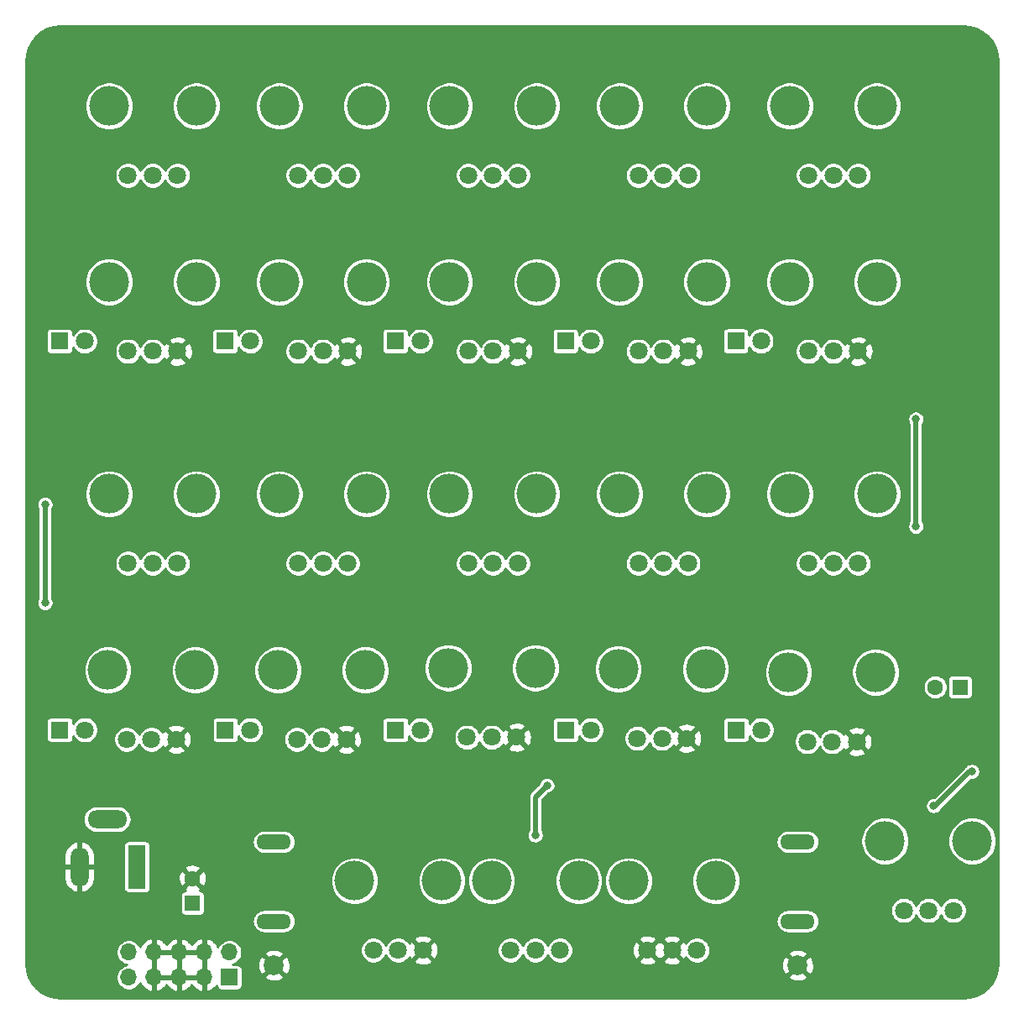
<source format=gbr>
%TF.GenerationSoftware,KiCad,Pcbnew,(5.1.6)-1*%
%TF.CreationDate,2020-10-05T18:02:00+02:00*%
%TF.ProjectId,KOSMO Mega Drone,4b4f534d-4f20-44d6-9567-612044726f6e,rev?*%
%TF.SameCoordinates,Original*%
%TF.FileFunction,Copper,L2,Bot*%
%TF.FilePolarity,Positive*%
%FSLAX46Y46*%
G04 Gerber Fmt 4.6, Leading zero omitted, Abs format (unit mm)*
G04 Created by KiCad (PCBNEW (5.1.6)-1) date 2020-10-05 18:02:00*
%MOMM*%
%LPD*%
G01*
G04 APERTURE LIST*
%TA.AperFunction,ComponentPad*%
%ADD10C,2.000000*%
%TD*%
%TA.AperFunction,ComponentPad*%
%ADD11O,3.500000X1.524000*%
%TD*%
%TA.AperFunction,ComponentPad*%
%ADD12R,1.800000X4.400000*%
%TD*%
%TA.AperFunction,ComponentPad*%
%ADD13O,1.800000X4.000000*%
%TD*%
%TA.AperFunction,ComponentPad*%
%ADD14O,4.000000X1.800000*%
%TD*%
%TA.AperFunction,ComponentPad*%
%ADD15C,6.400000*%
%TD*%
%TA.AperFunction,ComponentPad*%
%ADD16C,0.800000*%
%TD*%
%TA.AperFunction,WasherPad*%
%ADD17C,4.000000*%
%TD*%
%TA.AperFunction,ComponentPad*%
%ADD18C,1.800000*%
%TD*%
%TA.AperFunction,ComponentPad*%
%ADD19O,1.700000X1.700000*%
%TD*%
%TA.AperFunction,ComponentPad*%
%ADD20R,1.700000X1.700000*%
%TD*%
%TA.AperFunction,ComponentPad*%
%ADD21R,1.800000X1.800000*%
%TD*%
%TA.AperFunction,ComponentPad*%
%ADD22C,1.600000*%
%TD*%
%TA.AperFunction,ComponentPad*%
%ADD23R,1.600000X1.600000*%
%TD*%
%TA.AperFunction,ViaPad*%
%ADD24C,0.800000*%
%TD*%
%TA.AperFunction,Conductor*%
%ADD25C,0.500000*%
%TD*%
%TA.AperFunction,Conductor*%
%ADD26C,0.280000*%
%TD*%
G04 APERTURE END LIST*
D10*
%TO.P,J3,3*%
%TO.N,GND*%
X138328400Y-113207800D03*
D11*
%TO.P,J3,2*%
%TO.N,Net-(J3-Pad2)*%
X138328400Y-108762800D03*
%TO.P,J3,1*%
%TO.N,OUT*%
X138328400Y-100761800D03*
%TD*%
D10*
%TO.P,J1,3*%
%TO.N,GND*%
X85496400Y-113207800D03*
D11*
%TO.P,J1,2*%
%TO.N,Net-(J1-Pad2)*%
X85496400Y-108762800D03*
%TO.P,J1,1*%
%TO.N,Net-(J1-Pad1)*%
X85496400Y-100761800D03*
%TD*%
D12*
%TO.P,J4,1*%
%TO.N,+12V*%
X71678800Y-103276400D03*
D13*
%TO.P,J4,2*%
%TO.N,GND*%
X65878800Y-103276400D03*
D14*
%TO.P,J4,3*%
%TO.N,Net-(J4-Pad3)*%
X68678800Y-98476400D03*
%TD*%
D15*
%TO.P,REF\u002A\u002A,1*%
%TO.N,GND*%
X64000000Y-113000000D03*
D16*
%TO.N,N/C*%
X66400000Y-113000000D03*
X65697056Y-114697056D03*
X64000000Y-115400000D03*
X62302944Y-114697056D03*
X61600000Y-113000000D03*
X62302944Y-111302944D03*
X64000000Y-110600000D03*
X65697056Y-111302944D03*
%TD*%
%TO.P,REF\u002A\u002A,1*%
%TO.N,N/C*%
X156697056Y-111302944D03*
X155000000Y-110600000D03*
X153302944Y-111302944D03*
X152600000Y-113000000D03*
X153302944Y-114697056D03*
X155000000Y-115400000D03*
X156697056Y-114697056D03*
X157400000Y-113000000D03*
D15*
%TO.N,GND*%
X155000000Y-113000000D03*
%TD*%
%TO.P,REF\u002A\u002A,1*%
%TO.N,GND*%
X155000000Y-22000000D03*
D16*
%TO.N,N/C*%
X157400000Y-22000000D03*
X156697056Y-23697056D03*
X155000000Y-24400000D03*
X153302944Y-23697056D03*
X152600000Y-22000000D03*
X153302944Y-20302944D03*
X155000000Y-19600000D03*
X156697056Y-20302944D03*
%TD*%
%TO.P,REF\u002A\u002A,1*%
%TO.N,N/C*%
X65697056Y-20302944D03*
X64000000Y-19600000D03*
X62302944Y-20302944D03*
X61600000Y-22000000D03*
X62302944Y-23697056D03*
X64000000Y-24400000D03*
X65697056Y-23697056D03*
X66400000Y-22000000D03*
D15*
%TO.N,GND*%
X64000000Y-22000000D03*
%TD*%
D17*
%TO.P,RV24,*%
%TO.N,*%
X155925600Y-100670600D03*
X147125600Y-100670600D03*
D18*
%TO.P,RV24,3*%
%TO.N,OUT*%
X154025600Y-107670600D03*
%TO.P,RV24,2*%
%TO.N,Net-(C13-Pad2)*%
X151525600Y-107670600D03*
%TO.P,RV24,1*%
X149025600Y-107670600D03*
%TD*%
D17*
%TO.P,RV23,*%
%TO.N,*%
X130068400Y-104683800D03*
X121268400Y-104683800D03*
D18*
%TO.P,RV23,3*%
%TO.N,Net-(R32-Pad1)*%
X128168400Y-111683800D03*
%TO.P,RV23,2*%
%TO.N,GND*%
X125668400Y-111683800D03*
%TO.P,RV23,1*%
X123168400Y-111683800D03*
%TD*%
D17*
%TO.P,RV22,*%
%TO.N,*%
X116250800Y-104683800D03*
X107450800Y-104683800D03*
D18*
%TO.P,RV22,3*%
%TO.N,Net-(R32-Pad2)*%
X114350800Y-111683800D03*
%TO.P,RV22,2*%
%TO.N,CV*%
X111850800Y-111683800D03*
%TO.P,RV22,1*%
%TO.N,Net-(R31-Pad1)*%
X109350800Y-111683800D03*
%TD*%
D17*
%TO.P,RV21,*%
%TO.N,*%
X102433200Y-104683800D03*
X93633200Y-104683800D03*
D18*
%TO.P,RV21,3*%
%TO.N,GND*%
X100533200Y-111683800D03*
%TO.P,RV21,2*%
%TO.N,Net-(R34-Pad2)*%
X98033200Y-111683800D03*
%TO.P,RV21,1*%
%TO.N,Net-(J1-Pad1)*%
X95533200Y-111683800D03*
%TD*%
D17*
%TO.P,RV20,*%
%TO.N,*%
X146197400Y-83647900D03*
X137397400Y-83647900D03*
D18*
%TO.P,RV20,3*%
%TO.N,GND*%
X144297400Y-90647900D03*
%TO.P,RV20,2*%
%TO.N,Net-(R30-Pad1)*%
X141797400Y-90647900D03*
%TO.P,RV20,1*%
%TO.N,Net-(D15-Pad2)*%
X139297400Y-90647900D03*
%TD*%
D17*
%TO.P,RV19,*%
%TO.N,*%
X129033825Y-83317700D03*
X120233825Y-83317700D03*
D18*
%TO.P,RV19,3*%
%TO.N,GND*%
X127133825Y-90317700D03*
%TO.P,RV19,2*%
%TO.N,Net-(R29-Pad1)*%
X124633825Y-90317700D03*
%TO.P,RV19,1*%
%TO.N,Net-(D14-Pad2)*%
X122133825Y-90317700D03*
%TD*%
D17*
%TO.P,RV18,*%
%TO.N,*%
X111870250Y-83216100D03*
X103070250Y-83216100D03*
D18*
%TO.P,RV18,3*%
%TO.N,GND*%
X109970250Y-90216100D03*
%TO.P,RV18,2*%
%TO.N,Net-(R28-Pad1)*%
X107470250Y-90216100D03*
%TO.P,RV18,1*%
%TO.N,Net-(D13-Pad2)*%
X104970250Y-90216100D03*
%TD*%
D17*
%TO.P,RV17,*%
%TO.N,*%
X94706675Y-83419300D03*
X85906675Y-83419300D03*
D18*
%TO.P,RV17,3*%
%TO.N,GND*%
X92806675Y-90419300D03*
%TO.P,RV17,2*%
%TO.N,Net-(R27-Pad1)*%
X90306675Y-90419300D03*
%TO.P,RV17,1*%
%TO.N,Net-(D12-Pad2)*%
X87806675Y-90419300D03*
%TD*%
D17*
%TO.P,RV16,*%
%TO.N,*%
X77543100Y-83419300D03*
X68743100Y-83419300D03*
D18*
%TO.P,RV16,3*%
%TO.N,GND*%
X75643100Y-90419300D03*
%TO.P,RV16,2*%
%TO.N,Net-(R26-Pad1)*%
X73143100Y-90419300D03*
%TO.P,RV16,1*%
%TO.N,Net-(D11-Pad2)*%
X70643100Y-90419300D03*
%TD*%
D17*
%TO.P,RV15,*%
%TO.N,*%
X146324400Y-65664100D03*
X137524400Y-65664100D03*
D18*
%TO.P,RV15,3*%
%TO.N,Net-(R20-Pad2)*%
X144424400Y-72664100D03*
%TO.P,RV15,2*%
%TO.N,Net-(R25-Pad1)*%
X141924400Y-72664100D03*
%TO.P,RV15,1*%
%TO.N,+12V*%
X139424400Y-72664100D03*
%TD*%
D17*
%TO.P,RV14,*%
%TO.N,*%
X129160825Y-65664100D03*
X120360825Y-65664100D03*
D18*
%TO.P,RV14,3*%
%TO.N,Net-(R19-Pad2)*%
X127260825Y-72664100D03*
%TO.P,RV14,2*%
%TO.N,Net-(R24-Pad1)*%
X124760825Y-72664100D03*
%TO.P,RV14,1*%
%TO.N,+12V*%
X122260825Y-72664100D03*
%TD*%
D17*
%TO.P,RV13,*%
%TO.N,*%
X111997250Y-65664100D03*
X103197250Y-65664100D03*
D18*
%TO.P,RV13,3*%
%TO.N,Net-(R18-Pad2)*%
X110097250Y-72664100D03*
%TO.P,RV13,2*%
%TO.N,Net-(R23-Pad1)*%
X107597250Y-72664100D03*
%TO.P,RV13,1*%
%TO.N,+12V*%
X105097250Y-72664100D03*
%TD*%
D17*
%TO.P,RV12,*%
%TO.N,*%
X94833675Y-65664100D03*
X86033675Y-65664100D03*
D18*
%TO.P,RV12,3*%
%TO.N,Net-(R17-Pad2)*%
X92933675Y-72664100D03*
%TO.P,RV12,2*%
%TO.N,Net-(R22-Pad1)*%
X90433675Y-72664100D03*
%TO.P,RV12,1*%
%TO.N,+12V*%
X87933675Y-72664100D03*
%TD*%
D17*
%TO.P,RV11,*%
%TO.N,*%
X77670100Y-65664100D03*
X68870100Y-65664100D03*
D18*
%TO.P,RV11,3*%
%TO.N,Net-(R16-Pad2)*%
X75770100Y-72664100D03*
%TO.P,RV11,2*%
%TO.N,Net-(R21-Pad1)*%
X73270100Y-72664100D03*
%TO.P,RV11,1*%
%TO.N,+12V*%
X70770100Y-72664100D03*
%TD*%
D17*
%TO.P,RV10,*%
%TO.N,*%
X146324400Y-44272500D03*
X137524400Y-44272500D03*
D18*
%TO.P,RV10,3*%
%TO.N,GND*%
X144424400Y-51272500D03*
%TO.P,RV10,2*%
%TO.N,Net-(R15-Pad1)*%
X141924400Y-51272500D03*
%TO.P,RV10,1*%
%TO.N,Net-(D5-Pad2)*%
X139424400Y-51272500D03*
%TD*%
D17*
%TO.P,RV9,*%
%TO.N,*%
X129160825Y-44272500D03*
X120360825Y-44272500D03*
D18*
%TO.P,RV9,3*%
%TO.N,GND*%
X127260825Y-51272500D03*
%TO.P,RV9,2*%
%TO.N,Net-(R14-Pad1)*%
X124760825Y-51272500D03*
%TO.P,RV9,1*%
%TO.N,Net-(D4-Pad2)*%
X122260825Y-51272500D03*
%TD*%
D17*
%TO.P,RV8,*%
%TO.N,*%
X111997250Y-44272500D03*
X103197250Y-44272500D03*
D18*
%TO.P,RV8,3*%
%TO.N,GND*%
X110097250Y-51272500D03*
%TO.P,RV8,2*%
%TO.N,Net-(R13-Pad1)*%
X107597250Y-51272500D03*
%TO.P,RV8,1*%
%TO.N,Net-(D3-Pad2)*%
X105097250Y-51272500D03*
%TD*%
D17*
%TO.P,RV7,*%
%TO.N,*%
X94833675Y-44272500D03*
X86033675Y-44272500D03*
D18*
%TO.P,RV7,3*%
%TO.N,GND*%
X92933675Y-51272500D03*
%TO.P,RV7,2*%
%TO.N,Net-(R12-Pad1)*%
X90433675Y-51272500D03*
%TO.P,RV7,1*%
%TO.N,Net-(D2-Pad2)*%
X87933675Y-51272500D03*
%TD*%
D17*
%TO.P,RV6,*%
%TO.N,*%
X77670100Y-44272500D03*
X68870100Y-44272500D03*
D18*
%TO.P,RV6,3*%
%TO.N,GND*%
X75770100Y-51272500D03*
%TO.P,RV6,2*%
%TO.N,Net-(R11-Pad1)*%
X73270100Y-51272500D03*
%TO.P,RV6,1*%
%TO.N,Net-(D1-Pad2)*%
X70770100Y-51272500D03*
%TD*%
D17*
%TO.P,RV5,*%
%TO.N,*%
X146324400Y-26528000D03*
X137524400Y-26528000D03*
D18*
%TO.P,RV5,3*%
%TO.N,Net-(R5-Pad2)*%
X144424400Y-33528000D03*
%TO.P,RV5,2*%
%TO.N,Net-(R10-Pad1)*%
X141924400Y-33528000D03*
%TO.P,RV5,1*%
%TO.N,+12V*%
X139424400Y-33528000D03*
%TD*%
D17*
%TO.P,RV4,*%
%TO.N,*%
X129160825Y-26528000D03*
X120360825Y-26528000D03*
D18*
%TO.P,RV4,3*%
%TO.N,Net-(R4-Pad2)*%
X127260825Y-33528000D03*
%TO.P,RV4,2*%
%TO.N,Net-(R9-Pad1)*%
X124760825Y-33528000D03*
%TO.P,RV4,1*%
%TO.N,+12V*%
X122260825Y-33528000D03*
%TD*%
D17*
%TO.P,RV3,*%
%TO.N,*%
X111997250Y-26528000D03*
X103197250Y-26528000D03*
D18*
%TO.P,RV3,3*%
%TO.N,Net-(R3-Pad2)*%
X110097250Y-33528000D03*
%TO.P,RV3,2*%
%TO.N,Net-(R8-Pad1)*%
X107597250Y-33528000D03*
%TO.P,RV3,1*%
%TO.N,+12V*%
X105097250Y-33528000D03*
%TD*%
D17*
%TO.P,RV2,*%
%TO.N,*%
X94833675Y-26528000D03*
X86033675Y-26528000D03*
D18*
%TO.P,RV2,3*%
%TO.N,Net-(R2-Pad2)*%
X92933675Y-33528000D03*
%TO.P,RV2,2*%
%TO.N,Net-(R7-Pad1)*%
X90433675Y-33528000D03*
%TO.P,RV2,1*%
%TO.N,+12V*%
X87933675Y-33528000D03*
%TD*%
D17*
%TO.P,RV1,*%
%TO.N,*%
X77670100Y-26528000D03*
X68870100Y-26528000D03*
D18*
%TO.P,RV1,3*%
%TO.N,Net-(R1-Pad2)*%
X75770100Y-33528000D03*
%TO.P,RV1,2*%
%TO.N,Net-(R6-Pad1)*%
X73270100Y-33528000D03*
%TO.P,RV1,1*%
%TO.N,+12V*%
X70770100Y-33528000D03*
%TD*%
D19*
%TO.P,J2,10*%
%TO.N,Net-(J2-Pad10)*%
X70840000Y-111887000D03*
%TO.P,J2,9*%
%TO.N,Net-(J2-Pad9)*%
X70840000Y-114427000D03*
%TO.P,J2,8*%
%TO.N,GND*%
X73380000Y-111887000D03*
%TO.P,J2,7*%
X73380000Y-114427000D03*
%TO.P,J2,6*%
X75920000Y-111887000D03*
%TO.P,J2,5*%
X75920000Y-114427000D03*
%TO.P,J2,4*%
X78460000Y-111887000D03*
%TO.P,J2,3*%
X78460000Y-114427000D03*
%TO.P,J2,2*%
%TO.N,+12V*%
X81000000Y-111887000D03*
D20*
%TO.P,J2,1*%
X81000000Y-114427000D03*
%TD*%
D18*
%TO.P,D15,2*%
%TO.N,Net-(D15-Pad2)*%
X134645400Y-89458800D03*
D21*
%TO.P,D15,1*%
%TO.N,Net-(C10-Pad2)*%
X132105400Y-89458800D03*
%TD*%
D18*
%TO.P,D14,2*%
%TO.N,Net-(D14-Pad2)*%
X117475000Y-89458800D03*
D21*
%TO.P,D14,1*%
%TO.N,Net-(C9-Pad2)*%
X114935000Y-89458800D03*
%TD*%
D18*
%TO.P,D13,2*%
%TO.N,Net-(D13-Pad2)*%
X100304600Y-89458800D03*
D21*
%TO.P,D13,1*%
%TO.N,Net-(C8-Pad2)*%
X97764600Y-89458800D03*
%TD*%
D18*
%TO.P,D12,2*%
%TO.N,Net-(D12-Pad2)*%
X83134200Y-89458800D03*
D21*
%TO.P,D12,1*%
%TO.N,Net-(C7-Pad2)*%
X80594200Y-89458800D03*
%TD*%
D18*
%TO.P,D11,2*%
%TO.N,Net-(D11-Pad2)*%
X66433700Y-89458800D03*
D21*
%TO.P,D11,1*%
%TO.N,Net-(C6-Pad2)*%
X63893700Y-89458800D03*
%TD*%
D18*
%TO.P,D5,2*%
%TO.N,Net-(D5-Pad2)*%
X134620000Y-50241200D03*
D21*
%TO.P,D5,1*%
%TO.N,Net-(C5-Pad2)*%
X132080000Y-50241200D03*
%TD*%
D18*
%TO.P,D4,2*%
%TO.N,Net-(D4-Pad2)*%
X117449600Y-50253900D03*
D21*
%TO.P,D4,1*%
%TO.N,Net-(C4-Pad2)*%
X114909600Y-50253900D03*
%TD*%
D18*
%TO.P,D3,2*%
%TO.N,Net-(D3-Pad2)*%
X100279200Y-50253900D03*
D21*
%TO.P,D3,1*%
%TO.N,Net-(C3-Pad2)*%
X97739200Y-50253900D03*
%TD*%
D18*
%TO.P,D2,2*%
%TO.N,Net-(D2-Pad2)*%
X83108800Y-50253900D03*
D21*
%TO.P,D2,1*%
%TO.N,Net-(C2-Pad2)*%
X80568800Y-50253900D03*
%TD*%
D18*
%TO.P,D1,2*%
%TO.N,Net-(D1-Pad2)*%
X66408300Y-50253900D03*
D21*
%TO.P,D1,1*%
%TO.N,Net-(C1-Pad2)*%
X63868300Y-50253900D03*
%TD*%
D22*
%TO.P,C14,2*%
%TO.N,Net-(C14-Pad2)*%
X152211400Y-85140800D03*
D23*
%TO.P,C14,1*%
%TO.N,Net-(C14-Pad1)*%
X154711400Y-85140800D03*
%TD*%
D22*
%TO.P,C12,2*%
%TO.N,GND*%
X77279500Y-104446700D03*
D23*
%TO.P,C12,1*%
%TO.N,+12V*%
X77279500Y-106946700D03*
%TD*%
D24*
%TO.N,GND*%
X118986300Y-93157800D03*
X136144000Y-93157800D03*
X101790500Y-93157800D03*
X84632800Y-93157800D03*
X67906900Y-93157800D03*
X77343000Y-75971400D03*
X94513400Y-75971400D03*
X111683800Y-75971400D03*
X128828800Y-75971400D03*
X145999200Y-75971400D03*
X67919600Y-53902100D03*
X84620100Y-53902100D03*
X101790500Y-53902100D03*
X118973600Y-53902100D03*
X136144000Y-53902100D03*
X77343000Y-36753800D03*
X94513400Y-36753800D03*
X111683800Y-36753800D03*
X128828800Y-36753800D03*
X145999200Y-36753800D03*
X152527000Y-90043000D03*
X152514300Y-92570300D03*
X148793200Y-88836500D03*
X146354800Y-109778800D03*
%TO.N,MIX*%
X150241000Y-68935600D03*
X150241000Y-58115200D03*
%TO.N,CV*%
X62407800Y-76631800D03*
X62407800Y-66700400D03*
X113040200Y-95057000D03*
X111861600Y-100076000D03*
%TO.N,Net-(R35-Pad2)*%
X155892500Y-93662500D03*
X152044400Y-97104200D03*
%TD*%
D25*
%TO.N,MIX*%
X150241000Y-58115200D02*
X150241000Y-68935600D01*
%TO.N,CV*%
X62407800Y-66700400D02*
X62407800Y-76631800D01*
X111861600Y-96235600D02*
X113040200Y-95057000D01*
X111861600Y-100076000D02*
X111861600Y-96235600D01*
%TO.N,Net-(R35-Pad2)*%
X155663900Y-93662500D02*
X155892500Y-93662500D01*
X152044400Y-97104200D02*
X152222200Y-97104200D01*
X152222200Y-97104200D02*
X155663900Y-93662500D01*
%TD*%
D26*
%TO.N,GND*%
G36*
X155686184Y-18534511D02*
G01*
X156346232Y-18733790D01*
X156955005Y-19057481D01*
X157489311Y-19493250D01*
X157928797Y-20024496D01*
X158256732Y-20631000D01*
X158460614Y-21289638D01*
X158534988Y-21997255D01*
X158535000Y-22000751D01*
X158535001Y-112977245D01*
X158465489Y-113686184D01*
X158266207Y-114346238D01*
X157942519Y-114955005D01*
X157506750Y-115489311D01*
X156975499Y-115928800D01*
X156369001Y-116256732D01*
X155710366Y-116460613D01*
X155002745Y-116534988D01*
X154999249Y-116535000D01*
X64022745Y-116535000D01*
X63313816Y-116465489D01*
X62653762Y-116266207D01*
X62044995Y-115942519D01*
X61510689Y-115506750D01*
X61071200Y-114975499D01*
X60875914Y-114614323D01*
X61462944Y-114614323D01*
X61462944Y-114779789D01*
X61495225Y-114942075D01*
X61558546Y-115094945D01*
X61650474Y-115232525D01*
X61767475Y-115349526D01*
X61905055Y-115441454D01*
X62057925Y-115504775D01*
X62220211Y-115537056D01*
X62385677Y-115537056D01*
X62547963Y-115504775D01*
X62700833Y-115441454D01*
X62838413Y-115349526D01*
X62870672Y-115317267D01*
X63160000Y-115317267D01*
X63160000Y-115482733D01*
X63192281Y-115645019D01*
X63255602Y-115797889D01*
X63347530Y-115935469D01*
X63464531Y-116052470D01*
X63602111Y-116144398D01*
X63754981Y-116207719D01*
X63917267Y-116240000D01*
X64082733Y-116240000D01*
X64245019Y-116207719D01*
X64397889Y-116144398D01*
X64535469Y-116052470D01*
X64652470Y-115935469D01*
X64744398Y-115797889D01*
X64807719Y-115645019D01*
X64840000Y-115482733D01*
X64840000Y-115317267D01*
X64807719Y-115154981D01*
X64744398Y-115002111D01*
X64652470Y-114864531D01*
X64535469Y-114747530D01*
X64397889Y-114655602D01*
X64298233Y-114614323D01*
X64857056Y-114614323D01*
X64857056Y-114779789D01*
X64889337Y-114942075D01*
X64952658Y-115094945D01*
X65044586Y-115232525D01*
X65161587Y-115349526D01*
X65299167Y-115441454D01*
X65452037Y-115504775D01*
X65614323Y-115537056D01*
X65779789Y-115537056D01*
X65942075Y-115504775D01*
X66094945Y-115441454D01*
X66232525Y-115349526D01*
X66349526Y-115232525D01*
X66441454Y-115094945D01*
X66504775Y-114942075D01*
X66537056Y-114779789D01*
X66537056Y-114614323D01*
X66504775Y-114452037D01*
X66441454Y-114299167D01*
X66349526Y-114161587D01*
X66232525Y-114044586D01*
X66094945Y-113952658D01*
X65942075Y-113889337D01*
X65779789Y-113857056D01*
X65614323Y-113857056D01*
X65452037Y-113889337D01*
X65299167Y-113952658D01*
X65161587Y-114044586D01*
X65044586Y-114161587D01*
X64952658Y-114299167D01*
X64889337Y-114452037D01*
X64857056Y-114614323D01*
X64298233Y-114614323D01*
X64245019Y-114592281D01*
X64082733Y-114560000D01*
X63917267Y-114560000D01*
X63754981Y-114592281D01*
X63602111Y-114655602D01*
X63464531Y-114747530D01*
X63347530Y-114864531D01*
X63255602Y-115002111D01*
X63192281Y-115154981D01*
X63160000Y-115317267D01*
X62870672Y-115317267D01*
X62955414Y-115232525D01*
X63047342Y-115094945D01*
X63110663Y-114942075D01*
X63142944Y-114779789D01*
X63142944Y-114614323D01*
X63110663Y-114452037D01*
X63047342Y-114299167D01*
X62955414Y-114161587D01*
X62838413Y-114044586D01*
X62700833Y-113952658D01*
X62547963Y-113889337D01*
X62385677Y-113857056D01*
X62220211Y-113857056D01*
X62057925Y-113889337D01*
X61905055Y-113952658D01*
X61767475Y-114044586D01*
X61650474Y-114161587D01*
X61558546Y-114299167D01*
X61495225Y-114452037D01*
X61462944Y-114614323D01*
X60875914Y-114614323D01*
X60743268Y-114369001D01*
X60539387Y-113710366D01*
X60465012Y-113002745D01*
X60465000Y-112999249D01*
X60465000Y-112917267D01*
X60760000Y-112917267D01*
X60760000Y-113082733D01*
X60792281Y-113245019D01*
X60855602Y-113397889D01*
X60947530Y-113535469D01*
X61064531Y-113652470D01*
X61202111Y-113744398D01*
X61354981Y-113807719D01*
X61517267Y-113840000D01*
X61682733Y-113840000D01*
X61845019Y-113807719D01*
X61997889Y-113744398D01*
X62135469Y-113652470D01*
X62252470Y-113535469D01*
X62344398Y-113397889D01*
X62407719Y-113245019D01*
X62440000Y-113082733D01*
X62440000Y-112917267D01*
X65560000Y-112917267D01*
X65560000Y-113082733D01*
X65592281Y-113245019D01*
X65655602Y-113397889D01*
X65747530Y-113535469D01*
X65864531Y-113652470D01*
X66002111Y-113744398D01*
X66154981Y-113807719D01*
X66317267Y-113840000D01*
X66482733Y-113840000D01*
X66645019Y-113807719D01*
X66797889Y-113744398D01*
X66935469Y-113652470D01*
X67052470Y-113535469D01*
X67144398Y-113397889D01*
X67207719Y-113245019D01*
X67240000Y-113082733D01*
X67240000Y-112917267D01*
X67207719Y-112754981D01*
X67144398Y-112602111D01*
X67052470Y-112464531D01*
X66935469Y-112347530D01*
X66797889Y-112255602D01*
X66645019Y-112192281D01*
X66482733Y-112160000D01*
X66317267Y-112160000D01*
X66154981Y-112192281D01*
X66002111Y-112255602D01*
X65864531Y-112347530D01*
X65747530Y-112464531D01*
X65655602Y-112602111D01*
X65592281Y-112754981D01*
X65560000Y-112917267D01*
X62440000Y-112917267D01*
X62407719Y-112754981D01*
X62344398Y-112602111D01*
X62252470Y-112464531D01*
X62135469Y-112347530D01*
X61997889Y-112255602D01*
X61845019Y-112192281D01*
X61682733Y-112160000D01*
X61517267Y-112160000D01*
X61354981Y-112192281D01*
X61202111Y-112255602D01*
X61064531Y-112347530D01*
X60947530Y-112464531D01*
X60855602Y-112602111D01*
X60792281Y-112754981D01*
X60760000Y-112917267D01*
X60465000Y-112917267D01*
X60465000Y-111220211D01*
X61462944Y-111220211D01*
X61462944Y-111385677D01*
X61495225Y-111547963D01*
X61558546Y-111700833D01*
X61650474Y-111838413D01*
X61767475Y-111955414D01*
X61905055Y-112047342D01*
X62057925Y-112110663D01*
X62220211Y-112142944D01*
X62385677Y-112142944D01*
X62547963Y-112110663D01*
X62700833Y-112047342D01*
X62838413Y-111955414D01*
X62955414Y-111838413D01*
X63047342Y-111700833D01*
X63110663Y-111547963D01*
X63142944Y-111385677D01*
X63142944Y-111220211D01*
X63110663Y-111057925D01*
X63047342Y-110905055D01*
X62955414Y-110767475D01*
X62838413Y-110650474D01*
X62700833Y-110558546D01*
X62601177Y-110517267D01*
X63160000Y-110517267D01*
X63160000Y-110682733D01*
X63192281Y-110845019D01*
X63255602Y-110997889D01*
X63347530Y-111135469D01*
X63464531Y-111252470D01*
X63602111Y-111344398D01*
X63754981Y-111407719D01*
X63917267Y-111440000D01*
X64082733Y-111440000D01*
X64245019Y-111407719D01*
X64397889Y-111344398D01*
X64535469Y-111252470D01*
X64567728Y-111220211D01*
X64857056Y-111220211D01*
X64857056Y-111385677D01*
X64889337Y-111547963D01*
X64952658Y-111700833D01*
X65044586Y-111838413D01*
X65161587Y-111955414D01*
X65299167Y-112047342D01*
X65452037Y-112110663D01*
X65614323Y-112142944D01*
X65779789Y-112142944D01*
X65942075Y-112110663D01*
X66094945Y-112047342D01*
X66232525Y-111955414D01*
X66349526Y-111838413D01*
X66401955Y-111759946D01*
X69550000Y-111759946D01*
X69550000Y-112014054D01*
X69599574Y-112263279D01*
X69696817Y-112498044D01*
X69837991Y-112709327D01*
X70017673Y-112889009D01*
X70228956Y-113030183D01*
X70463721Y-113127426D01*
X70612399Y-113157000D01*
X70463721Y-113186574D01*
X70228956Y-113283817D01*
X70017673Y-113424991D01*
X69837991Y-113604673D01*
X69696817Y-113815956D01*
X69599574Y-114050721D01*
X69550000Y-114299946D01*
X69550000Y-114554054D01*
X69599574Y-114803279D01*
X69696817Y-115038044D01*
X69837991Y-115249327D01*
X70017673Y-115429009D01*
X70228956Y-115570183D01*
X70463721Y-115667426D01*
X70712946Y-115717000D01*
X70967054Y-115717000D01*
X71216279Y-115667426D01*
X71451044Y-115570183D01*
X71662327Y-115429009D01*
X71842009Y-115249327D01*
X71983183Y-115038044D01*
X72004331Y-114986988D01*
X72023979Y-115044510D01*
X72170505Y-115297191D01*
X72363511Y-115516431D01*
X72595580Y-115693805D01*
X72857794Y-115822496D01*
X73038903Y-115877432D01*
X73270000Y-115752443D01*
X73270000Y-114537000D01*
X73490000Y-114537000D01*
X73490000Y-115752443D01*
X73721097Y-115877432D01*
X73902206Y-115822496D01*
X74164420Y-115693805D01*
X74396489Y-115516431D01*
X74589495Y-115297191D01*
X74650000Y-115192851D01*
X74710505Y-115297191D01*
X74903511Y-115516431D01*
X75135580Y-115693805D01*
X75397794Y-115822496D01*
X75578903Y-115877432D01*
X75810000Y-115752443D01*
X75810000Y-114537000D01*
X76030000Y-114537000D01*
X76030000Y-115752443D01*
X76261097Y-115877432D01*
X76442206Y-115822496D01*
X76704420Y-115693805D01*
X76936489Y-115516431D01*
X77129495Y-115297191D01*
X77190000Y-115192851D01*
X77250505Y-115297191D01*
X77443511Y-115516431D01*
X77675580Y-115693805D01*
X77937794Y-115822496D01*
X78118903Y-115877432D01*
X78350000Y-115752443D01*
X78350000Y-114537000D01*
X76030000Y-114537000D01*
X75810000Y-114537000D01*
X73490000Y-114537000D01*
X73270000Y-114537000D01*
X73250000Y-114537000D01*
X73250000Y-114317000D01*
X73270000Y-114317000D01*
X73270000Y-111997000D01*
X73490000Y-111997000D01*
X73490000Y-114317000D01*
X75810000Y-114317000D01*
X75810000Y-111997000D01*
X76030000Y-111997000D01*
X76030000Y-114317000D01*
X78350000Y-114317000D01*
X78350000Y-111997000D01*
X76030000Y-111997000D01*
X75810000Y-111997000D01*
X73490000Y-111997000D01*
X73270000Y-111997000D01*
X73250000Y-111997000D01*
X73250000Y-111777000D01*
X73270000Y-111777000D01*
X73270000Y-110561557D01*
X73490000Y-110561557D01*
X73490000Y-111777000D01*
X75810000Y-111777000D01*
X75810000Y-110561557D01*
X76030000Y-110561557D01*
X76030000Y-111777000D01*
X78350000Y-111777000D01*
X78350000Y-110561557D01*
X78570000Y-110561557D01*
X78570000Y-111777000D01*
X78590000Y-111777000D01*
X78590000Y-111997000D01*
X78570000Y-111997000D01*
X78570000Y-114317000D01*
X78590000Y-114317000D01*
X78590000Y-114537000D01*
X78570000Y-114537000D01*
X78570000Y-115752443D01*
X78801097Y-115877432D01*
X78982206Y-115822496D01*
X79244420Y-115693805D01*
X79476489Y-115516431D01*
X79669495Y-115297191D01*
X79707872Y-115231011D01*
X79707872Y-115277000D01*
X79716367Y-115363255D01*
X79741527Y-115446195D01*
X79782384Y-115522633D01*
X79837368Y-115589632D01*
X79904367Y-115644616D01*
X79980805Y-115685473D01*
X80063745Y-115710633D01*
X80150000Y-115719128D01*
X81850000Y-115719128D01*
X81936255Y-115710633D01*
X82019195Y-115685473D01*
X82095633Y-115644616D01*
X82162632Y-115589632D01*
X82217616Y-115522633D01*
X82258473Y-115446195D01*
X82283633Y-115363255D01*
X82292128Y-115277000D01*
X82292128Y-114334831D01*
X84524932Y-114334831D01*
X84618920Y-114602691D01*
X84907910Y-114747077D01*
X85219515Y-114832309D01*
X85541762Y-114855112D01*
X85862264Y-114814610D01*
X86168707Y-114712359D01*
X86373880Y-114602691D01*
X86467868Y-114334831D01*
X137356932Y-114334831D01*
X137450920Y-114602691D01*
X137739910Y-114747077D01*
X138051515Y-114832309D01*
X138373762Y-114855112D01*
X138694264Y-114814610D01*
X139000707Y-114712359D01*
X139184118Y-114614323D01*
X152462944Y-114614323D01*
X152462944Y-114779789D01*
X152495225Y-114942075D01*
X152558546Y-115094945D01*
X152650474Y-115232525D01*
X152767475Y-115349526D01*
X152905055Y-115441454D01*
X153057925Y-115504775D01*
X153220211Y-115537056D01*
X153385677Y-115537056D01*
X153547963Y-115504775D01*
X153700833Y-115441454D01*
X153838413Y-115349526D01*
X153870672Y-115317267D01*
X154160000Y-115317267D01*
X154160000Y-115482733D01*
X154192281Y-115645019D01*
X154255602Y-115797889D01*
X154347530Y-115935469D01*
X154464531Y-116052470D01*
X154602111Y-116144398D01*
X154754981Y-116207719D01*
X154917267Y-116240000D01*
X155082733Y-116240000D01*
X155245019Y-116207719D01*
X155397889Y-116144398D01*
X155535469Y-116052470D01*
X155652470Y-115935469D01*
X155744398Y-115797889D01*
X155807719Y-115645019D01*
X155840000Y-115482733D01*
X155840000Y-115317267D01*
X155807719Y-115154981D01*
X155744398Y-115002111D01*
X155652470Y-114864531D01*
X155535469Y-114747530D01*
X155397889Y-114655602D01*
X155298233Y-114614323D01*
X155857056Y-114614323D01*
X155857056Y-114779789D01*
X155889337Y-114942075D01*
X155952658Y-115094945D01*
X156044586Y-115232525D01*
X156161587Y-115349526D01*
X156299167Y-115441454D01*
X156452037Y-115504775D01*
X156614323Y-115537056D01*
X156779789Y-115537056D01*
X156942075Y-115504775D01*
X157094945Y-115441454D01*
X157232525Y-115349526D01*
X157349526Y-115232525D01*
X157441454Y-115094945D01*
X157504775Y-114942075D01*
X157537056Y-114779789D01*
X157537056Y-114614323D01*
X157504775Y-114452037D01*
X157441454Y-114299167D01*
X157349526Y-114161587D01*
X157232525Y-114044586D01*
X157094945Y-113952658D01*
X156942075Y-113889337D01*
X156779789Y-113857056D01*
X156614323Y-113857056D01*
X156452037Y-113889337D01*
X156299167Y-113952658D01*
X156161587Y-114044586D01*
X156044586Y-114161587D01*
X155952658Y-114299167D01*
X155889337Y-114452037D01*
X155857056Y-114614323D01*
X155298233Y-114614323D01*
X155245019Y-114592281D01*
X155082733Y-114560000D01*
X154917267Y-114560000D01*
X154754981Y-114592281D01*
X154602111Y-114655602D01*
X154464531Y-114747530D01*
X154347530Y-114864531D01*
X154255602Y-115002111D01*
X154192281Y-115154981D01*
X154160000Y-115317267D01*
X153870672Y-115317267D01*
X153955414Y-115232525D01*
X154047342Y-115094945D01*
X154110663Y-114942075D01*
X154142944Y-114779789D01*
X154142944Y-114614323D01*
X154110663Y-114452037D01*
X154047342Y-114299167D01*
X153955414Y-114161587D01*
X153838413Y-114044586D01*
X153700833Y-113952658D01*
X153547963Y-113889337D01*
X153385677Y-113857056D01*
X153220211Y-113857056D01*
X153057925Y-113889337D01*
X152905055Y-113952658D01*
X152767475Y-114044586D01*
X152650474Y-114161587D01*
X152558546Y-114299167D01*
X152495225Y-114452037D01*
X152462944Y-114614323D01*
X139184118Y-114614323D01*
X139205880Y-114602691D01*
X139299868Y-114334831D01*
X138328400Y-113363363D01*
X137356932Y-114334831D01*
X86467868Y-114334831D01*
X85496400Y-113363363D01*
X84524932Y-114334831D01*
X82292128Y-114334831D01*
X82292128Y-113577000D01*
X82283633Y-113490745D01*
X82258473Y-113407805D01*
X82217616Y-113331367D01*
X82162632Y-113264368D01*
X82148978Y-113253162D01*
X83849088Y-113253162D01*
X83889590Y-113573664D01*
X83991841Y-113880107D01*
X84101509Y-114085280D01*
X84369369Y-114179268D01*
X85340837Y-113207800D01*
X85651963Y-113207800D01*
X86623431Y-114179268D01*
X86891291Y-114085280D01*
X87035677Y-113796290D01*
X87120909Y-113484685D01*
X87137292Y-113253162D01*
X136681088Y-113253162D01*
X136721590Y-113573664D01*
X136823841Y-113880107D01*
X136933509Y-114085280D01*
X137201369Y-114179268D01*
X138172837Y-113207800D01*
X138483963Y-113207800D01*
X139455431Y-114179268D01*
X139723291Y-114085280D01*
X139867677Y-113796290D01*
X139952909Y-113484685D01*
X139975712Y-113162438D01*
X139944730Y-112917267D01*
X151760000Y-112917267D01*
X151760000Y-113082733D01*
X151792281Y-113245019D01*
X151855602Y-113397889D01*
X151947530Y-113535469D01*
X152064531Y-113652470D01*
X152202111Y-113744398D01*
X152354981Y-113807719D01*
X152517267Y-113840000D01*
X152682733Y-113840000D01*
X152845019Y-113807719D01*
X152997889Y-113744398D01*
X153135469Y-113652470D01*
X153252470Y-113535469D01*
X153344398Y-113397889D01*
X153407719Y-113245019D01*
X153440000Y-113082733D01*
X153440000Y-112917267D01*
X156560000Y-112917267D01*
X156560000Y-113082733D01*
X156592281Y-113245019D01*
X156655602Y-113397889D01*
X156747530Y-113535469D01*
X156864531Y-113652470D01*
X157002111Y-113744398D01*
X157154981Y-113807719D01*
X157317267Y-113840000D01*
X157482733Y-113840000D01*
X157645019Y-113807719D01*
X157797889Y-113744398D01*
X157935469Y-113652470D01*
X158052470Y-113535469D01*
X158144398Y-113397889D01*
X158207719Y-113245019D01*
X158240000Y-113082733D01*
X158240000Y-112917267D01*
X158207719Y-112754981D01*
X158144398Y-112602111D01*
X158052470Y-112464531D01*
X157935469Y-112347530D01*
X157797889Y-112255602D01*
X157645019Y-112192281D01*
X157482733Y-112160000D01*
X157317267Y-112160000D01*
X157154981Y-112192281D01*
X157002111Y-112255602D01*
X156864531Y-112347530D01*
X156747530Y-112464531D01*
X156655602Y-112602111D01*
X156592281Y-112754981D01*
X156560000Y-112917267D01*
X153440000Y-112917267D01*
X153407719Y-112754981D01*
X153344398Y-112602111D01*
X153252470Y-112464531D01*
X153135469Y-112347530D01*
X152997889Y-112255602D01*
X152845019Y-112192281D01*
X152682733Y-112160000D01*
X152517267Y-112160000D01*
X152354981Y-112192281D01*
X152202111Y-112255602D01*
X152064531Y-112347530D01*
X151947530Y-112464531D01*
X151855602Y-112602111D01*
X151792281Y-112754981D01*
X151760000Y-112917267D01*
X139944730Y-112917267D01*
X139935210Y-112841936D01*
X139832959Y-112535493D01*
X139723291Y-112330320D01*
X139455431Y-112236332D01*
X138483963Y-113207800D01*
X138172837Y-113207800D01*
X137201369Y-112236332D01*
X136933509Y-112330320D01*
X136789123Y-112619310D01*
X136703891Y-112930915D01*
X136681088Y-113253162D01*
X87137292Y-113253162D01*
X87143712Y-113162438D01*
X87103210Y-112841936D01*
X87000959Y-112535493D01*
X86891291Y-112330320D01*
X86623431Y-112236332D01*
X85651963Y-113207800D01*
X85340837Y-113207800D01*
X84369369Y-112236332D01*
X84101509Y-112330320D01*
X83957123Y-112619310D01*
X83871891Y-112930915D01*
X83849088Y-113253162D01*
X82148978Y-113253162D01*
X82095633Y-113209384D01*
X82019195Y-113168527D01*
X81936255Y-113143367D01*
X81850000Y-113134872D01*
X81338845Y-113134872D01*
X81376279Y-113127426D01*
X81611044Y-113030183D01*
X81822327Y-112889009D01*
X82002009Y-112709327D01*
X82143183Y-112498044D01*
X82240426Y-112263279D01*
X82276729Y-112080769D01*
X84524932Y-112080769D01*
X85496400Y-113052237D01*
X86467868Y-112080769D01*
X86373880Y-111812909D01*
X86084890Y-111668523D01*
X85773285Y-111583291D01*
X85451038Y-111560488D01*
X85130536Y-111600990D01*
X84824093Y-111703241D01*
X84618920Y-111812909D01*
X84524932Y-112080769D01*
X82276729Y-112080769D01*
X82290000Y-112014054D01*
X82290000Y-111759946D01*
X82248602Y-111551821D01*
X94193200Y-111551821D01*
X94193200Y-111815779D01*
X94244695Y-112074664D01*
X94345707Y-112318528D01*
X94492354Y-112538000D01*
X94679000Y-112724646D01*
X94898472Y-112871293D01*
X95142336Y-112972305D01*
X95401221Y-113023800D01*
X95665179Y-113023800D01*
X95924064Y-112972305D01*
X96167928Y-112871293D01*
X96387400Y-112724646D01*
X96574046Y-112538000D01*
X96720693Y-112318528D01*
X96783200Y-112167623D01*
X96845707Y-112318528D01*
X96992354Y-112538000D01*
X97179000Y-112724646D01*
X97398472Y-112871293D01*
X97642336Y-112972305D01*
X97901221Y-113023800D01*
X98165179Y-113023800D01*
X98424064Y-112972305D01*
X98667928Y-112871293D01*
X98865064Y-112739570D01*
X99632994Y-112739570D01*
X99714924Y-112997203D01*
X99986879Y-113131604D01*
X100279829Y-113210367D01*
X100582516Y-113230465D01*
X100883308Y-113191125D01*
X101170645Y-113093859D01*
X101351476Y-112997203D01*
X101433406Y-112739570D01*
X100533200Y-111839363D01*
X99632994Y-112739570D01*
X98865064Y-112739570D01*
X98887400Y-112724646D01*
X99074046Y-112538000D01*
X99165689Y-112400847D01*
X99219797Y-112502076D01*
X99477430Y-112584006D01*
X100377637Y-111683800D01*
X100688763Y-111683800D01*
X101588970Y-112584006D01*
X101846603Y-112502076D01*
X101981004Y-112230121D01*
X102059767Y-111937171D01*
X102079865Y-111634484D01*
X102069054Y-111551821D01*
X108010800Y-111551821D01*
X108010800Y-111815779D01*
X108062295Y-112074664D01*
X108163307Y-112318528D01*
X108309954Y-112538000D01*
X108496600Y-112724646D01*
X108716072Y-112871293D01*
X108959936Y-112972305D01*
X109218821Y-113023800D01*
X109482779Y-113023800D01*
X109741664Y-112972305D01*
X109985528Y-112871293D01*
X110205000Y-112724646D01*
X110391646Y-112538000D01*
X110538293Y-112318528D01*
X110600800Y-112167623D01*
X110663307Y-112318528D01*
X110809954Y-112538000D01*
X110996600Y-112724646D01*
X111216072Y-112871293D01*
X111459936Y-112972305D01*
X111718821Y-113023800D01*
X111982779Y-113023800D01*
X112241664Y-112972305D01*
X112485528Y-112871293D01*
X112705000Y-112724646D01*
X112891646Y-112538000D01*
X113038293Y-112318528D01*
X113100800Y-112167623D01*
X113163307Y-112318528D01*
X113309954Y-112538000D01*
X113496600Y-112724646D01*
X113716072Y-112871293D01*
X113959936Y-112972305D01*
X114218821Y-113023800D01*
X114482779Y-113023800D01*
X114741664Y-112972305D01*
X114985528Y-112871293D01*
X115182664Y-112739570D01*
X122268194Y-112739570D01*
X122350124Y-112997203D01*
X122622079Y-113131604D01*
X122915029Y-113210367D01*
X123217716Y-113230465D01*
X123518508Y-113191125D01*
X123805845Y-113093859D01*
X123986676Y-112997203D01*
X124068606Y-112739570D01*
X124768194Y-112739570D01*
X124850124Y-112997203D01*
X125122079Y-113131604D01*
X125415029Y-113210367D01*
X125717716Y-113230465D01*
X126018508Y-113191125D01*
X126305845Y-113093859D01*
X126486676Y-112997203D01*
X126568606Y-112739570D01*
X125668400Y-111839363D01*
X124768194Y-112739570D01*
X124068606Y-112739570D01*
X123168400Y-111839363D01*
X122268194Y-112739570D01*
X115182664Y-112739570D01*
X115205000Y-112724646D01*
X115391646Y-112538000D01*
X115538293Y-112318528D01*
X115639305Y-112074664D01*
X115690800Y-111815779D01*
X115690800Y-111733116D01*
X121621735Y-111733116D01*
X121661075Y-112033908D01*
X121758341Y-112321245D01*
X121854997Y-112502076D01*
X122112630Y-112584006D01*
X123012837Y-111683800D01*
X123323963Y-111683800D01*
X124224170Y-112584006D01*
X124418400Y-112522239D01*
X124612630Y-112584006D01*
X125512837Y-111683800D01*
X125823963Y-111683800D01*
X126724170Y-112584006D01*
X126981803Y-112502076D01*
X127033565Y-112397337D01*
X127127554Y-112538000D01*
X127314200Y-112724646D01*
X127533672Y-112871293D01*
X127777536Y-112972305D01*
X128036421Y-113023800D01*
X128300379Y-113023800D01*
X128559264Y-112972305D01*
X128803128Y-112871293D01*
X129022600Y-112724646D01*
X129209246Y-112538000D01*
X129355893Y-112318528D01*
X129454376Y-112080769D01*
X137356932Y-112080769D01*
X138328400Y-113052237D01*
X139299868Y-112080769D01*
X139205880Y-111812909D01*
X138916890Y-111668523D01*
X138605285Y-111583291D01*
X138283038Y-111560488D01*
X137962536Y-111600990D01*
X137656093Y-111703241D01*
X137450920Y-111812909D01*
X137356932Y-112080769D01*
X129454376Y-112080769D01*
X129456905Y-112074664D01*
X129508400Y-111815779D01*
X129508400Y-111551821D01*
X129456905Y-111292936D01*
X129426782Y-111220211D01*
X152462944Y-111220211D01*
X152462944Y-111385677D01*
X152495225Y-111547963D01*
X152558546Y-111700833D01*
X152650474Y-111838413D01*
X152767475Y-111955414D01*
X152905055Y-112047342D01*
X153057925Y-112110663D01*
X153220211Y-112142944D01*
X153385677Y-112142944D01*
X153547963Y-112110663D01*
X153700833Y-112047342D01*
X153838413Y-111955414D01*
X153955414Y-111838413D01*
X154047342Y-111700833D01*
X154110663Y-111547963D01*
X154142944Y-111385677D01*
X154142944Y-111220211D01*
X154110663Y-111057925D01*
X154047342Y-110905055D01*
X153955414Y-110767475D01*
X153838413Y-110650474D01*
X153700833Y-110558546D01*
X153601177Y-110517267D01*
X154160000Y-110517267D01*
X154160000Y-110682733D01*
X154192281Y-110845019D01*
X154255602Y-110997889D01*
X154347530Y-111135469D01*
X154464531Y-111252470D01*
X154602111Y-111344398D01*
X154754981Y-111407719D01*
X154917267Y-111440000D01*
X155082733Y-111440000D01*
X155245019Y-111407719D01*
X155397889Y-111344398D01*
X155535469Y-111252470D01*
X155567728Y-111220211D01*
X155857056Y-111220211D01*
X155857056Y-111385677D01*
X155889337Y-111547963D01*
X155952658Y-111700833D01*
X156044586Y-111838413D01*
X156161587Y-111955414D01*
X156299167Y-112047342D01*
X156452037Y-112110663D01*
X156614323Y-112142944D01*
X156779789Y-112142944D01*
X156942075Y-112110663D01*
X157094945Y-112047342D01*
X157232525Y-111955414D01*
X157349526Y-111838413D01*
X157441454Y-111700833D01*
X157504775Y-111547963D01*
X157537056Y-111385677D01*
X157537056Y-111220211D01*
X157504775Y-111057925D01*
X157441454Y-110905055D01*
X157349526Y-110767475D01*
X157232525Y-110650474D01*
X157094945Y-110558546D01*
X156942075Y-110495225D01*
X156779789Y-110462944D01*
X156614323Y-110462944D01*
X156452037Y-110495225D01*
X156299167Y-110558546D01*
X156161587Y-110650474D01*
X156044586Y-110767475D01*
X155952658Y-110905055D01*
X155889337Y-111057925D01*
X155857056Y-111220211D01*
X155567728Y-111220211D01*
X155652470Y-111135469D01*
X155744398Y-110997889D01*
X155807719Y-110845019D01*
X155840000Y-110682733D01*
X155840000Y-110517267D01*
X155807719Y-110354981D01*
X155744398Y-110202111D01*
X155652470Y-110064531D01*
X155535469Y-109947530D01*
X155397889Y-109855602D01*
X155245019Y-109792281D01*
X155082733Y-109760000D01*
X154917267Y-109760000D01*
X154754981Y-109792281D01*
X154602111Y-109855602D01*
X154464531Y-109947530D01*
X154347530Y-110064531D01*
X154255602Y-110202111D01*
X154192281Y-110354981D01*
X154160000Y-110517267D01*
X153601177Y-110517267D01*
X153547963Y-110495225D01*
X153385677Y-110462944D01*
X153220211Y-110462944D01*
X153057925Y-110495225D01*
X152905055Y-110558546D01*
X152767475Y-110650474D01*
X152650474Y-110767475D01*
X152558546Y-110905055D01*
X152495225Y-111057925D01*
X152462944Y-111220211D01*
X129426782Y-111220211D01*
X129355893Y-111049072D01*
X129209246Y-110829600D01*
X129022600Y-110642954D01*
X128803128Y-110496307D01*
X128559264Y-110395295D01*
X128300379Y-110343800D01*
X128036421Y-110343800D01*
X127777536Y-110395295D01*
X127533672Y-110496307D01*
X127314200Y-110642954D01*
X127127554Y-110829600D01*
X127035911Y-110966753D01*
X126981803Y-110865524D01*
X126724170Y-110783594D01*
X125823963Y-111683800D01*
X125512837Y-111683800D01*
X124612630Y-110783594D01*
X124418400Y-110845361D01*
X124224170Y-110783594D01*
X123323963Y-111683800D01*
X123012837Y-111683800D01*
X122112630Y-110783594D01*
X121854997Y-110865524D01*
X121720596Y-111137479D01*
X121641833Y-111430429D01*
X121621735Y-111733116D01*
X115690800Y-111733116D01*
X115690800Y-111551821D01*
X115639305Y-111292936D01*
X115538293Y-111049072D01*
X115391646Y-110829600D01*
X115205000Y-110642954D01*
X115182665Y-110628030D01*
X122268194Y-110628030D01*
X123168400Y-111528237D01*
X124068606Y-110628030D01*
X124768194Y-110628030D01*
X125668400Y-111528237D01*
X126568606Y-110628030D01*
X126486676Y-110370397D01*
X126214721Y-110235996D01*
X125921771Y-110157233D01*
X125619084Y-110137135D01*
X125318292Y-110176475D01*
X125030955Y-110273741D01*
X124850124Y-110370397D01*
X124768194Y-110628030D01*
X124068606Y-110628030D01*
X123986676Y-110370397D01*
X123714721Y-110235996D01*
X123421771Y-110157233D01*
X123119084Y-110137135D01*
X122818292Y-110176475D01*
X122530955Y-110273741D01*
X122350124Y-110370397D01*
X122268194Y-110628030D01*
X115182665Y-110628030D01*
X114985528Y-110496307D01*
X114741664Y-110395295D01*
X114482779Y-110343800D01*
X114218821Y-110343800D01*
X113959936Y-110395295D01*
X113716072Y-110496307D01*
X113496600Y-110642954D01*
X113309954Y-110829600D01*
X113163307Y-111049072D01*
X113100800Y-111199977D01*
X113038293Y-111049072D01*
X112891646Y-110829600D01*
X112705000Y-110642954D01*
X112485528Y-110496307D01*
X112241664Y-110395295D01*
X111982779Y-110343800D01*
X111718821Y-110343800D01*
X111459936Y-110395295D01*
X111216072Y-110496307D01*
X110996600Y-110642954D01*
X110809954Y-110829600D01*
X110663307Y-111049072D01*
X110600800Y-111199977D01*
X110538293Y-111049072D01*
X110391646Y-110829600D01*
X110205000Y-110642954D01*
X109985528Y-110496307D01*
X109741664Y-110395295D01*
X109482779Y-110343800D01*
X109218821Y-110343800D01*
X108959936Y-110395295D01*
X108716072Y-110496307D01*
X108496600Y-110642954D01*
X108309954Y-110829600D01*
X108163307Y-111049072D01*
X108062295Y-111292936D01*
X108010800Y-111551821D01*
X102069054Y-111551821D01*
X102040525Y-111333692D01*
X101943259Y-111046355D01*
X101846603Y-110865524D01*
X101588970Y-110783594D01*
X100688763Y-111683800D01*
X100377637Y-111683800D01*
X99477430Y-110783594D01*
X99219797Y-110865524D01*
X99168035Y-110970263D01*
X99074046Y-110829600D01*
X98887400Y-110642954D01*
X98865065Y-110628030D01*
X99632994Y-110628030D01*
X100533200Y-111528237D01*
X101433406Y-110628030D01*
X101351476Y-110370397D01*
X101079521Y-110235996D01*
X100786571Y-110157233D01*
X100483884Y-110137135D01*
X100183092Y-110176475D01*
X99895755Y-110273741D01*
X99714924Y-110370397D01*
X99632994Y-110628030D01*
X98865065Y-110628030D01*
X98667928Y-110496307D01*
X98424064Y-110395295D01*
X98165179Y-110343800D01*
X97901221Y-110343800D01*
X97642336Y-110395295D01*
X97398472Y-110496307D01*
X97179000Y-110642954D01*
X96992354Y-110829600D01*
X96845707Y-111049072D01*
X96783200Y-111199977D01*
X96720693Y-111049072D01*
X96574046Y-110829600D01*
X96387400Y-110642954D01*
X96167928Y-110496307D01*
X95924064Y-110395295D01*
X95665179Y-110343800D01*
X95401221Y-110343800D01*
X95142336Y-110395295D01*
X94898472Y-110496307D01*
X94679000Y-110642954D01*
X94492354Y-110829600D01*
X94345707Y-111049072D01*
X94244695Y-111292936D01*
X94193200Y-111551821D01*
X82248602Y-111551821D01*
X82240426Y-111510721D01*
X82143183Y-111275956D01*
X82002009Y-111064673D01*
X81822327Y-110884991D01*
X81611044Y-110743817D01*
X81376279Y-110646574D01*
X81127054Y-110597000D01*
X80872946Y-110597000D01*
X80623721Y-110646574D01*
X80388956Y-110743817D01*
X80177673Y-110884991D01*
X79997991Y-111064673D01*
X79856817Y-111275956D01*
X79835669Y-111327012D01*
X79816021Y-111269490D01*
X79669495Y-111016809D01*
X79476489Y-110797569D01*
X79244420Y-110620195D01*
X78982206Y-110491504D01*
X78801097Y-110436568D01*
X78570000Y-110561557D01*
X78350000Y-110561557D01*
X78118903Y-110436568D01*
X77937794Y-110491504D01*
X77675580Y-110620195D01*
X77443511Y-110797569D01*
X77250505Y-111016809D01*
X77190000Y-111121149D01*
X77129495Y-111016809D01*
X76936489Y-110797569D01*
X76704420Y-110620195D01*
X76442206Y-110491504D01*
X76261097Y-110436568D01*
X76030000Y-110561557D01*
X75810000Y-110561557D01*
X75578903Y-110436568D01*
X75397794Y-110491504D01*
X75135580Y-110620195D01*
X74903511Y-110797569D01*
X74710505Y-111016809D01*
X74650000Y-111121149D01*
X74589495Y-111016809D01*
X74396489Y-110797569D01*
X74164420Y-110620195D01*
X73902206Y-110491504D01*
X73721097Y-110436568D01*
X73490000Y-110561557D01*
X73270000Y-110561557D01*
X73038903Y-110436568D01*
X72857794Y-110491504D01*
X72595580Y-110620195D01*
X72363511Y-110797569D01*
X72170505Y-111016809D01*
X72023979Y-111269490D01*
X72004331Y-111327012D01*
X71983183Y-111275956D01*
X71842009Y-111064673D01*
X71662327Y-110884991D01*
X71451044Y-110743817D01*
X71216279Y-110646574D01*
X70967054Y-110597000D01*
X70712946Y-110597000D01*
X70463721Y-110646574D01*
X70228956Y-110743817D01*
X70017673Y-110884991D01*
X69837991Y-111064673D01*
X69696817Y-111275956D01*
X69599574Y-111510721D01*
X69550000Y-111759946D01*
X66401955Y-111759946D01*
X66441454Y-111700833D01*
X66504775Y-111547963D01*
X66537056Y-111385677D01*
X66537056Y-111220211D01*
X66504775Y-111057925D01*
X66441454Y-110905055D01*
X66349526Y-110767475D01*
X66232525Y-110650474D01*
X66094945Y-110558546D01*
X65942075Y-110495225D01*
X65779789Y-110462944D01*
X65614323Y-110462944D01*
X65452037Y-110495225D01*
X65299167Y-110558546D01*
X65161587Y-110650474D01*
X65044586Y-110767475D01*
X64952658Y-110905055D01*
X64889337Y-111057925D01*
X64857056Y-111220211D01*
X64567728Y-111220211D01*
X64652470Y-111135469D01*
X64744398Y-110997889D01*
X64807719Y-110845019D01*
X64840000Y-110682733D01*
X64840000Y-110517267D01*
X64807719Y-110354981D01*
X64744398Y-110202111D01*
X64652470Y-110064531D01*
X64535469Y-109947530D01*
X64397889Y-109855602D01*
X64245019Y-109792281D01*
X64082733Y-109760000D01*
X63917267Y-109760000D01*
X63754981Y-109792281D01*
X63602111Y-109855602D01*
X63464531Y-109947530D01*
X63347530Y-110064531D01*
X63255602Y-110202111D01*
X63192281Y-110354981D01*
X63160000Y-110517267D01*
X62601177Y-110517267D01*
X62547963Y-110495225D01*
X62385677Y-110462944D01*
X62220211Y-110462944D01*
X62057925Y-110495225D01*
X61905055Y-110558546D01*
X61767475Y-110650474D01*
X61650474Y-110767475D01*
X61558546Y-110905055D01*
X61495225Y-111057925D01*
X61462944Y-111220211D01*
X60465000Y-111220211D01*
X60465000Y-108762800D01*
X83300585Y-108762800D01*
X83323793Y-108998433D01*
X83392524Y-109225011D01*
X83504139Y-109433826D01*
X83654346Y-109616854D01*
X83837374Y-109767061D01*
X84046189Y-109878676D01*
X84272767Y-109947407D01*
X84449360Y-109964800D01*
X86543440Y-109964800D01*
X86720033Y-109947407D01*
X86946611Y-109878676D01*
X87155426Y-109767061D01*
X87338454Y-109616854D01*
X87488661Y-109433826D01*
X87600276Y-109225011D01*
X87669007Y-108998433D01*
X87692215Y-108762800D01*
X136132585Y-108762800D01*
X136155793Y-108998433D01*
X136224524Y-109225011D01*
X136336139Y-109433826D01*
X136486346Y-109616854D01*
X136669374Y-109767061D01*
X136878189Y-109878676D01*
X137104767Y-109947407D01*
X137281360Y-109964800D01*
X139375440Y-109964800D01*
X139552033Y-109947407D01*
X139778611Y-109878676D01*
X139987426Y-109767061D01*
X140170454Y-109616854D01*
X140320661Y-109433826D01*
X140432276Y-109225011D01*
X140501007Y-108998433D01*
X140524215Y-108762800D01*
X140501007Y-108527167D01*
X140432276Y-108300589D01*
X140320661Y-108091774D01*
X140170454Y-107908746D01*
X139987426Y-107758539D01*
X139778611Y-107646924D01*
X139552033Y-107578193D01*
X139375440Y-107560800D01*
X137281360Y-107560800D01*
X137104767Y-107578193D01*
X136878189Y-107646924D01*
X136669374Y-107758539D01*
X136486346Y-107908746D01*
X136336139Y-108091774D01*
X136224524Y-108300589D01*
X136155793Y-108527167D01*
X136132585Y-108762800D01*
X87692215Y-108762800D01*
X87669007Y-108527167D01*
X87600276Y-108300589D01*
X87488661Y-108091774D01*
X87338454Y-107908746D01*
X87155426Y-107758539D01*
X86946611Y-107646924D01*
X86720033Y-107578193D01*
X86543440Y-107560800D01*
X84449360Y-107560800D01*
X84272767Y-107578193D01*
X84046189Y-107646924D01*
X83837374Y-107758539D01*
X83654346Y-107908746D01*
X83504139Y-108091774D01*
X83392524Y-108300589D01*
X83323793Y-108527167D01*
X83300585Y-108762800D01*
X60465000Y-108762800D01*
X60465000Y-106146700D01*
X76037372Y-106146700D01*
X76037372Y-107746700D01*
X76045867Y-107832955D01*
X76071027Y-107915895D01*
X76111884Y-107992333D01*
X76166868Y-108059332D01*
X76233867Y-108114316D01*
X76310305Y-108155173D01*
X76393245Y-108180333D01*
X76479500Y-108188828D01*
X78079500Y-108188828D01*
X78165755Y-108180333D01*
X78248695Y-108155173D01*
X78325133Y-108114316D01*
X78392132Y-108059332D01*
X78447116Y-107992333D01*
X78487973Y-107915895D01*
X78513133Y-107832955D01*
X78521628Y-107746700D01*
X78521628Y-107538621D01*
X147685600Y-107538621D01*
X147685600Y-107802579D01*
X147737095Y-108061464D01*
X147838107Y-108305328D01*
X147984754Y-108524800D01*
X148171400Y-108711446D01*
X148390872Y-108858093D01*
X148634736Y-108959105D01*
X148893621Y-109010600D01*
X149157579Y-109010600D01*
X149416464Y-108959105D01*
X149660328Y-108858093D01*
X149879800Y-108711446D01*
X150066446Y-108524800D01*
X150213093Y-108305328D01*
X150275600Y-108154423D01*
X150338107Y-108305328D01*
X150484754Y-108524800D01*
X150671400Y-108711446D01*
X150890872Y-108858093D01*
X151134736Y-108959105D01*
X151393621Y-109010600D01*
X151657579Y-109010600D01*
X151916464Y-108959105D01*
X152160328Y-108858093D01*
X152379800Y-108711446D01*
X152566446Y-108524800D01*
X152713093Y-108305328D01*
X152775600Y-108154423D01*
X152838107Y-108305328D01*
X152984754Y-108524800D01*
X153171400Y-108711446D01*
X153390872Y-108858093D01*
X153634736Y-108959105D01*
X153893621Y-109010600D01*
X154157579Y-109010600D01*
X154416464Y-108959105D01*
X154660328Y-108858093D01*
X154879800Y-108711446D01*
X155066446Y-108524800D01*
X155213093Y-108305328D01*
X155314105Y-108061464D01*
X155365600Y-107802579D01*
X155365600Y-107538621D01*
X155314105Y-107279736D01*
X155213093Y-107035872D01*
X155066446Y-106816400D01*
X154879800Y-106629754D01*
X154660328Y-106483107D01*
X154416464Y-106382095D01*
X154157579Y-106330600D01*
X153893621Y-106330600D01*
X153634736Y-106382095D01*
X153390872Y-106483107D01*
X153171400Y-106629754D01*
X152984754Y-106816400D01*
X152838107Y-107035872D01*
X152775600Y-107186777D01*
X152713093Y-107035872D01*
X152566446Y-106816400D01*
X152379800Y-106629754D01*
X152160328Y-106483107D01*
X151916464Y-106382095D01*
X151657579Y-106330600D01*
X151393621Y-106330600D01*
X151134736Y-106382095D01*
X150890872Y-106483107D01*
X150671400Y-106629754D01*
X150484754Y-106816400D01*
X150338107Y-107035872D01*
X150275600Y-107186777D01*
X150213093Y-107035872D01*
X150066446Y-106816400D01*
X149879800Y-106629754D01*
X149660328Y-106483107D01*
X149416464Y-106382095D01*
X149157579Y-106330600D01*
X148893621Y-106330600D01*
X148634736Y-106382095D01*
X148390872Y-106483107D01*
X148171400Y-106629754D01*
X147984754Y-106816400D01*
X147838107Y-107035872D01*
X147737095Y-107279736D01*
X147685600Y-107538621D01*
X78521628Y-107538621D01*
X78521628Y-106146700D01*
X78513133Y-106060445D01*
X78487973Y-105977505D01*
X78447116Y-105901067D01*
X78392132Y-105834068D01*
X78325133Y-105779084D01*
X78248695Y-105738227D01*
X78165755Y-105713067D01*
X78079500Y-105704572D01*
X77989944Y-105704572D01*
X78038554Y-105678590D01*
X78108412Y-105431175D01*
X77279500Y-104602263D01*
X76450588Y-105431175D01*
X76520446Y-105678590D01*
X76573681Y-105704572D01*
X76479500Y-105704572D01*
X76393245Y-105713067D01*
X76310305Y-105738227D01*
X76233867Y-105779084D01*
X76166868Y-105834068D01*
X76111884Y-105901067D01*
X76071027Y-105977505D01*
X76045867Y-106060445D01*
X76037372Y-106146700D01*
X60465000Y-106146700D01*
X60465000Y-103386400D01*
X64338800Y-103386400D01*
X64338800Y-104486400D01*
X64389851Y-104784725D01*
X64498121Y-105067359D01*
X64659450Y-105323440D01*
X64867638Y-105543126D01*
X65114684Y-105717976D01*
X65391095Y-105841270D01*
X65529861Y-105876347D01*
X65768800Y-105752009D01*
X65768800Y-103386400D01*
X65988800Y-103386400D01*
X65988800Y-105752009D01*
X66227739Y-105876347D01*
X66366505Y-105841270D01*
X66642916Y-105717976D01*
X66889962Y-105543126D01*
X67098150Y-105323440D01*
X67259479Y-105067359D01*
X67367749Y-104784725D01*
X67418800Y-104486400D01*
X67418800Y-103386400D01*
X65988800Y-103386400D01*
X65768800Y-103386400D01*
X64338800Y-103386400D01*
X60465000Y-103386400D01*
X60465000Y-102066400D01*
X64338800Y-102066400D01*
X64338800Y-103166400D01*
X65768800Y-103166400D01*
X65768800Y-100800791D01*
X65988800Y-100800791D01*
X65988800Y-103166400D01*
X67418800Y-103166400D01*
X67418800Y-102066400D01*
X67367749Y-101768075D01*
X67259479Y-101485441D01*
X67098150Y-101229360D01*
X66953196Y-101076400D01*
X70336672Y-101076400D01*
X70336672Y-105476400D01*
X70345167Y-105562655D01*
X70370327Y-105645595D01*
X70411184Y-105722033D01*
X70466168Y-105789032D01*
X70533167Y-105844016D01*
X70609605Y-105884873D01*
X70692545Y-105910033D01*
X70778800Y-105918528D01*
X72578800Y-105918528D01*
X72665055Y-105910033D01*
X72747995Y-105884873D01*
X72824433Y-105844016D01*
X72891432Y-105789032D01*
X72946416Y-105722033D01*
X72987273Y-105645595D01*
X73012433Y-105562655D01*
X73020928Y-105476400D01*
X73020928Y-104499972D01*
X75833513Y-104499972D01*
X75871691Y-104781046D01*
X75963970Y-105049272D01*
X76047610Y-105205754D01*
X76295025Y-105275612D01*
X77123937Y-104446700D01*
X77435063Y-104446700D01*
X78263975Y-105275612D01*
X78511390Y-105205754D01*
X78635804Y-104950839D01*
X78708095Y-104676550D01*
X78722412Y-104443481D01*
X91193200Y-104443481D01*
X91193200Y-104924119D01*
X91286968Y-105395522D01*
X91470900Y-105839573D01*
X91737928Y-106239209D01*
X92077791Y-106579072D01*
X92477427Y-106846100D01*
X92921478Y-107030032D01*
X93392881Y-107123800D01*
X93873519Y-107123800D01*
X94344922Y-107030032D01*
X94788973Y-106846100D01*
X95188609Y-106579072D01*
X95528472Y-106239209D01*
X95795500Y-105839573D01*
X95979432Y-105395522D01*
X96073200Y-104924119D01*
X96073200Y-104443481D01*
X99993200Y-104443481D01*
X99993200Y-104924119D01*
X100086968Y-105395522D01*
X100270900Y-105839573D01*
X100537928Y-106239209D01*
X100877791Y-106579072D01*
X101277427Y-106846100D01*
X101721478Y-107030032D01*
X102192881Y-107123800D01*
X102673519Y-107123800D01*
X103144922Y-107030032D01*
X103588973Y-106846100D01*
X103988609Y-106579072D01*
X104328472Y-106239209D01*
X104595500Y-105839573D01*
X104779432Y-105395522D01*
X104873200Y-104924119D01*
X104873200Y-104443481D01*
X105010800Y-104443481D01*
X105010800Y-104924119D01*
X105104568Y-105395522D01*
X105288500Y-105839573D01*
X105555528Y-106239209D01*
X105895391Y-106579072D01*
X106295027Y-106846100D01*
X106739078Y-107030032D01*
X107210481Y-107123800D01*
X107691119Y-107123800D01*
X108162522Y-107030032D01*
X108606573Y-106846100D01*
X109006209Y-106579072D01*
X109346072Y-106239209D01*
X109613100Y-105839573D01*
X109797032Y-105395522D01*
X109890800Y-104924119D01*
X109890800Y-104443481D01*
X113810800Y-104443481D01*
X113810800Y-104924119D01*
X113904568Y-105395522D01*
X114088500Y-105839573D01*
X114355528Y-106239209D01*
X114695391Y-106579072D01*
X115095027Y-106846100D01*
X115539078Y-107030032D01*
X116010481Y-107123800D01*
X116491119Y-107123800D01*
X116962522Y-107030032D01*
X117406573Y-106846100D01*
X117806209Y-106579072D01*
X118146072Y-106239209D01*
X118413100Y-105839573D01*
X118597032Y-105395522D01*
X118690800Y-104924119D01*
X118690800Y-104443481D01*
X118828400Y-104443481D01*
X118828400Y-104924119D01*
X118922168Y-105395522D01*
X119106100Y-105839573D01*
X119373128Y-106239209D01*
X119712991Y-106579072D01*
X120112627Y-106846100D01*
X120556678Y-107030032D01*
X121028081Y-107123800D01*
X121508719Y-107123800D01*
X121980122Y-107030032D01*
X122424173Y-106846100D01*
X122823809Y-106579072D01*
X123163672Y-106239209D01*
X123430700Y-105839573D01*
X123614632Y-105395522D01*
X123708400Y-104924119D01*
X123708400Y-104443481D01*
X127628400Y-104443481D01*
X127628400Y-104924119D01*
X127722168Y-105395522D01*
X127906100Y-105839573D01*
X128173128Y-106239209D01*
X128512991Y-106579072D01*
X128912627Y-106846100D01*
X129356678Y-107030032D01*
X129828081Y-107123800D01*
X130308719Y-107123800D01*
X130780122Y-107030032D01*
X131224173Y-106846100D01*
X131623809Y-106579072D01*
X131963672Y-106239209D01*
X132230700Y-105839573D01*
X132414632Y-105395522D01*
X132508400Y-104924119D01*
X132508400Y-104443481D01*
X132414632Y-103972078D01*
X132230700Y-103528027D01*
X131963672Y-103128391D01*
X131623809Y-102788528D01*
X131224173Y-102521500D01*
X130780122Y-102337568D01*
X130308719Y-102243800D01*
X129828081Y-102243800D01*
X129356678Y-102337568D01*
X128912627Y-102521500D01*
X128512991Y-102788528D01*
X128173128Y-103128391D01*
X127906100Y-103528027D01*
X127722168Y-103972078D01*
X127628400Y-104443481D01*
X123708400Y-104443481D01*
X123614632Y-103972078D01*
X123430700Y-103528027D01*
X123163672Y-103128391D01*
X122823809Y-102788528D01*
X122424173Y-102521500D01*
X121980122Y-102337568D01*
X121508719Y-102243800D01*
X121028081Y-102243800D01*
X120556678Y-102337568D01*
X120112627Y-102521500D01*
X119712991Y-102788528D01*
X119373128Y-103128391D01*
X119106100Y-103528027D01*
X118922168Y-103972078D01*
X118828400Y-104443481D01*
X118690800Y-104443481D01*
X118597032Y-103972078D01*
X118413100Y-103528027D01*
X118146072Y-103128391D01*
X117806209Y-102788528D01*
X117406573Y-102521500D01*
X116962522Y-102337568D01*
X116491119Y-102243800D01*
X116010481Y-102243800D01*
X115539078Y-102337568D01*
X115095027Y-102521500D01*
X114695391Y-102788528D01*
X114355528Y-103128391D01*
X114088500Y-103528027D01*
X113904568Y-103972078D01*
X113810800Y-104443481D01*
X109890800Y-104443481D01*
X109797032Y-103972078D01*
X109613100Y-103528027D01*
X109346072Y-103128391D01*
X109006209Y-102788528D01*
X108606573Y-102521500D01*
X108162522Y-102337568D01*
X107691119Y-102243800D01*
X107210481Y-102243800D01*
X106739078Y-102337568D01*
X106295027Y-102521500D01*
X105895391Y-102788528D01*
X105555528Y-103128391D01*
X105288500Y-103528027D01*
X105104568Y-103972078D01*
X105010800Y-104443481D01*
X104873200Y-104443481D01*
X104779432Y-103972078D01*
X104595500Y-103528027D01*
X104328472Y-103128391D01*
X103988609Y-102788528D01*
X103588973Y-102521500D01*
X103144922Y-102337568D01*
X102673519Y-102243800D01*
X102192881Y-102243800D01*
X101721478Y-102337568D01*
X101277427Y-102521500D01*
X100877791Y-102788528D01*
X100537928Y-103128391D01*
X100270900Y-103528027D01*
X100086968Y-103972078D01*
X99993200Y-104443481D01*
X96073200Y-104443481D01*
X95979432Y-103972078D01*
X95795500Y-103528027D01*
X95528472Y-103128391D01*
X95188609Y-102788528D01*
X94788973Y-102521500D01*
X94344922Y-102337568D01*
X93873519Y-102243800D01*
X93392881Y-102243800D01*
X92921478Y-102337568D01*
X92477427Y-102521500D01*
X92077791Y-102788528D01*
X91737928Y-103128391D01*
X91470900Y-103528027D01*
X91286968Y-103972078D01*
X91193200Y-104443481D01*
X78722412Y-104443481D01*
X78725487Y-104393428D01*
X78687309Y-104112354D01*
X78595030Y-103844128D01*
X78511390Y-103687646D01*
X78263975Y-103617788D01*
X77435063Y-104446700D01*
X77123937Y-104446700D01*
X76295025Y-103617788D01*
X76047610Y-103687646D01*
X75923196Y-103942561D01*
X75850905Y-104216850D01*
X75833513Y-104499972D01*
X73020928Y-104499972D01*
X73020928Y-103462225D01*
X76450588Y-103462225D01*
X77279500Y-104291137D01*
X78108412Y-103462225D01*
X78038554Y-103214810D01*
X77783639Y-103090396D01*
X77509350Y-103018105D01*
X77226228Y-103000713D01*
X76945154Y-103038891D01*
X76676928Y-103131170D01*
X76520446Y-103214810D01*
X76450588Y-103462225D01*
X73020928Y-103462225D01*
X73020928Y-101076400D01*
X73012433Y-100990145D01*
X72987273Y-100907205D01*
X72946416Y-100830767D01*
X72891432Y-100763768D01*
X72889034Y-100761800D01*
X83300585Y-100761800D01*
X83323793Y-100997433D01*
X83392524Y-101224011D01*
X83504139Y-101432826D01*
X83654346Y-101615854D01*
X83837374Y-101766061D01*
X84046189Y-101877676D01*
X84272767Y-101946407D01*
X84449360Y-101963800D01*
X86543440Y-101963800D01*
X86720033Y-101946407D01*
X86946611Y-101877676D01*
X87155426Y-101766061D01*
X87338454Y-101615854D01*
X87488661Y-101432826D01*
X87600276Y-101224011D01*
X87669007Y-100997433D01*
X87692215Y-100761800D01*
X87669007Y-100526167D01*
X87600276Y-100299589D01*
X87488661Y-100090774D01*
X87408640Y-99993267D01*
X111021600Y-99993267D01*
X111021600Y-100158733D01*
X111053881Y-100321019D01*
X111117202Y-100473889D01*
X111209130Y-100611469D01*
X111326131Y-100728470D01*
X111463711Y-100820398D01*
X111616581Y-100883719D01*
X111778867Y-100916000D01*
X111944333Y-100916000D01*
X112106619Y-100883719D01*
X112259489Y-100820398D01*
X112347187Y-100761800D01*
X136132585Y-100761800D01*
X136155793Y-100997433D01*
X136224524Y-101224011D01*
X136336139Y-101432826D01*
X136486346Y-101615854D01*
X136669374Y-101766061D01*
X136878189Y-101877676D01*
X137104767Y-101946407D01*
X137281360Y-101963800D01*
X139375440Y-101963800D01*
X139552033Y-101946407D01*
X139778611Y-101877676D01*
X139987426Y-101766061D01*
X140170454Y-101615854D01*
X140320661Y-101432826D01*
X140432276Y-101224011D01*
X140501007Y-100997433D01*
X140524215Y-100761800D01*
X140501007Y-100526167D01*
X140471921Y-100430281D01*
X144685600Y-100430281D01*
X144685600Y-100910919D01*
X144779368Y-101382322D01*
X144963300Y-101826373D01*
X145230328Y-102226009D01*
X145570191Y-102565872D01*
X145969827Y-102832900D01*
X146413878Y-103016832D01*
X146885281Y-103110600D01*
X147365919Y-103110600D01*
X147837322Y-103016832D01*
X148281373Y-102832900D01*
X148681009Y-102565872D01*
X149020872Y-102226009D01*
X149287900Y-101826373D01*
X149471832Y-101382322D01*
X149565600Y-100910919D01*
X149565600Y-100430281D01*
X153485600Y-100430281D01*
X153485600Y-100910919D01*
X153579368Y-101382322D01*
X153763300Y-101826373D01*
X154030328Y-102226009D01*
X154370191Y-102565872D01*
X154769827Y-102832900D01*
X155213878Y-103016832D01*
X155685281Y-103110600D01*
X156165919Y-103110600D01*
X156637322Y-103016832D01*
X157081373Y-102832900D01*
X157481009Y-102565872D01*
X157820872Y-102226009D01*
X158087900Y-101826373D01*
X158271832Y-101382322D01*
X158365600Y-100910919D01*
X158365600Y-100430281D01*
X158271832Y-99958878D01*
X158087900Y-99514827D01*
X157820872Y-99115191D01*
X157481009Y-98775328D01*
X157081373Y-98508300D01*
X156637322Y-98324368D01*
X156165919Y-98230600D01*
X155685281Y-98230600D01*
X155213878Y-98324368D01*
X154769827Y-98508300D01*
X154370191Y-98775328D01*
X154030328Y-99115191D01*
X153763300Y-99514827D01*
X153579368Y-99958878D01*
X153485600Y-100430281D01*
X149565600Y-100430281D01*
X149471832Y-99958878D01*
X149287900Y-99514827D01*
X149020872Y-99115191D01*
X148681009Y-98775328D01*
X148281373Y-98508300D01*
X147837322Y-98324368D01*
X147365919Y-98230600D01*
X146885281Y-98230600D01*
X146413878Y-98324368D01*
X145969827Y-98508300D01*
X145570191Y-98775328D01*
X145230328Y-99115191D01*
X144963300Y-99514827D01*
X144779368Y-99958878D01*
X144685600Y-100430281D01*
X140471921Y-100430281D01*
X140432276Y-100299589D01*
X140320661Y-100090774D01*
X140170454Y-99907746D01*
X139987426Y-99757539D01*
X139778611Y-99645924D01*
X139552033Y-99577193D01*
X139375440Y-99559800D01*
X137281360Y-99559800D01*
X137104767Y-99577193D01*
X136878189Y-99645924D01*
X136669374Y-99757539D01*
X136486346Y-99907746D01*
X136336139Y-100090774D01*
X136224524Y-100299589D01*
X136155793Y-100526167D01*
X136132585Y-100761800D01*
X112347187Y-100761800D01*
X112397069Y-100728470D01*
X112514070Y-100611469D01*
X112605998Y-100473889D01*
X112669319Y-100321019D01*
X112701600Y-100158733D01*
X112701600Y-99993267D01*
X112669319Y-99830981D01*
X112605998Y-99678111D01*
X112551600Y-99596699D01*
X112551600Y-97021467D01*
X151204400Y-97021467D01*
X151204400Y-97186933D01*
X151236681Y-97349219D01*
X151300002Y-97502089D01*
X151391930Y-97639669D01*
X151508931Y-97756670D01*
X151646511Y-97848598D01*
X151799381Y-97911919D01*
X151961667Y-97944200D01*
X152127133Y-97944200D01*
X152289419Y-97911919D01*
X152442289Y-97848598D01*
X152579869Y-97756670D01*
X152696870Y-97639669D01*
X152766005Y-97536201D01*
X155801377Y-94500831D01*
X155809767Y-94502500D01*
X155975233Y-94502500D01*
X156137519Y-94470219D01*
X156290389Y-94406898D01*
X156427969Y-94314970D01*
X156544970Y-94197969D01*
X156636898Y-94060389D01*
X156700219Y-93907519D01*
X156732500Y-93745233D01*
X156732500Y-93579767D01*
X156700219Y-93417481D01*
X156636898Y-93264611D01*
X156544970Y-93127031D01*
X156427969Y-93010030D01*
X156290389Y-92918102D01*
X156137519Y-92854781D01*
X155975233Y-92822500D01*
X155809767Y-92822500D01*
X155647481Y-92854781D01*
X155494611Y-92918102D01*
X155357031Y-93010030D01*
X155283748Y-93083313D01*
X155278702Y-93086010D01*
X155199961Y-93150631D01*
X155199957Y-93150635D01*
X155173636Y-93172236D01*
X155152035Y-93198557D01*
X152086394Y-96264200D01*
X151961667Y-96264200D01*
X151799381Y-96296481D01*
X151646511Y-96359802D01*
X151508931Y-96451730D01*
X151391930Y-96568731D01*
X151300002Y-96706311D01*
X151236681Y-96859181D01*
X151204400Y-97021467D01*
X112551600Y-97021467D01*
X112551600Y-96521406D01*
X113189185Y-95883821D01*
X113285219Y-95864719D01*
X113438089Y-95801398D01*
X113575669Y-95709470D01*
X113692670Y-95592469D01*
X113784598Y-95454889D01*
X113847919Y-95302019D01*
X113880200Y-95139733D01*
X113880200Y-94974267D01*
X113847919Y-94811981D01*
X113784598Y-94659111D01*
X113692670Y-94521531D01*
X113575669Y-94404530D01*
X113438089Y-94312602D01*
X113285219Y-94249281D01*
X113122933Y-94217000D01*
X112957467Y-94217000D01*
X112795181Y-94249281D01*
X112642311Y-94312602D01*
X112504731Y-94404530D01*
X112387730Y-94521531D01*
X112295802Y-94659111D01*
X112232481Y-94811981D01*
X112213379Y-94908015D01*
X111397663Y-95723731D01*
X111371337Y-95745336D01*
X111349732Y-95771662D01*
X111285110Y-95850403D01*
X111221040Y-95970271D01*
X111181585Y-96100337D01*
X111168263Y-96235600D01*
X111171601Y-96269492D01*
X111171600Y-99596698D01*
X111117202Y-99678111D01*
X111053881Y-99830981D01*
X111021600Y-99993267D01*
X87408640Y-99993267D01*
X87338454Y-99907746D01*
X87155426Y-99757539D01*
X86946611Y-99645924D01*
X86720033Y-99577193D01*
X86543440Y-99559800D01*
X84449360Y-99559800D01*
X84272767Y-99577193D01*
X84046189Y-99645924D01*
X83837374Y-99757539D01*
X83654346Y-99907746D01*
X83504139Y-100090774D01*
X83392524Y-100299589D01*
X83323793Y-100526167D01*
X83300585Y-100761800D01*
X72889034Y-100761800D01*
X72824433Y-100708784D01*
X72747995Y-100667927D01*
X72665055Y-100642767D01*
X72578800Y-100634272D01*
X70778800Y-100634272D01*
X70692545Y-100642767D01*
X70609605Y-100667927D01*
X70533167Y-100708784D01*
X70466168Y-100763768D01*
X70411184Y-100830767D01*
X70370327Y-100907205D01*
X70345167Y-100990145D01*
X70336672Y-101076400D01*
X66953196Y-101076400D01*
X66889962Y-101009674D01*
X66642916Y-100834824D01*
X66366505Y-100711530D01*
X66227739Y-100676453D01*
X65988800Y-100800791D01*
X65768800Y-100800791D01*
X65529861Y-100676453D01*
X65391095Y-100711530D01*
X65114684Y-100834824D01*
X64867638Y-101009674D01*
X64659450Y-101229360D01*
X64498121Y-101485441D01*
X64389851Y-101768075D01*
X64338800Y-102066400D01*
X60465000Y-102066400D01*
X60465000Y-98476400D01*
X66232317Y-98476400D01*
X66258189Y-98739086D01*
X66334812Y-98991677D01*
X66459240Y-99224466D01*
X66626693Y-99428507D01*
X66830734Y-99595960D01*
X67063523Y-99720388D01*
X67316114Y-99797011D01*
X67512976Y-99816400D01*
X69844624Y-99816400D01*
X70041486Y-99797011D01*
X70294077Y-99720388D01*
X70526866Y-99595960D01*
X70730907Y-99428507D01*
X70898360Y-99224466D01*
X71022788Y-98991677D01*
X71099411Y-98739086D01*
X71125283Y-98476400D01*
X71099411Y-98213714D01*
X71022788Y-97961123D01*
X70898360Y-97728334D01*
X70730907Y-97524293D01*
X70526866Y-97356840D01*
X70294077Y-97232412D01*
X70041486Y-97155789D01*
X69844624Y-97136400D01*
X67512976Y-97136400D01*
X67316114Y-97155789D01*
X67063523Y-97232412D01*
X66830734Y-97356840D01*
X66626693Y-97524293D01*
X66459240Y-97728334D01*
X66334812Y-97961123D01*
X66258189Y-98213714D01*
X66232317Y-98476400D01*
X60465000Y-98476400D01*
X60465000Y-88558800D01*
X62551572Y-88558800D01*
X62551572Y-90358800D01*
X62560067Y-90445055D01*
X62585227Y-90527995D01*
X62626084Y-90604433D01*
X62681068Y-90671432D01*
X62748067Y-90726416D01*
X62824505Y-90767273D01*
X62907445Y-90792433D01*
X62993700Y-90800928D01*
X64793700Y-90800928D01*
X64879955Y-90792433D01*
X64962895Y-90767273D01*
X65039333Y-90726416D01*
X65106332Y-90671432D01*
X65161316Y-90604433D01*
X65202173Y-90527995D01*
X65227333Y-90445055D01*
X65235828Y-90358800D01*
X65235828Y-90068471D01*
X65246207Y-90093528D01*
X65392854Y-90313000D01*
X65579500Y-90499646D01*
X65798972Y-90646293D01*
X66042836Y-90747305D01*
X66301721Y-90798800D01*
X66565679Y-90798800D01*
X66824564Y-90747305D01*
X67068428Y-90646293D01*
X67287900Y-90499646D01*
X67474546Y-90313000D01*
X67491704Y-90287321D01*
X69303100Y-90287321D01*
X69303100Y-90551279D01*
X69354595Y-90810164D01*
X69455607Y-91054028D01*
X69602254Y-91273500D01*
X69788900Y-91460146D01*
X70008372Y-91606793D01*
X70252236Y-91707805D01*
X70511121Y-91759300D01*
X70775079Y-91759300D01*
X71033964Y-91707805D01*
X71277828Y-91606793D01*
X71497300Y-91460146D01*
X71683946Y-91273500D01*
X71830593Y-91054028D01*
X71893100Y-90903123D01*
X71955607Y-91054028D01*
X72102254Y-91273500D01*
X72288900Y-91460146D01*
X72508372Y-91606793D01*
X72752236Y-91707805D01*
X73011121Y-91759300D01*
X73275079Y-91759300D01*
X73533964Y-91707805D01*
X73777828Y-91606793D01*
X73974964Y-91475070D01*
X74742894Y-91475070D01*
X74824824Y-91732703D01*
X75096779Y-91867104D01*
X75389729Y-91945867D01*
X75692416Y-91965965D01*
X75993208Y-91926625D01*
X76280545Y-91829359D01*
X76461376Y-91732703D01*
X76543306Y-91475070D01*
X75643100Y-90574863D01*
X74742894Y-91475070D01*
X73974964Y-91475070D01*
X73997300Y-91460146D01*
X74183946Y-91273500D01*
X74275589Y-91136347D01*
X74329697Y-91237576D01*
X74587330Y-91319506D01*
X75487537Y-90419300D01*
X75798663Y-90419300D01*
X76698870Y-91319506D01*
X76956503Y-91237576D01*
X77090904Y-90965621D01*
X77169667Y-90672671D01*
X77189765Y-90369984D01*
X77150425Y-90069192D01*
X77053159Y-89781855D01*
X76956503Y-89601024D01*
X76698870Y-89519094D01*
X75798663Y-90419300D01*
X75487537Y-90419300D01*
X74587330Y-89519094D01*
X74329697Y-89601024D01*
X74277935Y-89705763D01*
X74183946Y-89565100D01*
X73997300Y-89378454D01*
X73974965Y-89363530D01*
X74742894Y-89363530D01*
X75643100Y-90263737D01*
X76543306Y-89363530D01*
X76461376Y-89105897D01*
X76189421Y-88971496D01*
X75896471Y-88892733D01*
X75593784Y-88872635D01*
X75292992Y-88911975D01*
X75005655Y-89009241D01*
X74824824Y-89105897D01*
X74742894Y-89363530D01*
X73974965Y-89363530D01*
X73777828Y-89231807D01*
X73533964Y-89130795D01*
X73275079Y-89079300D01*
X73011121Y-89079300D01*
X72752236Y-89130795D01*
X72508372Y-89231807D01*
X72288900Y-89378454D01*
X72102254Y-89565100D01*
X71955607Y-89784572D01*
X71893100Y-89935477D01*
X71830593Y-89784572D01*
X71683946Y-89565100D01*
X71497300Y-89378454D01*
X71277828Y-89231807D01*
X71033964Y-89130795D01*
X70775079Y-89079300D01*
X70511121Y-89079300D01*
X70252236Y-89130795D01*
X70008372Y-89231807D01*
X69788900Y-89378454D01*
X69602254Y-89565100D01*
X69455607Y-89784572D01*
X69354595Y-90028436D01*
X69303100Y-90287321D01*
X67491704Y-90287321D01*
X67621193Y-90093528D01*
X67722205Y-89849664D01*
X67773700Y-89590779D01*
X67773700Y-89326821D01*
X67722205Y-89067936D01*
X67621193Y-88824072D01*
X67474546Y-88604600D01*
X67428746Y-88558800D01*
X79252072Y-88558800D01*
X79252072Y-90358800D01*
X79260567Y-90445055D01*
X79285727Y-90527995D01*
X79326584Y-90604433D01*
X79381568Y-90671432D01*
X79448567Y-90726416D01*
X79525005Y-90767273D01*
X79607945Y-90792433D01*
X79694200Y-90800928D01*
X81494200Y-90800928D01*
X81580455Y-90792433D01*
X81663395Y-90767273D01*
X81739833Y-90726416D01*
X81806832Y-90671432D01*
X81861816Y-90604433D01*
X81902673Y-90527995D01*
X81927833Y-90445055D01*
X81936328Y-90358800D01*
X81936328Y-90068471D01*
X81946707Y-90093528D01*
X82093354Y-90313000D01*
X82280000Y-90499646D01*
X82499472Y-90646293D01*
X82743336Y-90747305D01*
X83002221Y-90798800D01*
X83266179Y-90798800D01*
X83525064Y-90747305D01*
X83768928Y-90646293D01*
X83988400Y-90499646D01*
X84175046Y-90313000D01*
X84192204Y-90287321D01*
X86466675Y-90287321D01*
X86466675Y-90551279D01*
X86518170Y-90810164D01*
X86619182Y-91054028D01*
X86765829Y-91273500D01*
X86952475Y-91460146D01*
X87171947Y-91606793D01*
X87415811Y-91707805D01*
X87674696Y-91759300D01*
X87938654Y-91759300D01*
X88197539Y-91707805D01*
X88441403Y-91606793D01*
X88660875Y-91460146D01*
X88847521Y-91273500D01*
X88994168Y-91054028D01*
X89056675Y-90903123D01*
X89119182Y-91054028D01*
X89265829Y-91273500D01*
X89452475Y-91460146D01*
X89671947Y-91606793D01*
X89915811Y-91707805D01*
X90174696Y-91759300D01*
X90438654Y-91759300D01*
X90697539Y-91707805D01*
X90941403Y-91606793D01*
X91138539Y-91475070D01*
X91906469Y-91475070D01*
X91988399Y-91732703D01*
X92260354Y-91867104D01*
X92553304Y-91945867D01*
X92855991Y-91965965D01*
X93156783Y-91926625D01*
X93444120Y-91829359D01*
X93624951Y-91732703D01*
X93706881Y-91475070D01*
X92806675Y-90574863D01*
X91906469Y-91475070D01*
X91138539Y-91475070D01*
X91160875Y-91460146D01*
X91347521Y-91273500D01*
X91439164Y-91136347D01*
X91493272Y-91237576D01*
X91750905Y-91319506D01*
X92651112Y-90419300D01*
X92962238Y-90419300D01*
X93862445Y-91319506D01*
X94120078Y-91237576D01*
X94254479Y-90965621D01*
X94333242Y-90672671D01*
X94353340Y-90369984D01*
X94314000Y-90069192D01*
X94216734Y-89781855D01*
X94120078Y-89601024D01*
X93862445Y-89519094D01*
X92962238Y-90419300D01*
X92651112Y-90419300D01*
X91750905Y-89519094D01*
X91493272Y-89601024D01*
X91441510Y-89705763D01*
X91347521Y-89565100D01*
X91160875Y-89378454D01*
X91138540Y-89363530D01*
X91906469Y-89363530D01*
X92806675Y-90263737D01*
X93706881Y-89363530D01*
X93624951Y-89105897D01*
X93352996Y-88971496D01*
X93060046Y-88892733D01*
X92757359Y-88872635D01*
X92456567Y-88911975D01*
X92169230Y-89009241D01*
X91988399Y-89105897D01*
X91906469Y-89363530D01*
X91138540Y-89363530D01*
X90941403Y-89231807D01*
X90697539Y-89130795D01*
X90438654Y-89079300D01*
X90174696Y-89079300D01*
X89915811Y-89130795D01*
X89671947Y-89231807D01*
X89452475Y-89378454D01*
X89265829Y-89565100D01*
X89119182Y-89784572D01*
X89056675Y-89935477D01*
X88994168Y-89784572D01*
X88847521Y-89565100D01*
X88660875Y-89378454D01*
X88441403Y-89231807D01*
X88197539Y-89130795D01*
X87938654Y-89079300D01*
X87674696Y-89079300D01*
X87415811Y-89130795D01*
X87171947Y-89231807D01*
X86952475Y-89378454D01*
X86765829Y-89565100D01*
X86619182Y-89784572D01*
X86518170Y-90028436D01*
X86466675Y-90287321D01*
X84192204Y-90287321D01*
X84321693Y-90093528D01*
X84422705Y-89849664D01*
X84474200Y-89590779D01*
X84474200Y-89326821D01*
X84422705Y-89067936D01*
X84321693Y-88824072D01*
X84175046Y-88604600D01*
X84129246Y-88558800D01*
X96422472Y-88558800D01*
X96422472Y-90358800D01*
X96430967Y-90445055D01*
X96456127Y-90527995D01*
X96496984Y-90604433D01*
X96551968Y-90671432D01*
X96618967Y-90726416D01*
X96695405Y-90767273D01*
X96778345Y-90792433D01*
X96864600Y-90800928D01*
X98664600Y-90800928D01*
X98750855Y-90792433D01*
X98833795Y-90767273D01*
X98910233Y-90726416D01*
X98977232Y-90671432D01*
X99032216Y-90604433D01*
X99073073Y-90527995D01*
X99098233Y-90445055D01*
X99106728Y-90358800D01*
X99106728Y-90068471D01*
X99117107Y-90093528D01*
X99263754Y-90313000D01*
X99450400Y-90499646D01*
X99669872Y-90646293D01*
X99913736Y-90747305D01*
X100172621Y-90798800D01*
X100436579Y-90798800D01*
X100695464Y-90747305D01*
X100939328Y-90646293D01*
X101158800Y-90499646D01*
X101345446Y-90313000D01*
X101492093Y-90093528D01*
X101495989Y-90084121D01*
X103630250Y-90084121D01*
X103630250Y-90348079D01*
X103681745Y-90606964D01*
X103782757Y-90850828D01*
X103929404Y-91070300D01*
X104116050Y-91256946D01*
X104335522Y-91403593D01*
X104579386Y-91504605D01*
X104838271Y-91556100D01*
X105102229Y-91556100D01*
X105361114Y-91504605D01*
X105604978Y-91403593D01*
X105824450Y-91256946D01*
X106011096Y-91070300D01*
X106157743Y-90850828D01*
X106220250Y-90699923D01*
X106282757Y-90850828D01*
X106429404Y-91070300D01*
X106616050Y-91256946D01*
X106835522Y-91403593D01*
X107079386Y-91504605D01*
X107338271Y-91556100D01*
X107602229Y-91556100D01*
X107861114Y-91504605D01*
X108104978Y-91403593D01*
X108302114Y-91271870D01*
X109070044Y-91271870D01*
X109151974Y-91529503D01*
X109423929Y-91663904D01*
X109716879Y-91742667D01*
X110019566Y-91762765D01*
X110320358Y-91723425D01*
X110607695Y-91626159D01*
X110788526Y-91529503D01*
X110870456Y-91271870D01*
X109970250Y-90371663D01*
X109070044Y-91271870D01*
X108302114Y-91271870D01*
X108324450Y-91256946D01*
X108511096Y-91070300D01*
X108602739Y-90933147D01*
X108656847Y-91034376D01*
X108914480Y-91116306D01*
X109814687Y-90216100D01*
X110125813Y-90216100D01*
X111026020Y-91116306D01*
X111283653Y-91034376D01*
X111418054Y-90762421D01*
X111496817Y-90469471D01*
X111516915Y-90166784D01*
X111477575Y-89865992D01*
X111380309Y-89578655D01*
X111283653Y-89397824D01*
X111026020Y-89315894D01*
X110125813Y-90216100D01*
X109814687Y-90216100D01*
X108914480Y-89315894D01*
X108656847Y-89397824D01*
X108605085Y-89502563D01*
X108511096Y-89361900D01*
X108324450Y-89175254D01*
X108302115Y-89160330D01*
X109070044Y-89160330D01*
X109970250Y-90060537D01*
X110870456Y-89160330D01*
X110788526Y-88902697D01*
X110516571Y-88768296D01*
X110223621Y-88689533D01*
X109920934Y-88669435D01*
X109620142Y-88708775D01*
X109332805Y-88806041D01*
X109151974Y-88902697D01*
X109070044Y-89160330D01*
X108302115Y-89160330D01*
X108104978Y-89028607D01*
X107861114Y-88927595D01*
X107602229Y-88876100D01*
X107338271Y-88876100D01*
X107079386Y-88927595D01*
X106835522Y-89028607D01*
X106616050Y-89175254D01*
X106429404Y-89361900D01*
X106282757Y-89581372D01*
X106220250Y-89732277D01*
X106157743Y-89581372D01*
X106011096Y-89361900D01*
X105824450Y-89175254D01*
X105604978Y-89028607D01*
X105361114Y-88927595D01*
X105102229Y-88876100D01*
X104838271Y-88876100D01*
X104579386Y-88927595D01*
X104335522Y-89028607D01*
X104116050Y-89175254D01*
X103929404Y-89361900D01*
X103782757Y-89581372D01*
X103681745Y-89825236D01*
X103630250Y-90084121D01*
X101495989Y-90084121D01*
X101593105Y-89849664D01*
X101644600Y-89590779D01*
X101644600Y-89326821D01*
X101593105Y-89067936D01*
X101492093Y-88824072D01*
X101345446Y-88604600D01*
X101299646Y-88558800D01*
X113592872Y-88558800D01*
X113592872Y-90358800D01*
X113601367Y-90445055D01*
X113626527Y-90527995D01*
X113667384Y-90604433D01*
X113722368Y-90671432D01*
X113789367Y-90726416D01*
X113865805Y-90767273D01*
X113948745Y-90792433D01*
X114035000Y-90800928D01*
X115835000Y-90800928D01*
X115921255Y-90792433D01*
X116004195Y-90767273D01*
X116080633Y-90726416D01*
X116147632Y-90671432D01*
X116202616Y-90604433D01*
X116243473Y-90527995D01*
X116268633Y-90445055D01*
X116277128Y-90358800D01*
X116277128Y-90068471D01*
X116287507Y-90093528D01*
X116434154Y-90313000D01*
X116620800Y-90499646D01*
X116840272Y-90646293D01*
X117084136Y-90747305D01*
X117343021Y-90798800D01*
X117606979Y-90798800D01*
X117865864Y-90747305D01*
X118109728Y-90646293D01*
X118329200Y-90499646D01*
X118515846Y-90313000D01*
X118600891Y-90185721D01*
X120793825Y-90185721D01*
X120793825Y-90449679D01*
X120845320Y-90708564D01*
X120946332Y-90952428D01*
X121092979Y-91171900D01*
X121279625Y-91358546D01*
X121499097Y-91505193D01*
X121742961Y-91606205D01*
X122001846Y-91657700D01*
X122265804Y-91657700D01*
X122524689Y-91606205D01*
X122768553Y-91505193D01*
X122988025Y-91358546D01*
X123174671Y-91171900D01*
X123321318Y-90952428D01*
X123383825Y-90801523D01*
X123446332Y-90952428D01*
X123592979Y-91171900D01*
X123779625Y-91358546D01*
X123999097Y-91505193D01*
X124242961Y-91606205D01*
X124501846Y-91657700D01*
X124765804Y-91657700D01*
X125024689Y-91606205D01*
X125268553Y-91505193D01*
X125465689Y-91373470D01*
X126233619Y-91373470D01*
X126315549Y-91631103D01*
X126587504Y-91765504D01*
X126880454Y-91844267D01*
X127183141Y-91864365D01*
X127483933Y-91825025D01*
X127771270Y-91727759D01*
X127952101Y-91631103D01*
X128034031Y-91373470D01*
X127133825Y-90473263D01*
X126233619Y-91373470D01*
X125465689Y-91373470D01*
X125488025Y-91358546D01*
X125674671Y-91171900D01*
X125766314Y-91034747D01*
X125820422Y-91135976D01*
X126078055Y-91217906D01*
X126978262Y-90317700D01*
X127289388Y-90317700D01*
X128189595Y-91217906D01*
X128447228Y-91135976D01*
X128581629Y-90864021D01*
X128660392Y-90571071D01*
X128680490Y-90268384D01*
X128641150Y-89967592D01*
X128543884Y-89680255D01*
X128447228Y-89499424D01*
X128189595Y-89417494D01*
X127289388Y-90317700D01*
X126978262Y-90317700D01*
X126078055Y-89417494D01*
X125820422Y-89499424D01*
X125768660Y-89604163D01*
X125674671Y-89463500D01*
X125488025Y-89276854D01*
X125465690Y-89261930D01*
X126233619Y-89261930D01*
X127133825Y-90162137D01*
X128034031Y-89261930D01*
X127952101Y-89004297D01*
X127680146Y-88869896D01*
X127387196Y-88791133D01*
X127084509Y-88771035D01*
X126783717Y-88810375D01*
X126496380Y-88907641D01*
X126315549Y-89004297D01*
X126233619Y-89261930D01*
X125465690Y-89261930D01*
X125268553Y-89130207D01*
X125024689Y-89029195D01*
X124765804Y-88977700D01*
X124501846Y-88977700D01*
X124242961Y-89029195D01*
X123999097Y-89130207D01*
X123779625Y-89276854D01*
X123592979Y-89463500D01*
X123446332Y-89682972D01*
X123383825Y-89833877D01*
X123321318Y-89682972D01*
X123174671Y-89463500D01*
X122988025Y-89276854D01*
X122768553Y-89130207D01*
X122524689Y-89029195D01*
X122265804Y-88977700D01*
X122001846Y-88977700D01*
X121742961Y-89029195D01*
X121499097Y-89130207D01*
X121279625Y-89276854D01*
X121092979Y-89463500D01*
X120946332Y-89682972D01*
X120845320Y-89926836D01*
X120793825Y-90185721D01*
X118600891Y-90185721D01*
X118662493Y-90093528D01*
X118763505Y-89849664D01*
X118815000Y-89590779D01*
X118815000Y-89326821D01*
X118763505Y-89067936D01*
X118662493Y-88824072D01*
X118515846Y-88604600D01*
X118470046Y-88558800D01*
X130763272Y-88558800D01*
X130763272Y-90358800D01*
X130771767Y-90445055D01*
X130796927Y-90527995D01*
X130837784Y-90604433D01*
X130892768Y-90671432D01*
X130959767Y-90726416D01*
X131036205Y-90767273D01*
X131119145Y-90792433D01*
X131205400Y-90800928D01*
X133005400Y-90800928D01*
X133091655Y-90792433D01*
X133174595Y-90767273D01*
X133251033Y-90726416D01*
X133318032Y-90671432D01*
X133373016Y-90604433D01*
X133413873Y-90527995D01*
X133439033Y-90445055D01*
X133447528Y-90358800D01*
X133447528Y-90068471D01*
X133457907Y-90093528D01*
X133604554Y-90313000D01*
X133791200Y-90499646D01*
X134010672Y-90646293D01*
X134254536Y-90747305D01*
X134513421Y-90798800D01*
X134777379Y-90798800D01*
X135036264Y-90747305D01*
X135280128Y-90646293D01*
X135475242Y-90515921D01*
X137957400Y-90515921D01*
X137957400Y-90779879D01*
X138008895Y-91038764D01*
X138109907Y-91282628D01*
X138256554Y-91502100D01*
X138443200Y-91688746D01*
X138662672Y-91835393D01*
X138906536Y-91936405D01*
X139165421Y-91987900D01*
X139429379Y-91987900D01*
X139688264Y-91936405D01*
X139932128Y-91835393D01*
X140151600Y-91688746D01*
X140338246Y-91502100D01*
X140484893Y-91282628D01*
X140547400Y-91131723D01*
X140609907Y-91282628D01*
X140756554Y-91502100D01*
X140943200Y-91688746D01*
X141162672Y-91835393D01*
X141406536Y-91936405D01*
X141665421Y-91987900D01*
X141929379Y-91987900D01*
X142188264Y-91936405D01*
X142432128Y-91835393D01*
X142629264Y-91703670D01*
X143397194Y-91703670D01*
X143479124Y-91961303D01*
X143751079Y-92095704D01*
X144044029Y-92174467D01*
X144346716Y-92194565D01*
X144647508Y-92155225D01*
X144934845Y-92057959D01*
X145115676Y-91961303D01*
X145197606Y-91703670D01*
X144297400Y-90803463D01*
X143397194Y-91703670D01*
X142629264Y-91703670D01*
X142651600Y-91688746D01*
X142838246Y-91502100D01*
X142929889Y-91364947D01*
X142983997Y-91466176D01*
X143241630Y-91548106D01*
X144141837Y-90647900D01*
X144452963Y-90647900D01*
X145353170Y-91548106D01*
X145610803Y-91466176D01*
X145745204Y-91194221D01*
X145823967Y-90901271D01*
X145844065Y-90598584D01*
X145804725Y-90297792D01*
X145707459Y-90010455D01*
X145610803Y-89829624D01*
X145353170Y-89747694D01*
X144452963Y-90647900D01*
X144141837Y-90647900D01*
X143241630Y-89747694D01*
X142983997Y-89829624D01*
X142932235Y-89934363D01*
X142838246Y-89793700D01*
X142651600Y-89607054D01*
X142629265Y-89592130D01*
X143397194Y-89592130D01*
X144297400Y-90492337D01*
X145197606Y-89592130D01*
X145115676Y-89334497D01*
X144843721Y-89200096D01*
X144550771Y-89121333D01*
X144248084Y-89101235D01*
X143947292Y-89140575D01*
X143659955Y-89237841D01*
X143479124Y-89334497D01*
X143397194Y-89592130D01*
X142629265Y-89592130D01*
X142432128Y-89460407D01*
X142188264Y-89359395D01*
X141929379Y-89307900D01*
X141665421Y-89307900D01*
X141406536Y-89359395D01*
X141162672Y-89460407D01*
X140943200Y-89607054D01*
X140756554Y-89793700D01*
X140609907Y-90013172D01*
X140547400Y-90164077D01*
X140484893Y-90013172D01*
X140338246Y-89793700D01*
X140151600Y-89607054D01*
X139932128Y-89460407D01*
X139688264Y-89359395D01*
X139429379Y-89307900D01*
X139165421Y-89307900D01*
X138906536Y-89359395D01*
X138662672Y-89460407D01*
X138443200Y-89607054D01*
X138256554Y-89793700D01*
X138109907Y-90013172D01*
X138008895Y-90257036D01*
X137957400Y-90515921D01*
X135475242Y-90515921D01*
X135499600Y-90499646D01*
X135686246Y-90313000D01*
X135832893Y-90093528D01*
X135933905Y-89849664D01*
X135985400Y-89590779D01*
X135985400Y-89326821D01*
X135933905Y-89067936D01*
X135832893Y-88824072D01*
X135686246Y-88604600D01*
X135499600Y-88417954D01*
X135280128Y-88271307D01*
X135036264Y-88170295D01*
X134777379Y-88118800D01*
X134513421Y-88118800D01*
X134254536Y-88170295D01*
X134010672Y-88271307D01*
X133791200Y-88417954D01*
X133604554Y-88604600D01*
X133457907Y-88824072D01*
X133447528Y-88849129D01*
X133447528Y-88558800D01*
X133439033Y-88472545D01*
X133413873Y-88389605D01*
X133373016Y-88313167D01*
X133318032Y-88246168D01*
X133251033Y-88191184D01*
X133174595Y-88150327D01*
X133091655Y-88125167D01*
X133005400Y-88116672D01*
X131205400Y-88116672D01*
X131119145Y-88125167D01*
X131036205Y-88150327D01*
X130959767Y-88191184D01*
X130892768Y-88246168D01*
X130837784Y-88313167D01*
X130796927Y-88389605D01*
X130771767Y-88472545D01*
X130763272Y-88558800D01*
X118470046Y-88558800D01*
X118329200Y-88417954D01*
X118109728Y-88271307D01*
X117865864Y-88170295D01*
X117606979Y-88118800D01*
X117343021Y-88118800D01*
X117084136Y-88170295D01*
X116840272Y-88271307D01*
X116620800Y-88417954D01*
X116434154Y-88604600D01*
X116287507Y-88824072D01*
X116277128Y-88849129D01*
X116277128Y-88558800D01*
X116268633Y-88472545D01*
X116243473Y-88389605D01*
X116202616Y-88313167D01*
X116147632Y-88246168D01*
X116080633Y-88191184D01*
X116004195Y-88150327D01*
X115921255Y-88125167D01*
X115835000Y-88116672D01*
X114035000Y-88116672D01*
X113948745Y-88125167D01*
X113865805Y-88150327D01*
X113789367Y-88191184D01*
X113722368Y-88246168D01*
X113667384Y-88313167D01*
X113626527Y-88389605D01*
X113601367Y-88472545D01*
X113592872Y-88558800D01*
X101299646Y-88558800D01*
X101158800Y-88417954D01*
X100939328Y-88271307D01*
X100695464Y-88170295D01*
X100436579Y-88118800D01*
X100172621Y-88118800D01*
X99913736Y-88170295D01*
X99669872Y-88271307D01*
X99450400Y-88417954D01*
X99263754Y-88604600D01*
X99117107Y-88824072D01*
X99106728Y-88849129D01*
X99106728Y-88558800D01*
X99098233Y-88472545D01*
X99073073Y-88389605D01*
X99032216Y-88313167D01*
X98977232Y-88246168D01*
X98910233Y-88191184D01*
X98833795Y-88150327D01*
X98750855Y-88125167D01*
X98664600Y-88116672D01*
X96864600Y-88116672D01*
X96778345Y-88125167D01*
X96695405Y-88150327D01*
X96618967Y-88191184D01*
X96551968Y-88246168D01*
X96496984Y-88313167D01*
X96456127Y-88389605D01*
X96430967Y-88472545D01*
X96422472Y-88558800D01*
X84129246Y-88558800D01*
X83988400Y-88417954D01*
X83768928Y-88271307D01*
X83525064Y-88170295D01*
X83266179Y-88118800D01*
X83002221Y-88118800D01*
X82743336Y-88170295D01*
X82499472Y-88271307D01*
X82280000Y-88417954D01*
X82093354Y-88604600D01*
X81946707Y-88824072D01*
X81936328Y-88849129D01*
X81936328Y-88558800D01*
X81927833Y-88472545D01*
X81902673Y-88389605D01*
X81861816Y-88313167D01*
X81806832Y-88246168D01*
X81739833Y-88191184D01*
X81663395Y-88150327D01*
X81580455Y-88125167D01*
X81494200Y-88116672D01*
X79694200Y-88116672D01*
X79607945Y-88125167D01*
X79525005Y-88150327D01*
X79448567Y-88191184D01*
X79381568Y-88246168D01*
X79326584Y-88313167D01*
X79285727Y-88389605D01*
X79260567Y-88472545D01*
X79252072Y-88558800D01*
X67428746Y-88558800D01*
X67287900Y-88417954D01*
X67068428Y-88271307D01*
X66824564Y-88170295D01*
X66565679Y-88118800D01*
X66301721Y-88118800D01*
X66042836Y-88170295D01*
X65798972Y-88271307D01*
X65579500Y-88417954D01*
X65392854Y-88604600D01*
X65246207Y-88824072D01*
X65235828Y-88849129D01*
X65235828Y-88558800D01*
X65227333Y-88472545D01*
X65202173Y-88389605D01*
X65161316Y-88313167D01*
X65106332Y-88246168D01*
X65039333Y-88191184D01*
X64962895Y-88150327D01*
X64879955Y-88125167D01*
X64793700Y-88116672D01*
X62993700Y-88116672D01*
X62907445Y-88125167D01*
X62824505Y-88150327D01*
X62748067Y-88191184D01*
X62681068Y-88246168D01*
X62626084Y-88313167D01*
X62585227Y-88389605D01*
X62560067Y-88472545D01*
X62551572Y-88558800D01*
X60465000Y-88558800D01*
X60465000Y-83178981D01*
X66303100Y-83178981D01*
X66303100Y-83659619D01*
X66396868Y-84131022D01*
X66580800Y-84575073D01*
X66847828Y-84974709D01*
X67187691Y-85314572D01*
X67587327Y-85581600D01*
X68031378Y-85765532D01*
X68502781Y-85859300D01*
X68983419Y-85859300D01*
X69454822Y-85765532D01*
X69898873Y-85581600D01*
X70298509Y-85314572D01*
X70638372Y-84974709D01*
X70905400Y-84575073D01*
X71089332Y-84131022D01*
X71183100Y-83659619D01*
X71183100Y-83178981D01*
X75103100Y-83178981D01*
X75103100Y-83659619D01*
X75196868Y-84131022D01*
X75380800Y-84575073D01*
X75647828Y-84974709D01*
X75987691Y-85314572D01*
X76387327Y-85581600D01*
X76831378Y-85765532D01*
X77302781Y-85859300D01*
X77783419Y-85859300D01*
X78254822Y-85765532D01*
X78698873Y-85581600D01*
X79098509Y-85314572D01*
X79438372Y-84974709D01*
X79705400Y-84575073D01*
X79889332Y-84131022D01*
X79983100Y-83659619D01*
X79983100Y-83178981D01*
X83466675Y-83178981D01*
X83466675Y-83659619D01*
X83560443Y-84131022D01*
X83744375Y-84575073D01*
X84011403Y-84974709D01*
X84351266Y-85314572D01*
X84750902Y-85581600D01*
X85194953Y-85765532D01*
X85666356Y-85859300D01*
X86146994Y-85859300D01*
X86618397Y-85765532D01*
X87062448Y-85581600D01*
X87462084Y-85314572D01*
X87801947Y-84974709D01*
X88068975Y-84575073D01*
X88252907Y-84131022D01*
X88346675Y-83659619D01*
X88346675Y-83178981D01*
X92266675Y-83178981D01*
X92266675Y-83659619D01*
X92360443Y-84131022D01*
X92544375Y-84575073D01*
X92811403Y-84974709D01*
X93151266Y-85314572D01*
X93550902Y-85581600D01*
X93994953Y-85765532D01*
X94466356Y-85859300D01*
X94946994Y-85859300D01*
X95418397Y-85765532D01*
X95862448Y-85581600D01*
X96262084Y-85314572D01*
X96601947Y-84974709D01*
X96868975Y-84575073D01*
X97052907Y-84131022D01*
X97146675Y-83659619D01*
X97146675Y-83178981D01*
X97106256Y-82975781D01*
X100630250Y-82975781D01*
X100630250Y-83456419D01*
X100724018Y-83927822D01*
X100907950Y-84371873D01*
X101174978Y-84771509D01*
X101514841Y-85111372D01*
X101914477Y-85378400D01*
X102358528Y-85562332D01*
X102829931Y-85656100D01*
X103310569Y-85656100D01*
X103781972Y-85562332D01*
X104226023Y-85378400D01*
X104625659Y-85111372D01*
X104965522Y-84771509D01*
X105232550Y-84371873D01*
X105416482Y-83927822D01*
X105510250Y-83456419D01*
X105510250Y-82975781D01*
X109430250Y-82975781D01*
X109430250Y-83456419D01*
X109524018Y-83927822D01*
X109707950Y-84371873D01*
X109974978Y-84771509D01*
X110314841Y-85111372D01*
X110714477Y-85378400D01*
X111158528Y-85562332D01*
X111629931Y-85656100D01*
X112110569Y-85656100D01*
X112581972Y-85562332D01*
X113026023Y-85378400D01*
X113425659Y-85111372D01*
X113765522Y-84771509D01*
X114032550Y-84371873D01*
X114216482Y-83927822D01*
X114310250Y-83456419D01*
X114310250Y-83077381D01*
X117793825Y-83077381D01*
X117793825Y-83558019D01*
X117887593Y-84029422D01*
X118071525Y-84473473D01*
X118338553Y-84873109D01*
X118678416Y-85212972D01*
X119078052Y-85480000D01*
X119522103Y-85663932D01*
X119993506Y-85757700D01*
X120474144Y-85757700D01*
X120945547Y-85663932D01*
X121389598Y-85480000D01*
X121789234Y-85212972D01*
X122129097Y-84873109D01*
X122396125Y-84473473D01*
X122580057Y-84029422D01*
X122673825Y-83558019D01*
X122673825Y-83077381D01*
X126593825Y-83077381D01*
X126593825Y-83558019D01*
X126687593Y-84029422D01*
X126871525Y-84473473D01*
X127138553Y-84873109D01*
X127478416Y-85212972D01*
X127878052Y-85480000D01*
X128322103Y-85663932D01*
X128793506Y-85757700D01*
X129274144Y-85757700D01*
X129745547Y-85663932D01*
X130189598Y-85480000D01*
X130589234Y-85212972D01*
X130929097Y-84873109D01*
X131196125Y-84473473D01*
X131380057Y-84029422D01*
X131473825Y-83558019D01*
X131473825Y-83407581D01*
X134957400Y-83407581D01*
X134957400Y-83888219D01*
X135051168Y-84359622D01*
X135235100Y-84803673D01*
X135502128Y-85203309D01*
X135841991Y-85543172D01*
X136241627Y-85810200D01*
X136685678Y-85994132D01*
X137157081Y-86087900D01*
X137637719Y-86087900D01*
X138109122Y-85994132D01*
X138553173Y-85810200D01*
X138952809Y-85543172D01*
X139292672Y-85203309D01*
X139559700Y-84803673D01*
X139743632Y-84359622D01*
X139837400Y-83888219D01*
X139837400Y-83407581D01*
X143757400Y-83407581D01*
X143757400Y-83888219D01*
X143851168Y-84359622D01*
X144035100Y-84803673D01*
X144302128Y-85203309D01*
X144641991Y-85543172D01*
X145041627Y-85810200D01*
X145485678Y-85994132D01*
X145957081Y-86087900D01*
X146437719Y-86087900D01*
X146909122Y-85994132D01*
X147353173Y-85810200D01*
X147752809Y-85543172D01*
X148092672Y-85203309D01*
X148216043Y-85018671D01*
X150971400Y-85018671D01*
X150971400Y-85262929D01*
X151019052Y-85502495D01*
X151112526Y-85728160D01*
X151248229Y-85931254D01*
X151420946Y-86103971D01*
X151624040Y-86239674D01*
X151849705Y-86333148D01*
X152089271Y-86380800D01*
X152333529Y-86380800D01*
X152573095Y-86333148D01*
X152798760Y-86239674D01*
X153001854Y-86103971D01*
X153174571Y-85931254D01*
X153310274Y-85728160D01*
X153403748Y-85502495D01*
X153451400Y-85262929D01*
X153451400Y-85018671D01*
X153403748Y-84779105D01*
X153310274Y-84553440D01*
X153174571Y-84350346D01*
X153165025Y-84340800D01*
X153469272Y-84340800D01*
X153469272Y-85940800D01*
X153477767Y-86027055D01*
X153502927Y-86109995D01*
X153543784Y-86186433D01*
X153598768Y-86253432D01*
X153665767Y-86308416D01*
X153742205Y-86349273D01*
X153825145Y-86374433D01*
X153911400Y-86382928D01*
X155511400Y-86382928D01*
X155597655Y-86374433D01*
X155680595Y-86349273D01*
X155757033Y-86308416D01*
X155824032Y-86253432D01*
X155879016Y-86186433D01*
X155919873Y-86109995D01*
X155945033Y-86027055D01*
X155953528Y-85940800D01*
X155953528Y-84340800D01*
X155945033Y-84254545D01*
X155919873Y-84171605D01*
X155879016Y-84095167D01*
X155824032Y-84028168D01*
X155757033Y-83973184D01*
X155680595Y-83932327D01*
X155597655Y-83907167D01*
X155511400Y-83898672D01*
X153911400Y-83898672D01*
X153825145Y-83907167D01*
X153742205Y-83932327D01*
X153665767Y-83973184D01*
X153598768Y-84028168D01*
X153543784Y-84095167D01*
X153502927Y-84171605D01*
X153477767Y-84254545D01*
X153469272Y-84340800D01*
X153165025Y-84340800D01*
X153001854Y-84177629D01*
X152798760Y-84041926D01*
X152573095Y-83948452D01*
X152333529Y-83900800D01*
X152089271Y-83900800D01*
X151849705Y-83948452D01*
X151624040Y-84041926D01*
X151420946Y-84177629D01*
X151248229Y-84350346D01*
X151112526Y-84553440D01*
X151019052Y-84779105D01*
X150971400Y-85018671D01*
X148216043Y-85018671D01*
X148359700Y-84803673D01*
X148543632Y-84359622D01*
X148637400Y-83888219D01*
X148637400Y-83407581D01*
X148543632Y-82936178D01*
X148359700Y-82492127D01*
X148092672Y-82092491D01*
X147752809Y-81752628D01*
X147353173Y-81485600D01*
X146909122Y-81301668D01*
X146437719Y-81207900D01*
X145957081Y-81207900D01*
X145485678Y-81301668D01*
X145041627Y-81485600D01*
X144641991Y-81752628D01*
X144302128Y-82092491D01*
X144035100Y-82492127D01*
X143851168Y-82936178D01*
X143757400Y-83407581D01*
X139837400Y-83407581D01*
X139743632Y-82936178D01*
X139559700Y-82492127D01*
X139292672Y-82092491D01*
X138952809Y-81752628D01*
X138553173Y-81485600D01*
X138109122Y-81301668D01*
X137637719Y-81207900D01*
X137157081Y-81207900D01*
X136685678Y-81301668D01*
X136241627Y-81485600D01*
X135841991Y-81752628D01*
X135502128Y-82092491D01*
X135235100Y-82492127D01*
X135051168Y-82936178D01*
X134957400Y-83407581D01*
X131473825Y-83407581D01*
X131473825Y-83077381D01*
X131380057Y-82605978D01*
X131196125Y-82161927D01*
X130929097Y-81762291D01*
X130589234Y-81422428D01*
X130189598Y-81155400D01*
X129745547Y-80971468D01*
X129274144Y-80877700D01*
X128793506Y-80877700D01*
X128322103Y-80971468D01*
X127878052Y-81155400D01*
X127478416Y-81422428D01*
X127138553Y-81762291D01*
X126871525Y-82161927D01*
X126687593Y-82605978D01*
X126593825Y-83077381D01*
X122673825Y-83077381D01*
X122580057Y-82605978D01*
X122396125Y-82161927D01*
X122129097Y-81762291D01*
X121789234Y-81422428D01*
X121389598Y-81155400D01*
X120945547Y-80971468D01*
X120474144Y-80877700D01*
X119993506Y-80877700D01*
X119522103Y-80971468D01*
X119078052Y-81155400D01*
X118678416Y-81422428D01*
X118338553Y-81762291D01*
X118071525Y-82161927D01*
X117887593Y-82605978D01*
X117793825Y-83077381D01*
X114310250Y-83077381D01*
X114310250Y-82975781D01*
X114216482Y-82504378D01*
X114032550Y-82060327D01*
X113765522Y-81660691D01*
X113425659Y-81320828D01*
X113026023Y-81053800D01*
X112581972Y-80869868D01*
X112110569Y-80776100D01*
X111629931Y-80776100D01*
X111158528Y-80869868D01*
X110714477Y-81053800D01*
X110314841Y-81320828D01*
X109974978Y-81660691D01*
X109707950Y-82060327D01*
X109524018Y-82504378D01*
X109430250Y-82975781D01*
X105510250Y-82975781D01*
X105416482Y-82504378D01*
X105232550Y-82060327D01*
X104965522Y-81660691D01*
X104625659Y-81320828D01*
X104226023Y-81053800D01*
X103781972Y-80869868D01*
X103310569Y-80776100D01*
X102829931Y-80776100D01*
X102358528Y-80869868D01*
X101914477Y-81053800D01*
X101514841Y-81320828D01*
X101174978Y-81660691D01*
X100907950Y-82060327D01*
X100724018Y-82504378D01*
X100630250Y-82975781D01*
X97106256Y-82975781D01*
X97052907Y-82707578D01*
X96868975Y-82263527D01*
X96601947Y-81863891D01*
X96262084Y-81524028D01*
X95862448Y-81257000D01*
X95418397Y-81073068D01*
X94946994Y-80979300D01*
X94466356Y-80979300D01*
X93994953Y-81073068D01*
X93550902Y-81257000D01*
X93151266Y-81524028D01*
X92811403Y-81863891D01*
X92544375Y-82263527D01*
X92360443Y-82707578D01*
X92266675Y-83178981D01*
X88346675Y-83178981D01*
X88252907Y-82707578D01*
X88068975Y-82263527D01*
X87801947Y-81863891D01*
X87462084Y-81524028D01*
X87062448Y-81257000D01*
X86618397Y-81073068D01*
X86146994Y-80979300D01*
X85666356Y-80979300D01*
X85194953Y-81073068D01*
X84750902Y-81257000D01*
X84351266Y-81524028D01*
X84011403Y-81863891D01*
X83744375Y-82263527D01*
X83560443Y-82707578D01*
X83466675Y-83178981D01*
X79983100Y-83178981D01*
X79889332Y-82707578D01*
X79705400Y-82263527D01*
X79438372Y-81863891D01*
X79098509Y-81524028D01*
X78698873Y-81257000D01*
X78254822Y-81073068D01*
X77783419Y-80979300D01*
X77302781Y-80979300D01*
X76831378Y-81073068D01*
X76387327Y-81257000D01*
X75987691Y-81524028D01*
X75647828Y-81863891D01*
X75380800Y-82263527D01*
X75196868Y-82707578D01*
X75103100Y-83178981D01*
X71183100Y-83178981D01*
X71089332Y-82707578D01*
X70905400Y-82263527D01*
X70638372Y-81863891D01*
X70298509Y-81524028D01*
X69898873Y-81257000D01*
X69454822Y-81073068D01*
X68983419Y-80979300D01*
X68502781Y-80979300D01*
X68031378Y-81073068D01*
X67587327Y-81257000D01*
X67187691Y-81524028D01*
X66847828Y-81863891D01*
X66580800Y-82263527D01*
X66396868Y-82707578D01*
X66303100Y-83178981D01*
X60465000Y-83178981D01*
X60465000Y-66617667D01*
X61567800Y-66617667D01*
X61567800Y-66783133D01*
X61600081Y-66945419D01*
X61663402Y-67098289D01*
X61717800Y-67179701D01*
X61717801Y-76152497D01*
X61663402Y-76233911D01*
X61600081Y-76386781D01*
X61567800Y-76549067D01*
X61567800Y-76714533D01*
X61600081Y-76876819D01*
X61663402Y-77029689D01*
X61755330Y-77167269D01*
X61872331Y-77284270D01*
X62009911Y-77376198D01*
X62162781Y-77439519D01*
X62325067Y-77471800D01*
X62490533Y-77471800D01*
X62652819Y-77439519D01*
X62805689Y-77376198D01*
X62943269Y-77284270D01*
X63060270Y-77167269D01*
X63152198Y-77029689D01*
X63215519Y-76876819D01*
X63247800Y-76714533D01*
X63247800Y-76549067D01*
X63215519Y-76386781D01*
X63152198Y-76233911D01*
X63097800Y-76152499D01*
X63097800Y-72532121D01*
X69430100Y-72532121D01*
X69430100Y-72796079D01*
X69481595Y-73054964D01*
X69582607Y-73298828D01*
X69729254Y-73518300D01*
X69915900Y-73704946D01*
X70135372Y-73851593D01*
X70379236Y-73952605D01*
X70638121Y-74004100D01*
X70902079Y-74004100D01*
X71160964Y-73952605D01*
X71404828Y-73851593D01*
X71624300Y-73704946D01*
X71810946Y-73518300D01*
X71957593Y-73298828D01*
X72020100Y-73147923D01*
X72082607Y-73298828D01*
X72229254Y-73518300D01*
X72415900Y-73704946D01*
X72635372Y-73851593D01*
X72879236Y-73952605D01*
X73138121Y-74004100D01*
X73402079Y-74004100D01*
X73660964Y-73952605D01*
X73904828Y-73851593D01*
X74124300Y-73704946D01*
X74310946Y-73518300D01*
X74457593Y-73298828D01*
X74520100Y-73147923D01*
X74582607Y-73298828D01*
X74729254Y-73518300D01*
X74915900Y-73704946D01*
X75135372Y-73851593D01*
X75379236Y-73952605D01*
X75638121Y-74004100D01*
X75902079Y-74004100D01*
X76160964Y-73952605D01*
X76404828Y-73851593D01*
X76624300Y-73704946D01*
X76810946Y-73518300D01*
X76957593Y-73298828D01*
X77058605Y-73054964D01*
X77110100Y-72796079D01*
X77110100Y-72532121D01*
X86593675Y-72532121D01*
X86593675Y-72796079D01*
X86645170Y-73054964D01*
X86746182Y-73298828D01*
X86892829Y-73518300D01*
X87079475Y-73704946D01*
X87298947Y-73851593D01*
X87542811Y-73952605D01*
X87801696Y-74004100D01*
X88065654Y-74004100D01*
X88324539Y-73952605D01*
X88568403Y-73851593D01*
X88787875Y-73704946D01*
X88974521Y-73518300D01*
X89121168Y-73298828D01*
X89183675Y-73147923D01*
X89246182Y-73298828D01*
X89392829Y-73518300D01*
X89579475Y-73704946D01*
X89798947Y-73851593D01*
X90042811Y-73952605D01*
X90301696Y-74004100D01*
X90565654Y-74004100D01*
X90824539Y-73952605D01*
X91068403Y-73851593D01*
X91287875Y-73704946D01*
X91474521Y-73518300D01*
X91621168Y-73298828D01*
X91683675Y-73147923D01*
X91746182Y-73298828D01*
X91892829Y-73518300D01*
X92079475Y-73704946D01*
X92298947Y-73851593D01*
X92542811Y-73952605D01*
X92801696Y-74004100D01*
X93065654Y-74004100D01*
X93324539Y-73952605D01*
X93568403Y-73851593D01*
X93787875Y-73704946D01*
X93974521Y-73518300D01*
X94121168Y-73298828D01*
X94222180Y-73054964D01*
X94273675Y-72796079D01*
X94273675Y-72532121D01*
X103757250Y-72532121D01*
X103757250Y-72796079D01*
X103808745Y-73054964D01*
X103909757Y-73298828D01*
X104056404Y-73518300D01*
X104243050Y-73704946D01*
X104462522Y-73851593D01*
X104706386Y-73952605D01*
X104965271Y-74004100D01*
X105229229Y-74004100D01*
X105488114Y-73952605D01*
X105731978Y-73851593D01*
X105951450Y-73704946D01*
X106138096Y-73518300D01*
X106284743Y-73298828D01*
X106347250Y-73147923D01*
X106409757Y-73298828D01*
X106556404Y-73518300D01*
X106743050Y-73704946D01*
X106962522Y-73851593D01*
X107206386Y-73952605D01*
X107465271Y-74004100D01*
X107729229Y-74004100D01*
X107988114Y-73952605D01*
X108231978Y-73851593D01*
X108451450Y-73704946D01*
X108638096Y-73518300D01*
X108784743Y-73298828D01*
X108847250Y-73147923D01*
X108909757Y-73298828D01*
X109056404Y-73518300D01*
X109243050Y-73704946D01*
X109462522Y-73851593D01*
X109706386Y-73952605D01*
X109965271Y-74004100D01*
X110229229Y-74004100D01*
X110488114Y-73952605D01*
X110731978Y-73851593D01*
X110951450Y-73704946D01*
X111138096Y-73518300D01*
X111284743Y-73298828D01*
X111385755Y-73054964D01*
X111437250Y-72796079D01*
X111437250Y-72532121D01*
X120920825Y-72532121D01*
X120920825Y-72796079D01*
X120972320Y-73054964D01*
X121073332Y-73298828D01*
X121219979Y-73518300D01*
X121406625Y-73704946D01*
X121626097Y-73851593D01*
X121869961Y-73952605D01*
X122128846Y-74004100D01*
X122392804Y-74004100D01*
X122651689Y-73952605D01*
X122895553Y-73851593D01*
X123115025Y-73704946D01*
X123301671Y-73518300D01*
X123448318Y-73298828D01*
X123510825Y-73147923D01*
X123573332Y-73298828D01*
X123719979Y-73518300D01*
X123906625Y-73704946D01*
X124126097Y-73851593D01*
X124369961Y-73952605D01*
X124628846Y-74004100D01*
X124892804Y-74004100D01*
X125151689Y-73952605D01*
X125395553Y-73851593D01*
X125615025Y-73704946D01*
X125801671Y-73518300D01*
X125948318Y-73298828D01*
X126010825Y-73147923D01*
X126073332Y-73298828D01*
X126219979Y-73518300D01*
X126406625Y-73704946D01*
X126626097Y-73851593D01*
X126869961Y-73952605D01*
X127128846Y-74004100D01*
X127392804Y-74004100D01*
X127651689Y-73952605D01*
X127895553Y-73851593D01*
X128115025Y-73704946D01*
X128301671Y-73518300D01*
X128448318Y-73298828D01*
X128549330Y-73054964D01*
X128600825Y-72796079D01*
X128600825Y-72532121D01*
X138084400Y-72532121D01*
X138084400Y-72796079D01*
X138135895Y-73054964D01*
X138236907Y-73298828D01*
X138383554Y-73518300D01*
X138570200Y-73704946D01*
X138789672Y-73851593D01*
X139033536Y-73952605D01*
X139292421Y-74004100D01*
X139556379Y-74004100D01*
X139815264Y-73952605D01*
X140059128Y-73851593D01*
X140278600Y-73704946D01*
X140465246Y-73518300D01*
X140611893Y-73298828D01*
X140674400Y-73147923D01*
X140736907Y-73298828D01*
X140883554Y-73518300D01*
X141070200Y-73704946D01*
X141289672Y-73851593D01*
X141533536Y-73952605D01*
X141792421Y-74004100D01*
X142056379Y-74004100D01*
X142315264Y-73952605D01*
X142559128Y-73851593D01*
X142778600Y-73704946D01*
X142965246Y-73518300D01*
X143111893Y-73298828D01*
X143174400Y-73147923D01*
X143236907Y-73298828D01*
X143383554Y-73518300D01*
X143570200Y-73704946D01*
X143789672Y-73851593D01*
X144033536Y-73952605D01*
X144292421Y-74004100D01*
X144556379Y-74004100D01*
X144815264Y-73952605D01*
X145059128Y-73851593D01*
X145278600Y-73704946D01*
X145465246Y-73518300D01*
X145611893Y-73298828D01*
X145712905Y-73054964D01*
X145764400Y-72796079D01*
X145764400Y-72532121D01*
X145712905Y-72273236D01*
X145611893Y-72029372D01*
X145465246Y-71809900D01*
X145278600Y-71623254D01*
X145059128Y-71476607D01*
X144815264Y-71375595D01*
X144556379Y-71324100D01*
X144292421Y-71324100D01*
X144033536Y-71375595D01*
X143789672Y-71476607D01*
X143570200Y-71623254D01*
X143383554Y-71809900D01*
X143236907Y-72029372D01*
X143174400Y-72180277D01*
X143111893Y-72029372D01*
X142965246Y-71809900D01*
X142778600Y-71623254D01*
X142559128Y-71476607D01*
X142315264Y-71375595D01*
X142056379Y-71324100D01*
X141792421Y-71324100D01*
X141533536Y-71375595D01*
X141289672Y-71476607D01*
X141070200Y-71623254D01*
X140883554Y-71809900D01*
X140736907Y-72029372D01*
X140674400Y-72180277D01*
X140611893Y-72029372D01*
X140465246Y-71809900D01*
X140278600Y-71623254D01*
X140059128Y-71476607D01*
X139815264Y-71375595D01*
X139556379Y-71324100D01*
X139292421Y-71324100D01*
X139033536Y-71375595D01*
X138789672Y-71476607D01*
X138570200Y-71623254D01*
X138383554Y-71809900D01*
X138236907Y-72029372D01*
X138135895Y-72273236D01*
X138084400Y-72532121D01*
X128600825Y-72532121D01*
X128549330Y-72273236D01*
X128448318Y-72029372D01*
X128301671Y-71809900D01*
X128115025Y-71623254D01*
X127895553Y-71476607D01*
X127651689Y-71375595D01*
X127392804Y-71324100D01*
X127128846Y-71324100D01*
X126869961Y-71375595D01*
X126626097Y-71476607D01*
X126406625Y-71623254D01*
X126219979Y-71809900D01*
X126073332Y-72029372D01*
X126010825Y-72180277D01*
X125948318Y-72029372D01*
X125801671Y-71809900D01*
X125615025Y-71623254D01*
X125395553Y-71476607D01*
X125151689Y-71375595D01*
X124892804Y-71324100D01*
X124628846Y-71324100D01*
X124369961Y-71375595D01*
X124126097Y-71476607D01*
X123906625Y-71623254D01*
X123719979Y-71809900D01*
X123573332Y-72029372D01*
X123510825Y-72180277D01*
X123448318Y-72029372D01*
X123301671Y-71809900D01*
X123115025Y-71623254D01*
X122895553Y-71476607D01*
X122651689Y-71375595D01*
X122392804Y-71324100D01*
X122128846Y-71324100D01*
X121869961Y-71375595D01*
X121626097Y-71476607D01*
X121406625Y-71623254D01*
X121219979Y-71809900D01*
X121073332Y-72029372D01*
X120972320Y-72273236D01*
X120920825Y-72532121D01*
X111437250Y-72532121D01*
X111385755Y-72273236D01*
X111284743Y-72029372D01*
X111138096Y-71809900D01*
X110951450Y-71623254D01*
X110731978Y-71476607D01*
X110488114Y-71375595D01*
X110229229Y-71324100D01*
X109965271Y-71324100D01*
X109706386Y-71375595D01*
X109462522Y-71476607D01*
X109243050Y-71623254D01*
X109056404Y-71809900D01*
X108909757Y-72029372D01*
X108847250Y-72180277D01*
X108784743Y-72029372D01*
X108638096Y-71809900D01*
X108451450Y-71623254D01*
X108231978Y-71476607D01*
X107988114Y-71375595D01*
X107729229Y-71324100D01*
X107465271Y-71324100D01*
X107206386Y-71375595D01*
X106962522Y-71476607D01*
X106743050Y-71623254D01*
X106556404Y-71809900D01*
X106409757Y-72029372D01*
X106347250Y-72180277D01*
X106284743Y-72029372D01*
X106138096Y-71809900D01*
X105951450Y-71623254D01*
X105731978Y-71476607D01*
X105488114Y-71375595D01*
X105229229Y-71324100D01*
X104965271Y-71324100D01*
X104706386Y-71375595D01*
X104462522Y-71476607D01*
X104243050Y-71623254D01*
X104056404Y-71809900D01*
X103909757Y-72029372D01*
X103808745Y-72273236D01*
X103757250Y-72532121D01*
X94273675Y-72532121D01*
X94222180Y-72273236D01*
X94121168Y-72029372D01*
X93974521Y-71809900D01*
X93787875Y-71623254D01*
X93568403Y-71476607D01*
X93324539Y-71375595D01*
X93065654Y-71324100D01*
X92801696Y-71324100D01*
X92542811Y-71375595D01*
X92298947Y-71476607D01*
X92079475Y-71623254D01*
X91892829Y-71809900D01*
X91746182Y-72029372D01*
X91683675Y-72180277D01*
X91621168Y-72029372D01*
X91474521Y-71809900D01*
X91287875Y-71623254D01*
X91068403Y-71476607D01*
X90824539Y-71375595D01*
X90565654Y-71324100D01*
X90301696Y-71324100D01*
X90042811Y-71375595D01*
X89798947Y-71476607D01*
X89579475Y-71623254D01*
X89392829Y-71809900D01*
X89246182Y-72029372D01*
X89183675Y-72180277D01*
X89121168Y-72029372D01*
X88974521Y-71809900D01*
X88787875Y-71623254D01*
X88568403Y-71476607D01*
X88324539Y-71375595D01*
X88065654Y-71324100D01*
X87801696Y-71324100D01*
X87542811Y-71375595D01*
X87298947Y-71476607D01*
X87079475Y-71623254D01*
X86892829Y-71809900D01*
X86746182Y-72029372D01*
X86645170Y-72273236D01*
X86593675Y-72532121D01*
X77110100Y-72532121D01*
X77058605Y-72273236D01*
X76957593Y-72029372D01*
X76810946Y-71809900D01*
X76624300Y-71623254D01*
X76404828Y-71476607D01*
X76160964Y-71375595D01*
X75902079Y-71324100D01*
X75638121Y-71324100D01*
X75379236Y-71375595D01*
X75135372Y-71476607D01*
X74915900Y-71623254D01*
X74729254Y-71809900D01*
X74582607Y-72029372D01*
X74520100Y-72180277D01*
X74457593Y-72029372D01*
X74310946Y-71809900D01*
X74124300Y-71623254D01*
X73904828Y-71476607D01*
X73660964Y-71375595D01*
X73402079Y-71324100D01*
X73138121Y-71324100D01*
X72879236Y-71375595D01*
X72635372Y-71476607D01*
X72415900Y-71623254D01*
X72229254Y-71809900D01*
X72082607Y-72029372D01*
X72020100Y-72180277D01*
X71957593Y-72029372D01*
X71810946Y-71809900D01*
X71624300Y-71623254D01*
X71404828Y-71476607D01*
X71160964Y-71375595D01*
X70902079Y-71324100D01*
X70638121Y-71324100D01*
X70379236Y-71375595D01*
X70135372Y-71476607D01*
X69915900Y-71623254D01*
X69729254Y-71809900D01*
X69582607Y-72029372D01*
X69481595Y-72273236D01*
X69430100Y-72532121D01*
X63097800Y-72532121D01*
X63097800Y-67179701D01*
X63152198Y-67098289D01*
X63215519Y-66945419D01*
X63247800Y-66783133D01*
X63247800Y-66617667D01*
X63215519Y-66455381D01*
X63152198Y-66302511D01*
X63060270Y-66164931D01*
X62943269Y-66047930D01*
X62805689Y-65956002D01*
X62652819Y-65892681D01*
X62490533Y-65860400D01*
X62325067Y-65860400D01*
X62162781Y-65892681D01*
X62009911Y-65956002D01*
X61872331Y-66047930D01*
X61755330Y-66164931D01*
X61663402Y-66302511D01*
X61600081Y-66455381D01*
X61567800Y-66617667D01*
X60465000Y-66617667D01*
X60465000Y-65423781D01*
X66430100Y-65423781D01*
X66430100Y-65904419D01*
X66523868Y-66375822D01*
X66707800Y-66819873D01*
X66974828Y-67219509D01*
X67314691Y-67559372D01*
X67714327Y-67826400D01*
X68158378Y-68010332D01*
X68629781Y-68104100D01*
X69110419Y-68104100D01*
X69581822Y-68010332D01*
X70025873Y-67826400D01*
X70425509Y-67559372D01*
X70765372Y-67219509D01*
X71032400Y-66819873D01*
X71216332Y-66375822D01*
X71310100Y-65904419D01*
X71310100Y-65423781D01*
X75230100Y-65423781D01*
X75230100Y-65904419D01*
X75323868Y-66375822D01*
X75507800Y-66819873D01*
X75774828Y-67219509D01*
X76114691Y-67559372D01*
X76514327Y-67826400D01*
X76958378Y-68010332D01*
X77429781Y-68104100D01*
X77910419Y-68104100D01*
X78381822Y-68010332D01*
X78825873Y-67826400D01*
X79225509Y-67559372D01*
X79565372Y-67219509D01*
X79832400Y-66819873D01*
X80016332Y-66375822D01*
X80110100Y-65904419D01*
X80110100Y-65423781D01*
X83593675Y-65423781D01*
X83593675Y-65904419D01*
X83687443Y-66375822D01*
X83871375Y-66819873D01*
X84138403Y-67219509D01*
X84478266Y-67559372D01*
X84877902Y-67826400D01*
X85321953Y-68010332D01*
X85793356Y-68104100D01*
X86273994Y-68104100D01*
X86745397Y-68010332D01*
X87189448Y-67826400D01*
X87589084Y-67559372D01*
X87928947Y-67219509D01*
X88195975Y-66819873D01*
X88379907Y-66375822D01*
X88473675Y-65904419D01*
X88473675Y-65423781D01*
X92393675Y-65423781D01*
X92393675Y-65904419D01*
X92487443Y-66375822D01*
X92671375Y-66819873D01*
X92938403Y-67219509D01*
X93278266Y-67559372D01*
X93677902Y-67826400D01*
X94121953Y-68010332D01*
X94593356Y-68104100D01*
X95073994Y-68104100D01*
X95545397Y-68010332D01*
X95989448Y-67826400D01*
X96389084Y-67559372D01*
X96728947Y-67219509D01*
X96995975Y-66819873D01*
X97179907Y-66375822D01*
X97273675Y-65904419D01*
X97273675Y-65423781D01*
X100757250Y-65423781D01*
X100757250Y-65904419D01*
X100851018Y-66375822D01*
X101034950Y-66819873D01*
X101301978Y-67219509D01*
X101641841Y-67559372D01*
X102041477Y-67826400D01*
X102485528Y-68010332D01*
X102956931Y-68104100D01*
X103437569Y-68104100D01*
X103908972Y-68010332D01*
X104353023Y-67826400D01*
X104752659Y-67559372D01*
X105092522Y-67219509D01*
X105359550Y-66819873D01*
X105543482Y-66375822D01*
X105637250Y-65904419D01*
X105637250Y-65423781D01*
X109557250Y-65423781D01*
X109557250Y-65904419D01*
X109651018Y-66375822D01*
X109834950Y-66819873D01*
X110101978Y-67219509D01*
X110441841Y-67559372D01*
X110841477Y-67826400D01*
X111285528Y-68010332D01*
X111756931Y-68104100D01*
X112237569Y-68104100D01*
X112708972Y-68010332D01*
X113153023Y-67826400D01*
X113552659Y-67559372D01*
X113892522Y-67219509D01*
X114159550Y-66819873D01*
X114343482Y-66375822D01*
X114437250Y-65904419D01*
X114437250Y-65423781D01*
X117920825Y-65423781D01*
X117920825Y-65904419D01*
X118014593Y-66375822D01*
X118198525Y-66819873D01*
X118465553Y-67219509D01*
X118805416Y-67559372D01*
X119205052Y-67826400D01*
X119649103Y-68010332D01*
X120120506Y-68104100D01*
X120601144Y-68104100D01*
X121072547Y-68010332D01*
X121516598Y-67826400D01*
X121916234Y-67559372D01*
X122256097Y-67219509D01*
X122523125Y-66819873D01*
X122707057Y-66375822D01*
X122800825Y-65904419D01*
X122800825Y-65423781D01*
X126720825Y-65423781D01*
X126720825Y-65904419D01*
X126814593Y-66375822D01*
X126998525Y-66819873D01*
X127265553Y-67219509D01*
X127605416Y-67559372D01*
X128005052Y-67826400D01*
X128449103Y-68010332D01*
X128920506Y-68104100D01*
X129401144Y-68104100D01*
X129872547Y-68010332D01*
X130316598Y-67826400D01*
X130716234Y-67559372D01*
X131056097Y-67219509D01*
X131323125Y-66819873D01*
X131507057Y-66375822D01*
X131600825Y-65904419D01*
X131600825Y-65423781D01*
X135084400Y-65423781D01*
X135084400Y-65904419D01*
X135178168Y-66375822D01*
X135362100Y-66819873D01*
X135629128Y-67219509D01*
X135968991Y-67559372D01*
X136368627Y-67826400D01*
X136812678Y-68010332D01*
X137284081Y-68104100D01*
X137764719Y-68104100D01*
X138236122Y-68010332D01*
X138680173Y-67826400D01*
X139079809Y-67559372D01*
X139419672Y-67219509D01*
X139686700Y-66819873D01*
X139870632Y-66375822D01*
X139964400Y-65904419D01*
X139964400Y-65423781D01*
X143884400Y-65423781D01*
X143884400Y-65904419D01*
X143978168Y-66375822D01*
X144162100Y-66819873D01*
X144429128Y-67219509D01*
X144768991Y-67559372D01*
X145168627Y-67826400D01*
X145612678Y-68010332D01*
X146084081Y-68104100D01*
X146564719Y-68104100D01*
X147036122Y-68010332D01*
X147480173Y-67826400D01*
X147879809Y-67559372D01*
X148219672Y-67219509D01*
X148486700Y-66819873D01*
X148670632Y-66375822D01*
X148764400Y-65904419D01*
X148764400Y-65423781D01*
X148670632Y-64952378D01*
X148486700Y-64508327D01*
X148219672Y-64108691D01*
X147879809Y-63768828D01*
X147480173Y-63501800D01*
X147036122Y-63317868D01*
X146564719Y-63224100D01*
X146084081Y-63224100D01*
X145612678Y-63317868D01*
X145168627Y-63501800D01*
X144768991Y-63768828D01*
X144429128Y-64108691D01*
X144162100Y-64508327D01*
X143978168Y-64952378D01*
X143884400Y-65423781D01*
X139964400Y-65423781D01*
X139870632Y-64952378D01*
X139686700Y-64508327D01*
X139419672Y-64108691D01*
X139079809Y-63768828D01*
X138680173Y-63501800D01*
X138236122Y-63317868D01*
X137764719Y-63224100D01*
X137284081Y-63224100D01*
X136812678Y-63317868D01*
X136368627Y-63501800D01*
X135968991Y-63768828D01*
X135629128Y-64108691D01*
X135362100Y-64508327D01*
X135178168Y-64952378D01*
X135084400Y-65423781D01*
X131600825Y-65423781D01*
X131507057Y-64952378D01*
X131323125Y-64508327D01*
X131056097Y-64108691D01*
X130716234Y-63768828D01*
X130316598Y-63501800D01*
X129872547Y-63317868D01*
X129401144Y-63224100D01*
X128920506Y-63224100D01*
X128449103Y-63317868D01*
X128005052Y-63501800D01*
X127605416Y-63768828D01*
X127265553Y-64108691D01*
X126998525Y-64508327D01*
X126814593Y-64952378D01*
X126720825Y-65423781D01*
X122800825Y-65423781D01*
X122707057Y-64952378D01*
X122523125Y-64508327D01*
X122256097Y-64108691D01*
X121916234Y-63768828D01*
X121516598Y-63501800D01*
X121072547Y-63317868D01*
X120601144Y-63224100D01*
X120120506Y-63224100D01*
X119649103Y-63317868D01*
X119205052Y-63501800D01*
X118805416Y-63768828D01*
X118465553Y-64108691D01*
X118198525Y-64508327D01*
X118014593Y-64952378D01*
X117920825Y-65423781D01*
X114437250Y-65423781D01*
X114343482Y-64952378D01*
X114159550Y-64508327D01*
X113892522Y-64108691D01*
X113552659Y-63768828D01*
X113153023Y-63501800D01*
X112708972Y-63317868D01*
X112237569Y-63224100D01*
X111756931Y-63224100D01*
X111285528Y-63317868D01*
X110841477Y-63501800D01*
X110441841Y-63768828D01*
X110101978Y-64108691D01*
X109834950Y-64508327D01*
X109651018Y-64952378D01*
X109557250Y-65423781D01*
X105637250Y-65423781D01*
X105543482Y-64952378D01*
X105359550Y-64508327D01*
X105092522Y-64108691D01*
X104752659Y-63768828D01*
X104353023Y-63501800D01*
X103908972Y-63317868D01*
X103437569Y-63224100D01*
X102956931Y-63224100D01*
X102485528Y-63317868D01*
X102041477Y-63501800D01*
X101641841Y-63768828D01*
X101301978Y-64108691D01*
X101034950Y-64508327D01*
X100851018Y-64952378D01*
X100757250Y-65423781D01*
X97273675Y-65423781D01*
X97179907Y-64952378D01*
X96995975Y-64508327D01*
X96728947Y-64108691D01*
X96389084Y-63768828D01*
X95989448Y-63501800D01*
X95545397Y-63317868D01*
X95073994Y-63224100D01*
X94593356Y-63224100D01*
X94121953Y-63317868D01*
X93677902Y-63501800D01*
X93278266Y-63768828D01*
X92938403Y-64108691D01*
X92671375Y-64508327D01*
X92487443Y-64952378D01*
X92393675Y-65423781D01*
X88473675Y-65423781D01*
X88379907Y-64952378D01*
X88195975Y-64508327D01*
X87928947Y-64108691D01*
X87589084Y-63768828D01*
X87189448Y-63501800D01*
X86745397Y-63317868D01*
X86273994Y-63224100D01*
X85793356Y-63224100D01*
X85321953Y-63317868D01*
X84877902Y-63501800D01*
X84478266Y-63768828D01*
X84138403Y-64108691D01*
X83871375Y-64508327D01*
X83687443Y-64952378D01*
X83593675Y-65423781D01*
X80110100Y-65423781D01*
X80016332Y-64952378D01*
X79832400Y-64508327D01*
X79565372Y-64108691D01*
X79225509Y-63768828D01*
X78825873Y-63501800D01*
X78381822Y-63317868D01*
X77910419Y-63224100D01*
X77429781Y-63224100D01*
X76958378Y-63317868D01*
X76514327Y-63501800D01*
X76114691Y-63768828D01*
X75774828Y-64108691D01*
X75507800Y-64508327D01*
X75323868Y-64952378D01*
X75230100Y-65423781D01*
X71310100Y-65423781D01*
X71216332Y-64952378D01*
X71032400Y-64508327D01*
X70765372Y-64108691D01*
X70425509Y-63768828D01*
X70025873Y-63501800D01*
X69581822Y-63317868D01*
X69110419Y-63224100D01*
X68629781Y-63224100D01*
X68158378Y-63317868D01*
X67714327Y-63501800D01*
X67314691Y-63768828D01*
X66974828Y-64108691D01*
X66707800Y-64508327D01*
X66523868Y-64952378D01*
X66430100Y-65423781D01*
X60465000Y-65423781D01*
X60465000Y-58032467D01*
X149401000Y-58032467D01*
X149401000Y-58197933D01*
X149433281Y-58360219D01*
X149496602Y-58513089D01*
X149551000Y-58594501D01*
X149551001Y-68456297D01*
X149496602Y-68537711D01*
X149433281Y-68690581D01*
X149401000Y-68852867D01*
X149401000Y-69018333D01*
X149433281Y-69180619D01*
X149496602Y-69333489D01*
X149588530Y-69471069D01*
X149705531Y-69588070D01*
X149843111Y-69679998D01*
X149995981Y-69743319D01*
X150158267Y-69775600D01*
X150323733Y-69775600D01*
X150486019Y-69743319D01*
X150638889Y-69679998D01*
X150776469Y-69588070D01*
X150893470Y-69471069D01*
X150985398Y-69333489D01*
X151048719Y-69180619D01*
X151081000Y-69018333D01*
X151081000Y-68852867D01*
X151048719Y-68690581D01*
X150985398Y-68537711D01*
X150931000Y-68456299D01*
X150931000Y-58594501D01*
X150985398Y-58513089D01*
X151048719Y-58360219D01*
X151081000Y-58197933D01*
X151081000Y-58032467D01*
X151048719Y-57870181D01*
X150985398Y-57717311D01*
X150893470Y-57579731D01*
X150776469Y-57462730D01*
X150638889Y-57370802D01*
X150486019Y-57307481D01*
X150323733Y-57275200D01*
X150158267Y-57275200D01*
X149995981Y-57307481D01*
X149843111Y-57370802D01*
X149705531Y-57462730D01*
X149588530Y-57579731D01*
X149496602Y-57717311D01*
X149433281Y-57870181D01*
X149401000Y-58032467D01*
X60465000Y-58032467D01*
X60465000Y-49353900D01*
X62526172Y-49353900D01*
X62526172Y-51153900D01*
X62534667Y-51240155D01*
X62559827Y-51323095D01*
X62600684Y-51399533D01*
X62655668Y-51466532D01*
X62722667Y-51521516D01*
X62799105Y-51562373D01*
X62882045Y-51587533D01*
X62968300Y-51596028D01*
X64768300Y-51596028D01*
X64854555Y-51587533D01*
X64937495Y-51562373D01*
X65013933Y-51521516D01*
X65080932Y-51466532D01*
X65135916Y-51399533D01*
X65176773Y-51323095D01*
X65201933Y-51240155D01*
X65210428Y-51153900D01*
X65210428Y-50863571D01*
X65220807Y-50888628D01*
X65367454Y-51108100D01*
X65554100Y-51294746D01*
X65773572Y-51441393D01*
X66017436Y-51542405D01*
X66276321Y-51593900D01*
X66540279Y-51593900D01*
X66799164Y-51542405D01*
X67043028Y-51441393D01*
X67262500Y-51294746D01*
X67416725Y-51140521D01*
X69430100Y-51140521D01*
X69430100Y-51404479D01*
X69481595Y-51663364D01*
X69582607Y-51907228D01*
X69729254Y-52126700D01*
X69915900Y-52313346D01*
X70135372Y-52459993D01*
X70379236Y-52561005D01*
X70638121Y-52612500D01*
X70902079Y-52612500D01*
X71160964Y-52561005D01*
X71404828Y-52459993D01*
X71624300Y-52313346D01*
X71810946Y-52126700D01*
X71957593Y-51907228D01*
X72020100Y-51756323D01*
X72082607Y-51907228D01*
X72229254Y-52126700D01*
X72415900Y-52313346D01*
X72635372Y-52459993D01*
X72879236Y-52561005D01*
X73138121Y-52612500D01*
X73402079Y-52612500D01*
X73660964Y-52561005D01*
X73904828Y-52459993D01*
X74101964Y-52328270D01*
X74869894Y-52328270D01*
X74951824Y-52585903D01*
X75223779Y-52720304D01*
X75516729Y-52799067D01*
X75819416Y-52819165D01*
X76120208Y-52779825D01*
X76407545Y-52682559D01*
X76588376Y-52585903D01*
X76670306Y-52328270D01*
X75770100Y-51428063D01*
X74869894Y-52328270D01*
X74101964Y-52328270D01*
X74124300Y-52313346D01*
X74310946Y-52126700D01*
X74402589Y-51989547D01*
X74456697Y-52090776D01*
X74714330Y-52172706D01*
X75614537Y-51272500D01*
X75925663Y-51272500D01*
X76825870Y-52172706D01*
X77083503Y-52090776D01*
X77217904Y-51818821D01*
X77296667Y-51525871D01*
X77316765Y-51223184D01*
X77277425Y-50922392D01*
X77180159Y-50635055D01*
X77083503Y-50454224D01*
X76825870Y-50372294D01*
X75925663Y-51272500D01*
X75614537Y-51272500D01*
X74714330Y-50372294D01*
X74456697Y-50454224D01*
X74404935Y-50558963D01*
X74310946Y-50418300D01*
X74124300Y-50231654D01*
X74101965Y-50216730D01*
X74869894Y-50216730D01*
X75770100Y-51116937D01*
X76670306Y-50216730D01*
X76588376Y-49959097D01*
X76316421Y-49824696D01*
X76023471Y-49745933D01*
X75720784Y-49725835D01*
X75419992Y-49765175D01*
X75132655Y-49862441D01*
X74951824Y-49959097D01*
X74869894Y-50216730D01*
X74101965Y-50216730D01*
X73904828Y-50085007D01*
X73660964Y-49983995D01*
X73402079Y-49932500D01*
X73138121Y-49932500D01*
X72879236Y-49983995D01*
X72635372Y-50085007D01*
X72415900Y-50231654D01*
X72229254Y-50418300D01*
X72082607Y-50637772D01*
X72020100Y-50788677D01*
X71957593Y-50637772D01*
X71810946Y-50418300D01*
X71624300Y-50231654D01*
X71404828Y-50085007D01*
X71160964Y-49983995D01*
X70902079Y-49932500D01*
X70638121Y-49932500D01*
X70379236Y-49983995D01*
X70135372Y-50085007D01*
X69915900Y-50231654D01*
X69729254Y-50418300D01*
X69582607Y-50637772D01*
X69481595Y-50881636D01*
X69430100Y-51140521D01*
X67416725Y-51140521D01*
X67449146Y-51108100D01*
X67595793Y-50888628D01*
X67696805Y-50644764D01*
X67748300Y-50385879D01*
X67748300Y-50121921D01*
X67696805Y-49863036D01*
X67595793Y-49619172D01*
X67449146Y-49399700D01*
X67403346Y-49353900D01*
X79226672Y-49353900D01*
X79226672Y-51153900D01*
X79235167Y-51240155D01*
X79260327Y-51323095D01*
X79301184Y-51399533D01*
X79356168Y-51466532D01*
X79423167Y-51521516D01*
X79499605Y-51562373D01*
X79582545Y-51587533D01*
X79668800Y-51596028D01*
X81468800Y-51596028D01*
X81555055Y-51587533D01*
X81637995Y-51562373D01*
X81714433Y-51521516D01*
X81781432Y-51466532D01*
X81836416Y-51399533D01*
X81877273Y-51323095D01*
X81902433Y-51240155D01*
X81910928Y-51153900D01*
X81910928Y-50863571D01*
X81921307Y-50888628D01*
X82067954Y-51108100D01*
X82254600Y-51294746D01*
X82474072Y-51441393D01*
X82717936Y-51542405D01*
X82976821Y-51593900D01*
X83240779Y-51593900D01*
X83499664Y-51542405D01*
X83743528Y-51441393D01*
X83963000Y-51294746D01*
X84117225Y-51140521D01*
X86593675Y-51140521D01*
X86593675Y-51404479D01*
X86645170Y-51663364D01*
X86746182Y-51907228D01*
X86892829Y-52126700D01*
X87079475Y-52313346D01*
X87298947Y-52459993D01*
X87542811Y-52561005D01*
X87801696Y-52612500D01*
X88065654Y-52612500D01*
X88324539Y-52561005D01*
X88568403Y-52459993D01*
X88787875Y-52313346D01*
X88974521Y-52126700D01*
X89121168Y-51907228D01*
X89183675Y-51756323D01*
X89246182Y-51907228D01*
X89392829Y-52126700D01*
X89579475Y-52313346D01*
X89798947Y-52459993D01*
X90042811Y-52561005D01*
X90301696Y-52612500D01*
X90565654Y-52612500D01*
X90824539Y-52561005D01*
X91068403Y-52459993D01*
X91265539Y-52328270D01*
X92033469Y-52328270D01*
X92115399Y-52585903D01*
X92387354Y-52720304D01*
X92680304Y-52799067D01*
X92982991Y-52819165D01*
X93283783Y-52779825D01*
X93571120Y-52682559D01*
X93751951Y-52585903D01*
X93833881Y-52328270D01*
X92933675Y-51428063D01*
X92033469Y-52328270D01*
X91265539Y-52328270D01*
X91287875Y-52313346D01*
X91474521Y-52126700D01*
X91566164Y-51989547D01*
X91620272Y-52090776D01*
X91877905Y-52172706D01*
X92778112Y-51272500D01*
X93089238Y-51272500D01*
X93989445Y-52172706D01*
X94247078Y-52090776D01*
X94381479Y-51818821D01*
X94460242Y-51525871D01*
X94480340Y-51223184D01*
X94441000Y-50922392D01*
X94343734Y-50635055D01*
X94247078Y-50454224D01*
X93989445Y-50372294D01*
X93089238Y-51272500D01*
X92778112Y-51272500D01*
X91877905Y-50372294D01*
X91620272Y-50454224D01*
X91568510Y-50558963D01*
X91474521Y-50418300D01*
X91287875Y-50231654D01*
X91265540Y-50216730D01*
X92033469Y-50216730D01*
X92933675Y-51116937D01*
X93833881Y-50216730D01*
X93751951Y-49959097D01*
X93479996Y-49824696D01*
X93187046Y-49745933D01*
X92884359Y-49725835D01*
X92583567Y-49765175D01*
X92296230Y-49862441D01*
X92115399Y-49959097D01*
X92033469Y-50216730D01*
X91265540Y-50216730D01*
X91068403Y-50085007D01*
X90824539Y-49983995D01*
X90565654Y-49932500D01*
X90301696Y-49932500D01*
X90042811Y-49983995D01*
X89798947Y-50085007D01*
X89579475Y-50231654D01*
X89392829Y-50418300D01*
X89246182Y-50637772D01*
X89183675Y-50788677D01*
X89121168Y-50637772D01*
X88974521Y-50418300D01*
X88787875Y-50231654D01*
X88568403Y-50085007D01*
X88324539Y-49983995D01*
X88065654Y-49932500D01*
X87801696Y-49932500D01*
X87542811Y-49983995D01*
X87298947Y-50085007D01*
X87079475Y-50231654D01*
X86892829Y-50418300D01*
X86746182Y-50637772D01*
X86645170Y-50881636D01*
X86593675Y-51140521D01*
X84117225Y-51140521D01*
X84149646Y-51108100D01*
X84296293Y-50888628D01*
X84397305Y-50644764D01*
X84448800Y-50385879D01*
X84448800Y-50121921D01*
X84397305Y-49863036D01*
X84296293Y-49619172D01*
X84149646Y-49399700D01*
X84103846Y-49353900D01*
X96397072Y-49353900D01*
X96397072Y-51153900D01*
X96405567Y-51240155D01*
X96430727Y-51323095D01*
X96471584Y-51399533D01*
X96526568Y-51466532D01*
X96593567Y-51521516D01*
X96670005Y-51562373D01*
X96752945Y-51587533D01*
X96839200Y-51596028D01*
X98639200Y-51596028D01*
X98725455Y-51587533D01*
X98808395Y-51562373D01*
X98884833Y-51521516D01*
X98951832Y-51466532D01*
X99006816Y-51399533D01*
X99047673Y-51323095D01*
X99072833Y-51240155D01*
X99081328Y-51153900D01*
X99081328Y-50863571D01*
X99091707Y-50888628D01*
X99238354Y-51108100D01*
X99425000Y-51294746D01*
X99644472Y-51441393D01*
X99888336Y-51542405D01*
X100147221Y-51593900D01*
X100411179Y-51593900D01*
X100670064Y-51542405D01*
X100913928Y-51441393D01*
X101133400Y-51294746D01*
X101287625Y-51140521D01*
X103757250Y-51140521D01*
X103757250Y-51404479D01*
X103808745Y-51663364D01*
X103909757Y-51907228D01*
X104056404Y-52126700D01*
X104243050Y-52313346D01*
X104462522Y-52459993D01*
X104706386Y-52561005D01*
X104965271Y-52612500D01*
X105229229Y-52612500D01*
X105488114Y-52561005D01*
X105731978Y-52459993D01*
X105951450Y-52313346D01*
X106138096Y-52126700D01*
X106284743Y-51907228D01*
X106347250Y-51756323D01*
X106409757Y-51907228D01*
X106556404Y-52126700D01*
X106743050Y-52313346D01*
X106962522Y-52459993D01*
X107206386Y-52561005D01*
X107465271Y-52612500D01*
X107729229Y-52612500D01*
X107988114Y-52561005D01*
X108231978Y-52459993D01*
X108429114Y-52328270D01*
X109197044Y-52328270D01*
X109278974Y-52585903D01*
X109550929Y-52720304D01*
X109843879Y-52799067D01*
X110146566Y-52819165D01*
X110447358Y-52779825D01*
X110734695Y-52682559D01*
X110915526Y-52585903D01*
X110997456Y-52328270D01*
X110097250Y-51428063D01*
X109197044Y-52328270D01*
X108429114Y-52328270D01*
X108451450Y-52313346D01*
X108638096Y-52126700D01*
X108729739Y-51989547D01*
X108783847Y-52090776D01*
X109041480Y-52172706D01*
X109941687Y-51272500D01*
X110252813Y-51272500D01*
X111153020Y-52172706D01*
X111410653Y-52090776D01*
X111545054Y-51818821D01*
X111623817Y-51525871D01*
X111643915Y-51223184D01*
X111604575Y-50922392D01*
X111507309Y-50635055D01*
X111410653Y-50454224D01*
X111153020Y-50372294D01*
X110252813Y-51272500D01*
X109941687Y-51272500D01*
X109041480Y-50372294D01*
X108783847Y-50454224D01*
X108732085Y-50558963D01*
X108638096Y-50418300D01*
X108451450Y-50231654D01*
X108429115Y-50216730D01*
X109197044Y-50216730D01*
X110097250Y-51116937D01*
X110997456Y-50216730D01*
X110915526Y-49959097D01*
X110643571Y-49824696D01*
X110350621Y-49745933D01*
X110047934Y-49725835D01*
X109747142Y-49765175D01*
X109459805Y-49862441D01*
X109278974Y-49959097D01*
X109197044Y-50216730D01*
X108429115Y-50216730D01*
X108231978Y-50085007D01*
X107988114Y-49983995D01*
X107729229Y-49932500D01*
X107465271Y-49932500D01*
X107206386Y-49983995D01*
X106962522Y-50085007D01*
X106743050Y-50231654D01*
X106556404Y-50418300D01*
X106409757Y-50637772D01*
X106347250Y-50788677D01*
X106284743Y-50637772D01*
X106138096Y-50418300D01*
X105951450Y-50231654D01*
X105731978Y-50085007D01*
X105488114Y-49983995D01*
X105229229Y-49932500D01*
X104965271Y-49932500D01*
X104706386Y-49983995D01*
X104462522Y-50085007D01*
X104243050Y-50231654D01*
X104056404Y-50418300D01*
X103909757Y-50637772D01*
X103808745Y-50881636D01*
X103757250Y-51140521D01*
X101287625Y-51140521D01*
X101320046Y-51108100D01*
X101466693Y-50888628D01*
X101567705Y-50644764D01*
X101619200Y-50385879D01*
X101619200Y-50121921D01*
X101567705Y-49863036D01*
X101466693Y-49619172D01*
X101320046Y-49399700D01*
X101274246Y-49353900D01*
X113567472Y-49353900D01*
X113567472Y-51153900D01*
X113575967Y-51240155D01*
X113601127Y-51323095D01*
X113641984Y-51399533D01*
X113696968Y-51466532D01*
X113763967Y-51521516D01*
X113840405Y-51562373D01*
X113923345Y-51587533D01*
X114009600Y-51596028D01*
X115809600Y-51596028D01*
X115895855Y-51587533D01*
X115978795Y-51562373D01*
X116055233Y-51521516D01*
X116122232Y-51466532D01*
X116177216Y-51399533D01*
X116218073Y-51323095D01*
X116243233Y-51240155D01*
X116251728Y-51153900D01*
X116251728Y-50863571D01*
X116262107Y-50888628D01*
X116408754Y-51108100D01*
X116595400Y-51294746D01*
X116814872Y-51441393D01*
X117058736Y-51542405D01*
X117317621Y-51593900D01*
X117581579Y-51593900D01*
X117840464Y-51542405D01*
X118084328Y-51441393D01*
X118303800Y-51294746D01*
X118458025Y-51140521D01*
X120920825Y-51140521D01*
X120920825Y-51404479D01*
X120972320Y-51663364D01*
X121073332Y-51907228D01*
X121219979Y-52126700D01*
X121406625Y-52313346D01*
X121626097Y-52459993D01*
X121869961Y-52561005D01*
X122128846Y-52612500D01*
X122392804Y-52612500D01*
X122651689Y-52561005D01*
X122895553Y-52459993D01*
X123115025Y-52313346D01*
X123301671Y-52126700D01*
X123448318Y-51907228D01*
X123510825Y-51756323D01*
X123573332Y-51907228D01*
X123719979Y-52126700D01*
X123906625Y-52313346D01*
X124126097Y-52459993D01*
X124369961Y-52561005D01*
X124628846Y-52612500D01*
X124892804Y-52612500D01*
X125151689Y-52561005D01*
X125395553Y-52459993D01*
X125592689Y-52328270D01*
X126360619Y-52328270D01*
X126442549Y-52585903D01*
X126714504Y-52720304D01*
X127007454Y-52799067D01*
X127310141Y-52819165D01*
X127610933Y-52779825D01*
X127898270Y-52682559D01*
X128079101Y-52585903D01*
X128161031Y-52328270D01*
X127260825Y-51428063D01*
X126360619Y-52328270D01*
X125592689Y-52328270D01*
X125615025Y-52313346D01*
X125801671Y-52126700D01*
X125893314Y-51989547D01*
X125947422Y-52090776D01*
X126205055Y-52172706D01*
X127105262Y-51272500D01*
X127416388Y-51272500D01*
X128316595Y-52172706D01*
X128574228Y-52090776D01*
X128708629Y-51818821D01*
X128787392Y-51525871D01*
X128807490Y-51223184D01*
X128768150Y-50922392D01*
X128670884Y-50635055D01*
X128574228Y-50454224D01*
X128316595Y-50372294D01*
X127416388Y-51272500D01*
X127105262Y-51272500D01*
X126205055Y-50372294D01*
X125947422Y-50454224D01*
X125895660Y-50558963D01*
X125801671Y-50418300D01*
X125615025Y-50231654D01*
X125592690Y-50216730D01*
X126360619Y-50216730D01*
X127260825Y-51116937D01*
X128161031Y-50216730D01*
X128079101Y-49959097D01*
X127807146Y-49824696D01*
X127514196Y-49745933D01*
X127211509Y-49725835D01*
X126910717Y-49765175D01*
X126623380Y-49862441D01*
X126442549Y-49959097D01*
X126360619Y-50216730D01*
X125592690Y-50216730D01*
X125395553Y-50085007D01*
X125151689Y-49983995D01*
X124892804Y-49932500D01*
X124628846Y-49932500D01*
X124369961Y-49983995D01*
X124126097Y-50085007D01*
X123906625Y-50231654D01*
X123719979Y-50418300D01*
X123573332Y-50637772D01*
X123510825Y-50788677D01*
X123448318Y-50637772D01*
X123301671Y-50418300D01*
X123115025Y-50231654D01*
X122895553Y-50085007D01*
X122651689Y-49983995D01*
X122392804Y-49932500D01*
X122128846Y-49932500D01*
X121869961Y-49983995D01*
X121626097Y-50085007D01*
X121406625Y-50231654D01*
X121219979Y-50418300D01*
X121073332Y-50637772D01*
X120972320Y-50881636D01*
X120920825Y-51140521D01*
X118458025Y-51140521D01*
X118490446Y-51108100D01*
X118637093Y-50888628D01*
X118738105Y-50644764D01*
X118789600Y-50385879D01*
X118789600Y-50121921D01*
X118738105Y-49863036D01*
X118637093Y-49619172D01*
X118490446Y-49399700D01*
X118431946Y-49341200D01*
X130737872Y-49341200D01*
X130737872Y-51141200D01*
X130746367Y-51227455D01*
X130771527Y-51310395D01*
X130812384Y-51386833D01*
X130867368Y-51453832D01*
X130934367Y-51508816D01*
X131010805Y-51549673D01*
X131093745Y-51574833D01*
X131180000Y-51583328D01*
X132980000Y-51583328D01*
X133066255Y-51574833D01*
X133149195Y-51549673D01*
X133225633Y-51508816D01*
X133292632Y-51453832D01*
X133347616Y-51386833D01*
X133388473Y-51310395D01*
X133413633Y-51227455D01*
X133422128Y-51141200D01*
X133422128Y-50850871D01*
X133432507Y-50875928D01*
X133579154Y-51095400D01*
X133765800Y-51282046D01*
X133985272Y-51428693D01*
X134229136Y-51529705D01*
X134488021Y-51581200D01*
X134751979Y-51581200D01*
X135010864Y-51529705D01*
X135254728Y-51428693D01*
X135474200Y-51282046D01*
X135615725Y-51140521D01*
X138084400Y-51140521D01*
X138084400Y-51404479D01*
X138135895Y-51663364D01*
X138236907Y-51907228D01*
X138383554Y-52126700D01*
X138570200Y-52313346D01*
X138789672Y-52459993D01*
X139033536Y-52561005D01*
X139292421Y-52612500D01*
X139556379Y-52612500D01*
X139815264Y-52561005D01*
X140059128Y-52459993D01*
X140278600Y-52313346D01*
X140465246Y-52126700D01*
X140611893Y-51907228D01*
X140674400Y-51756323D01*
X140736907Y-51907228D01*
X140883554Y-52126700D01*
X141070200Y-52313346D01*
X141289672Y-52459993D01*
X141533536Y-52561005D01*
X141792421Y-52612500D01*
X142056379Y-52612500D01*
X142315264Y-52561005D01*
X142559128Y-52459993D01*
X142756264Y-52328270D01*
X143524194Y-52328270D01*
X143606124Y-52585903D01*
X143878079Y-52720304D01*
X144171029Y-52799067D01*
X144473716Y-52819165D01*
X144774508Y-52779825D01*
X145061845Y-52682559D01*
X145242676Y-52585903D01*
X145324606Y-52328270D01*
X144424400Y-51428063D01*
X143524194Y-52328270D01*
X142756264Y-52328270D01*
X142778600Y-52313346D01*
X142965246Y-52126700D01*
X143056889Y-51989547D01*
X143110997Y-52090776D01*
X143368630Y-52172706D01*
X144268837Y-51272500D01*
X144579963Y-51272500D01*
X145480170Y-52172706D01*
X145737803Y-52090776D01*
X145872204Y-51818821D01*
X145950967Y-51525871D01*
X145971065Y-51223184D01*
X145931725Y-50922392D01*
X145834459Y-50635055D01*
X145737803Y-50454224D01*
X145480170Y-50372294D01*
X144579963Y-51272500D01*
X144268837Y-51272500D01*
X143368630Y-50372294D01*
X143110997Y-50454224D01*
X143059235Y-50558963D01*
X142965246Y-50418300D01*
X142778600Y-50231654D01*
X142756265Y-50216730D01*
X143524194Y-50216730D01*
X144424400Y-51116937D01*
X145324606Y-50216730D01*
X145242676Y-49959097D01*
X144970721Y-49824696D01*
X144677771Y-49745933D01*
X144375084Y-49725835D01*
X144074292Y-49765175D01*
X143786955Y-49862441D01*
X143606124Y-49959097D01*
X143524194Y-50216730D01*
X142756265Y-50216730D01*
X142559128Y-50085007D01*
X142315264Y-49983995D01*
X142056379Y-49932500D01*
X141792421Y-49932500D01*
X141533536Y-49983995D01*
X141289672Y-50085007D01*
X141070200Y-50231654D01*
X140883554Y-50418300D01*
X140736907Y-50637772D01*
X140674400Y-50788677D01*
X140611893Y-50637772D01*
X140465246Y-50418300D01*
X140278600Y-50231654D01*
X140059128Y-50085007D01*
X139815264Y-49983995D01*
X139556379Y-49932500D01*
X139292421Y-49932500D01*
X139033536Y-49983995D01*
X138789672Y-50085007D01*
X138570200Y-50231654D01*
X138383554Y-50418300D01*
X138236907Y-50637772D01*
X138135895Y-50881636D01*
X138084400Y-51140521D01*
X135615725Y-51140521D01*
X135660846Y-51095400D01*
X135807493Y-50875928D01*
X135908505Y-50632064D01*
X135960000Y-50373179D01*
X135960000Y-50109221D01*
X135908505Y-49850336D01*
X135807493Y-49606472D01*
X135660846Y-49387000D01*
X135474200Y-49200354D01*
X135254728Y-49053707D01*
X135010864Y-48952695D01*
X134751979Y-48901200D01*
X134488021Y-48901200D01*
X134229136Y-48952695D01*
X133985272Y-49053707D01*
X133765800Y-49200354D01*
X133579154Y-49387000D01*
X133432507Y-49606472D01*
X133422128Y-49631529D01*
X133422128Y-49341200D01*
X133413633Y-49254945D01*
X133388473Y-49172005D01*
X133347616Y-49095567D01*
X133292632Y-49028568D01*
X133225633Y-48973584D01*
X133149195Y-48932727D01*
X133066255Y-48907567D01*
X132980000Y-48899072D01*
X131180000Y-48899072D01*
X131093745Y-48907567D01*
X131010805Y-48932727D01*
X130934367Y-48973584D01*
X130867368Y-49028568D01*
X130812384Y-49095567D01*
X130771527Y-49172005D01*
X130746367Y-49254945D01*
X130737872Y-49341200D01*
X118431946Y-49341200D01*
X118303800Y-49213054D01*
X118084328Y-49066407D01*
X117840464Y-48965395D01*
X117581579Y-48913900D01*
X117317621Y-48913900D01*
X117058736Y-48965395D01*
X116814872Y-49066407D01*
X116595400Y-49213054D01*
X116408754Y-49399700D01*
X116262107Y-49619172D01*
X116251728Y-49644229D01*
X116251728Y-49353900D01*
X116243233Y-49267645D01*
X116218073Y-49184705D01*
X116177216Y-49108267D01*
X116122232Y-49041268D01*
X116055233Y-48986284D01*
X115978795Y-48945427D01*
X115895855Y-48920267D01*
X115809600Y-48911772D01*
X114009600Y-48911772D01*
X113923345Y-48920267D01*
X113840405Y-48945427D01*
X113763967Y-48986284D01*
X113696968Y-49041268D01*
X113641984Y-49108267D01*
X113601127Y-49184705D01*
X113575967Y-49267645D01*
X113567472Y-49353900D01*
X101274246Y-49353900D01*
X101133400Y-49213054D01*
X100913928Y-49066407D01*
X100670064Y-48965395D01*
X100411179Y-48913900D01*
X100147221Y-48913900D01*
X99888336Y-48965395D01*
X99644472Y-49066407D01*
X99425000Y-49213054D01*
X99238354Y-49399700D01*
X99091707Y-49619172D01*
X99081328Y-49644229D01*
X99081328Y-49353900D01*
X99072833Y-49267645D01*
X99047673Y-49184705D01*
X99006816Y-49108267D01*
X98951832Y-49041268D01*
X98884833Y-48986284D01*
X98808395Y-48945427D01*
X98725455Y-48920267D01*
X98639200Y-48911772D01*
X96839200Y-48911772D01*
X96752945Y-48920267D01*
X96670005Y-48945427D01*
X96593567Y-48986284D01*
X96526568Y-49041268D01*
X96471584Y-49108267D01*
X96430727Y-49184705D01*
X96405567Y-49267645D01*
X96397072Y-49353900D01*
X84103846Y-49353900D01*
X83963000Y-49213054D01*
X83743528Y-49066407D01*
X83499664Y-48965395D01*
X83240779Y-48913900D01*
X82976821Y-48913900D01*
X82717936Y-48965395D01*
X82474072Y-49066407D01*
X82254600Y-49213054D01*
X82067954Y-49399700D01*
X81921307Y-49619172D01*
X81910928Y-49644229D01*
X81910928Y-49353900D01*
X81902433Y-49267645D01*
X81877273Y-49184705D01*
X81836416Y-49108267D01*
X81781432Y-49041268D01*
X81714433Y-48986284D01*
X81637995Y-48945427D01*
X81555055Y-48920267D01*
X81468800Y-48911772D01*
X79668800Y-48911772D01*
X79582545Y-48920267D01*
X79499605Y-48945427D01*
X79423167Y-48986284D01*
X79356168Y-49041268D01*
X79301184Y-49108267D01*
X79260327Y-49184705D01*
X79235167Y-49267645D01*
X79226672Y-49353900D01*
X67403346Y-49353900D01*
X67262500Y-49213054D01*
X67043028Y-49066407D01*
X66799164Y-48965395D01*
X66540279Y-48913900D01*
X66276321Y-48913900D01*
X66017436Y-48965395D01*
X65773572Y-49066407D01*
X65554100Y-49213054D01*
X65367454Y-49399700D01*
X65220807Y-49619172D01*
X65210428Y-49644229D01*
X65210428Y-49353900D01*
X65201933Y-49267645D01*
X65176773Y-49184705D01*
X65135916Y-49108267D01*
X65080932Y-49041268D01*
X65013933Y-48986284D01*
X64937495Y-48945427D01*
X64854555Y-48920267D01*
X64768300Y-48911772D01*
X62968300Y-48911772D01*
X62882045Y-48920267D01*
X62799105Y-48945427D01*
X62722667Y-48986284D01*
X62655668Y-49041268D01*
X62600684Y-49108267D01*
X62559827Y-49184705D01*
X62534667Y-49267645D01*
X62526172Y-49353900D01*
X60465000Y-49353900D01*
X60465000Y-44032181D01*
X66430100Y-44032181D01*
X66430100Y-44512819D01*
X66523868Y-44984222D01*
X66707800Y-45428273D01*
X66974828Y-45827909D01*
X67314691Y-46167772D01*
X67714327Y-46434800D01*
X68158378Y-46618732D01*
X68629781Y-46712500D01*
X69110419Y-46712500D01*
X69581822Y-46618732D01*
X70025873Y-46434800D01*
X70425509Y-46167772D01*
X70765372Y-45827909D01*
X71032400Y-45428273D01*
X71216332Y-44984222D01*
X71310100Y-44512819D01*
X71310100Y-44032181D01*
X75230100Y-44032181D01*
X75230100Y-44512819D01*
X75323868Y-44984222D01*
X75507800Y-45428273D01*
X75774828Y-45827909D01*
X76114691Y-46167772D01*
X76514327Y-46434800D01*
X76958378Y-46618732D01*
X77429781Y-46712500D01*
X77910419Y-46712500D01*
X78381822Y-46618732D01*
X78825873Y-46434800D01*
X79225509Y-46167772D01*
X79565372Y-45827909D01*
X79832400Y-45428273D01*
X80016332Y-44984222D01*
X80110100Y-44512819D01*
X80110100Y-44032181D01*
X83593675Y-44032181D01*
X83593675Y-44512819D01*
X83687443Y-44984222D01*
X83871375Y-45428273D01*
X84138403Y-45827909D01*
X84478266Y-46167772D01*
X84877902Y-46434800D01*
X85321953Y-46618732D01*
X85793356Y-46712500D01*
X86273994Y-46712500D01*
X86745397Y-46618732D01*
X87189448Y-46434800D01*
X87589084Y-46167772D01*
X87928947Y-45827909D01*
X88195975Y-45428273D01*
X88379907Y-44984222D01*
X88473675Y-44512819D01*
X88473675Y-44032181D01*
X92393675Y-44032181D01*
X92393675Y-44512819D01*
X92487443Y-44984222D01*
X92671375Y-45428273D01*
X92938403Y-45827909D01*
X93278266Y-46167772D01*
X93677902Y-46434800D01*
X94121953Y-46618732D01*
X94593356Y-46712500D01*
X95073994Y-46712500D01*
X95545397Y-46618732D01*
X95989448Y-46434800D01*
X96389084Y-46167772D01*
X96728947Y-45827909D01*
X96995975Y-45428273D01*
X97179907Y-44984222D01*
X97273675Y-44512819D01*
X97273675Y-44032181D01*
X100757250Y-44032181D01*
X100757250Y-44512819D01*
X100851018Y-44984222D01*
X101034950Y-45428273D01*
X101301978Y-45827909D01*
X101641841Y-46167772D01*
X102041477Y-46434800D01*
X102485528Y-46618732D01*
X102956931Y-46712500D01*
X103437569Y-46712500D01*
X103908972Y-46618732D01*
X104353023Y-46434800D01*
X104752659Y-46167772D01*
X105092522Y-45827909D01*
X105359550Y-45428273D01*
X105543482Y-44984222D01*
X105637250Y-44512819D01*
X105637250Y-44032181D01*
X109557250Y-44032181D01*
X109557250Y-44512819D01*
X109651018Y-44984222D01*
X109834950Y-45428273D01*
X110101978Y-45827909D01*
X110441841Y-46167772D01*
X110841477Y-46434800D01*
X111285528Y-46618732D01*
X111756931Y-46712500D01*
X112237569Y-46712500D01*
X112708972Y-46618732D01*
X113153023Y-46434800D01*
X113552659Y-46167772D01*
X113892522Y-45827909D01*
X114159550Y-45428273D01*
X114343482Y-44984222D01*
X114437250Y-44512819D01*
X114437250Y-44032181D01*
X117920825Y-44032181D01*
X117920825Y-44512819D01*
X118014593Y-44984222D01*
X118198525Y-45428273D01*
X118465553Y-45827909D01*
X118805416Y-46167772D01*
X119205052Y-46434800D01*
X119649103Y-46618732D01*
X120120506Y-46712500D01*
X120601144Y-46712500D01*
X121072547Y-46618732D01*
X121516598Y-46434800D01*
X121916234Y-46167772D01*
X122256097Y-45827909D01*
X122523125Y-45428273D01*
X122707057Y-44984222D01*
X122800825Y-44512819D01*
X122800825Y-44032181D01*
X126720825Y-44032181D01*
X126720825Y-44512819D01*
X126814593Y-44984222D01*
X126998525Y-45428273D01*
X127265553Y-45827909D01*
X127605416Y-46167772D01*
X128005052Y-46434800D01*
X128449103Y-46618732D01*
X128920506Y-46712500D01*
X129401144Y-46712500D01*
X129872547Y-46618732D01*
X130316598Y-46434800D01*
X130716234Y-46167772D01*
X131056097Y-45827909D01*
X131323125Y-45428273D01*
X131507057Y-44984222D01*
X131600825Y-44512819D01*
X131600825Y-44032181D01*
X135084400Y-44032181D01*
X135084400Y-44512819D01*
X135178168Y-44984222D01*
X135362100Y-45428273D01*
X135629128Y-45827909D01*
X135968991Y-46167772D01*
X136368627Y-46434800D01*
X136812678Y-46618732D01*
X137284081Y-46712500D01*
X137764719Y-46712500D01*
X138236122Y-46618732D01*
X138680173Y-46434800D01*
X139079809Y-46167772D01*
X139419672Y-45827909D01*
X139686700Y-45428273D01*
X139870632Y-44984222D01*
X139964400Y-44512819D01*
X139964400Y-44032181D01*
X143884400Y-44032181D01*
X143884400Y-44512819D01*
X143978168Y-44984222D01*
X144162100Y-45428273D01*
X144429128Y-45827909D01*
X144768991Y-46167772D01*
X145168627Y-46434800D01*
X145612678Y-46618732D01*
X146084081Y-46712500D01*
X146564719Y-46712500D01*
X147036122Y-46618732D01*
X147480173Y-46434800D01*
X147879809Y-46167772D01*
X148219672Y-45827909D01*
X148486700Y-45428273D01*
X148670632Y-44984222D01*
X148764400Y-44512819D01*
X148764400Y-44032181D01*
X148670632Y-43560778D01*
X148486700Y-43116727D01*
X148219672Y-42717091D01*
X147879809Y-42377228D01*
X147480173Y-42110200D01*
X147036122Y-41926268D01*
X146564719Y-41832500D01*
X146084081Y-41832500D01*
X145612678Y-41926268D01*
X145168627Y-42110200D01*
X144768991Y-42377228D01*
X144429128Y-42717091D01*
X144162100Y-43116727D01*
X143978168Y-43560778D01*
X143884400Y-44032181D01*
X139964400Y-44032181D01*
X139870632Y-43560778D01*
X139686700Y-43116727D01*
X139419672Y-42717091D01*
X139079809Y-42377228D01*
X138680173Y-42110200D01*
X138236122Y-41926268D01*
X137764719Y-41832500D01*
X137284081Y-41832500D01*
X136812678Y-41926268D01*
X136368627Y-42110200D01*
X135968991Y-42377228D01*
X135629128Y-42717091D01*
X135362100Y-43116727D01*
X135178168Y-43560778D01*
X135084400Y-44032181D01*
X131600825Y-44032181D01*
X131507057Y-43560778D01*
X131323125Y-43116727D01*
X131056097Y-42717091D01*
X130716234Y-42377228D01*
X130316598Y-42110200D01*
X129872547Y-41926268D01*
X129401144Y-41832500D01*
X128920506Y-41832500D01*
X128449103Y-41926268D01*
X128005052Y-42110200D01*
X127605416Y-42377228D01*
X127265553Y-42717091D01*
X126998525Y-43116727D01*
X126814593Y-43560778D01*
X126720825Y-44032181D01*
X122800825Y-44032181D01*
X122707057Y-43560778D01*
X122523125Y-43116727D01*
X122256097Y-42717091D01*
X121916234Y-42377228D01*
X121516598Y-42110200D01*
X121072547Y-41926268D01*
X120601144Y-41832500D01*
X120120506Y-41832500D01*
X119649103Y-41926268D01*
X119205052Y-42110200D01*
X118805416Y-42377228D01*
X118465553Y-42717091D01*
X118198525Y-43116727D01*
X118014593Y-43560778D01*
X117920825Y-44032181D01*
X114437250Y-44032181D01*
X114343482Y-43560778D01*
X114159550Y-43116727D01*
X113892522Y-42717091D01*
X113552659Y-42377228D01*
X113153023Y-42110200D01*
X112708972Y-41926268D01*
X112237569Y-41832500D01*
X111756931Y-41832500D01*
X111285528Y-41926268D01*
X110841477Y-42110200D01*
X110441841Y-42377228D01*
X110101978Y-42717091D01*
X109834950Y-43116727D01*
X109651018Y-43560778D01*
X109557250Y-44032181D01*
X105637250Y-44032181D01*
X105543482Y-43560778D01*
X105359550Y-43116727D01*
X105092522Y-42717091D01*
X104752659Y-42377228D01*
X104353023Y-42110200D01*
X103908972Y-41926268D01*
X103437569Y-41832500D01*
X102956931Y-41832500D01*
X102485528Y-41926268D01*
X102041477Y-42110200D01*
X101641841Y-42377228D01*
X101301978Y-42717091D01*
X101034950Y-43116727D01*
X100851018Y-43560778D01*
X100757250Y-44032181D01*
X97273675Y-44032181D01*
X97179907Y-43560778D01*
X96995975Y-43116727D01*
X96728947Y-42717091D01*
X96389084Y-42377228D01*
X95989448Y-42110200D01*
X95545397Y-41926268D01*
X95073994Y-41832500D01*
X94593356Y-41832500D01*
X94121953Y-41926268D01*
X93677902Y-42110200D01*
X93278266Y-42377228D01*
X92938403Y-42717091D01*
X92671375Y-43116727D01*
X92487443Y-43560778D01*
X92393675Y-44032181D01*
X88473675Y-44032181D01*
X88379907Y-43560778D01*
X88195975Y-43116727D01*
X87928947Y-42717091D01*
X87589084Y-42377228D01*
X87189448Y-42110200D01*
X86745397Y-41926268D01*
X86273994Y-41832500D01*
X85793356Y-41832500D01*
X85321953Y-41926268D01*
X84877902Y-42110200D01*
X84478266Y-42377228D01*
X84138403Y-42717091D01*
X83871375Y-43116727D01*
X83687443Y-43560778D01*
X83593675Y-44032181D01*
X80110100Y-44032181D01*
X80016332Y-43560778D01*
X79832400Y-43116727D01*
X79565372Y-42717091D01*
X79225509Y-42377228D01*
X78825873Y-42110200D01*
X78381822Y-41926268D01*
X77910419Y-41832500D01*
X77429781Y-41832500D01*
X76958378Y-41926268D01*
X76514327Y-42110200D01*
X76114691Y-42377228D01*
X75774828Y-42717091D01*
X75507800Y-43116727D01*
X75323868Y-43560778D01*
X75230100Y-44032181D01*
X71310100Y-44032181D01*
X71216332Y-43560778D01*
X71032400Y-43116727D01*
X70765372Y-42717091D01*
X70425509Y-42377228D01*
X70025873Y-42110200D01*
X69581822Y-41926268D01*
X69110419Y-41832500D01*
X68629781Y-41832500D01*
X68158378Y-41926268D01*
X67714327Y-42110200D01*
X67314691Y-42377228D01*
X66974828Y-42717091D01*
X66707800Y-43116727D01*
X66523868Y-43560778D01*
X66430100Y-44032181D01*
X60465000Y-44032181D01*
X60465000Y-33396021D01*
X69430100Y-33396021D01*
X69430100Y-33659979D01*
X69481595Y-33918864D01*
X69582607Y-34162728D01*
X69729254Y-34382200D01*
X69915900Y-34568846D01*
X70135372Y-34715493D01*
X70379236Y-34816505D01*
X70638121Y-34868000D01*
X70902079Y-34868000D01*
X71160964Y-34816505D01*
X71404828Y-34715493D01*
X71624300Y-34568846D01*
X71810946Y-34382200D01*
X71957593Y-34162728D01*
X72020100Y-34011823D01*
X72082607Y-34162728D01*
X72229254Y-34382200D01*
X72415900Y-34568846D01*
X72635372Y-34715493D01*
X72879236Y-34816505D01*
X73138121Y-34868000D01*
X73402079Y-34868000D01*
X73660964Y-34816505D01*
X73904828Y-34715493D01*
X74124300Y-34568846D01*
X74310946Y-34382200D01*
X74457593Y-34162728D01*
X74520100Y-34011823D01*
X74582607Y-34162728D01*
X74729254Y-34382200D01*
X74915900Y-34568846D01*
X75135372Y-34715493D01*
X75379236Y-34816505D01*
X75638121Y-34868000D01*
X75902079Y-34868000D01*
X76160964Y-34816505D01*
X76404828Y-34715493D01*
X76624300Y-34568846D01*
X76810946Y-34382200D01*
X76957593Y-34162728D01*
X77058605Y-33918864D01*
X77110100Y-33659979D01*
X77110100Y-33396021D01*
X86593675Y-33396021D01*
X86593675Y-33659979D01*
X86645170Y-33918864D01*
X86746182Y-34162728D01*
X86892829Y-34382200D01*
X87079475Y-34568846D01*
X87298947Y-34715493D01*
X87542811Y-34816505D01*
X87801696Y-34868000D01*
X88065654Y-34868000D01*
X88324539Y-34816505D01*
X88568403Y-34715493D01*
X88787875Y-34568846D01*
X88974521Y-34382200D01*
X89121168Y-34162728D01*
X89183675Y-34011823D01*
X89246182Y-34162728D01*
X89392829Y-34382200D01*
X89579475Y-34568846D01*
X89798947Y-34715493D01*
X90042811Y-34816505D01*
X90301696Y-34868000D01*
X90565654Y-34868000D01*
X90824539Y-34816505D01*
X91068403Y-34715493D01*
X91287875Y-34568846D01*
X91474521Y-34382200D01*
X91621168Y-34162728D01*
X91683675Y-34011823D01*
X91746182Y-34162728D01*
X91892829Y-34382200D01*
X92079475Y-34568846D01*
X92298947Y-34715493D01*
X92542811Y-34816505D01*
X92801696Y-34868000D01*
X93065654Y-34868000D01*
X93324539Y-34816505D01*
X93568403Y-34715493D01*
X93787875Y-34568846D01*
X93974521Y-34382200D01*
X94121168Y-34162728D01*
X94222180Y-33918864D01*
X94273675Y-33659979D01*
X94273675Y-33396021D01*
X103757250Y-33396021D01*
X103757250Y-33659979D01*
X103808745Y-33918864D01*
X103909757Y-34162728D01*
X104056404Y-34382200D01*
X104243050Y-34568846D01*
X104462522Y-34715493D01*
X104706386Y-34816505D01*
X104965271Y-34868000D01*
X105229229Y-34868000D01*
X105488114Y-34816505D01*
X105731978Y-34715493D01*
X105951450Y-34568846D01*
X106138096Y-34382200D01*
X106284743Y-34162728D01*
X106347250Y-34011823D01*
X106409757Y-34162728D01*
X106556404Y-34382200D01*
X106743050Y-34568846D01*
X106962522Y-34715493D01*
X107206386Y-34816505D01*
X107465271Y-34868000D01*
X107729229Y-34868000D01*
X107988114Y-34816505D01*
X108231978Y-34715493D01*
X108451450Y-34568846D01*
X108638096Y-34382200D01*
X108784743Y-34162728D01*
X108847250Y-34011823D01*
X108909757Y-34162728D01*
X109056404Y-34382200D01*
X109243050Y-34568846D01*
X109462522Y-34715493D01*
X109706386Y-34816505D01*
X109965271Y-34868000D01*
X110229229Y-34868000D01*
X110488114Y-34816505D01*
X110731978Y-34715493D01*
X110951450Y-34568846D01*
X111138096Y-34382200D01*
X111284743Y-34162728D01*
X111385755Y-33918864D01*
X111437250Y-33659979D01*
X111437250Y-33396021D01*
X120920825Y-33396021D01*
X120920825Y-33659979D01*
X120972320Y-33918864D01*
X121073332Y-34162728D01*
X121219979Y-34382200D01*
X121406625Y-34568846D01*
X121626097Y-34715493D01*
X121869961Y-34816505D01*
X122128846Y-34868000D01*
X122392804Y-34868000D01*
X122651689Y-34816505D01*
X122895553Y-34715493D01*
X123115025Y-34568846D01*
X123301671Y-34382200D01*
X123448318Y-34162728D01*
X123510825Y-34011823D01*
X123573332Y-34162728D01*
X123719979Y-34382200D01*
X123906625Y-34568846D01*
X124126097Y-34715493D01*
X124369961Y-34816505D01*
X124628846Y-34868000D01*
X124892804Y-34868000D01*
X125151689Y-34816505D01*
X125395553Y-34715493D01*
X125615025Y-34568846D01*
X125801671Y-34382200D01*
X125948318Y-34162728D01*
X126010825Y-34011823D01*
X126073332Y-34162728D01*
X126219979Y-34382200D01*
X126406625Y-34568846D01*
X126626097Y-34715493D01*
X126869961Y-34816505D01*
X127128846Y-34868000D01*
X127392804Y-34868000D01*
X127651689Y-34816505D01*
X127895553Y-34715493D01*
X128115025Y-34568846D01*
X128301671Y-34382200D01*
X128448318Y-34162728D01*
X128549330Y-33918864D01*
X128600825Y-33659979D01*
X128600825Y-33396021D01*
X138084400Y-33396021D01*
X138084400Y-33659979D01*
X138135895Y-33918864D01*
X138236907Y-34162728D01*
X138383554Y-34382200D01*
X138570200Y-34568846D01*
X138789672Y-34715493D01*
X139033536Y-34816505D01*
X139292421Y-34868000D01*
X139556379Y-34868000D01*
X139815264Y-34816505D01*
X140059128Y-34715493D01*
X140278600Y-34568846D01*
X140465246Y-34382200D01*
X140611893Y-34162728D01*
X140674400Y-34011823D01*
X140736907Y-34162728D01*
X140883554Y-34382200D01*
X141070200Y-34568846D01*
X141289672Y-34715493D01*
X141533536Y-34816505D01*
X141792421Y-34868000D01*
X142056379Y-34868000D01*
X142315264Y-34816505D01*
X142559128Y-34715493D01*
X142778600Y-34568846D01*
X142965246Y-34382200D01*
X143111893Y-34162728D01*
X143174400Y-34011823D01*
X143236907Y-34162728D01*
X143383554Y-34382200D01*
X143570200Y-34568846D01*
X143789672Y-34715493D01*
X144033536Y-34816505D01*
X144292421Y-34868000D01*
X144556379Y-34868000D01*
X144815264Y-34816505D01*
X145059128Y-34715493D01*
X145278600Y-34568846D01*
X145465246Y-34382200D01*
X145611893Y-34162728D01*
X145712905Y-33918864D01*
X145764400Y-33659979D01*
X145764400Y-33396021D01*
X145712905Y-33137136D01*
X145611893Y-32893272D01*
X145465246Y-32673800D01*
X145278600Y-32487154D01*
X145059128Y-32340507D01*
X144815264Y-32239495D01*
X144556379Y-32188000D01*
X144292421Y-32188000D01*
X144033536Y-32239495D01*
X143789672Y-32340507D01*
X143570200Y-32487154D01*
X143383554Y-32673800D01*
X143236907Y-32893272D01*
X143174400Y-33044177D01*
X143111893Y-32893272D01*
X142965246Y-32673800D01*
X142778600Y-32487154D01*
X142559128Y-32340507D01*
X142315264Y-32239495D01*
X142056379Y-32188000D01*
X141792421Y-32188000D01*
X141533536Y-32239495D01*
X141289672Y-32340507D01*
X141070200Y-32487154D01*
X140883554Y-32673800D01*
X140736907Y-32893272D01*
X140674400Y-33044177D01*
X140611893Y-32893272D01*
X140465246Y-32673800D01*
X140278600Y-32487154D01*
X140059128Y-32340507D01*
X139815264Y-32239495D01*
X139556379Y-32188000D01*
X139292421Y-32188000D01*
X139033536Y-32239495D01*
X138789672Y-32340507D01*
X138570200Y-32487154D01*
X138383554Y-32673800D01*
X138236907Y-32893272D01*
X138135895Y-33137136D01*
X138084400Y-33396021D01*
X128600825Y-33396021D01*
X128549330Y-33137136D01*
X128448318Y-32893272D01*
X128301671Y-32673800D01*
X128115025Y-32487154D01*
X127895553Y-32340507D01*
X127651689Y-32239495D01*
X127392804Y-32188000D01*
X127128846Y-32188000D01*
X126869961Y-32239495D01*
X126626097Y-32340507D01*
X126406625Y-32487154D01*
X126219979Y-32673800D01*
X126073332Y-32893272D01*
X126010825Y-33044177D01*
X125948318Y-32893272D01*
X125801671Y-32673800D01*
X125615025Y-32487154D01*
X125395553Y-32340507D01*
X125151689Y-32239495D01*
X124892804Y-32188000D01*
X124628846Y-32188000D01*
X124369961Y-32239495D01*
X124126097Y-32340507D01*
X123906625Y-32487154D01*
X123719979Y-32673800D01*
X123573332Y-32893272D01*
X123510825Y-33044177D01*
X123448318Y-32893272D01*
X123301671Y-32673800D01*
X123115025Y-32487154D01*
X122895553Y-32340507D01*
X122651689Y-32239495D01*
X122392804Y-32188000D01*
X122128846Y-32188000D01*
X121869961Y-32239495D01*
X121626097Y-32340507D01*
X121406625Y-32487154D01*
X121219979Y-32673800D01*
X121073332Y-32893272D01*
X120972320Y-33137136D01*
X120920825Y-33396021D01*
X111437250Y-33396021D01*
X111385755Y-33137136D01*
X111284743Y-32893272D01*
X111138096Y-32673800D01*
X110951450Y-32487154D01*
X110731978Y-32340507D01*
X110488114Y-32239495D01*
X110229229Y-32188000D01*
X109965271Y-32188000D01*
X109706386Y-32239495D01*
X109462522Y-32340507D01*
X109243050Y-32487154D01*
X109056404Y-32673800D01*
X108909757Y-32893272D01*
X108847250Y-33044177D01*
X108784743Y-32893272D01*
X108638096Y-32673800D01*
X108451450Y-32487154D01*
X108231978Y-32340507D01*
X107988114Y-32239495D01*
X107729229Y-32188000D01*
X107465271Y-32188000D01*
X107206386Y-32239495D01*
X106962522Y-32340507D01*
X106743050Y-32487154D01*
X106556404Y-32673800D01*
X106409757Y-32893272D01*
X106347250Y-33044177D01*
X106284743Y-32893272D01*
X106138096Y-32673800D01*
X105951450Y-32487154D01*
X105731978Y-32340507D01*
X105488114Y-32239495D01*
X105229229Y-32188000D01*
X104965271Y-32188000D01*
X104706386Y-32239495D01*
X104462522Y-32340507D01*
X104243050Y-32487154D01*
X104056404Y-32673800D01*
X103909757Y-32893272D01*
X103808745Y-33137136D01*
X103757250Y-33396021D01*
X94273675Y-33396021D01*
X94222180Y-33137136D01*
X94121168Y-32893272D01*
X93974521Y-32673800D01*
X93787875Y-32487154D01*
X93568403Y-32340507D01*
X93324539Y-32239495D01*
X93065654Y-32188000D01*
X92801696Y-32188000D01*
X92542811Y-32239495D01*
X92298947Y-32340507D01*
X92079475Y-32487154D01*
X91892829Y-32673800D01*
X91746182Y-32893272D01*
X91683675Y-33044177D01*
X91621168Y-32893272D01*
X91474521Y-32673800D01*
X91287875Y-32487154D01*
X91068403Y-32340507D01*
X90824539Y-32239495D01*
X90565654Y-32188000D01*
X90301696Y-32188000D01*
X90042811Y-32239495D01*
X89798947Y-32340507D01*
X89579475Y-32487154D01*
X89392829Y-32673800D01*
X89246182Y-32893272D01*
X89183675Y-33044177D01*
X89121168Y-32893272D01*
X88974521Y-32673800D01*
X88787875Y-32487154D01*
X88568403Y-32340507D01*
X88324539Y-32239495D01*
X88065654Y-32188000D01*
X87801696Y-32188000D01*
X87542811Y-32239495D01*
X87298947Y-32340507D01*
X87079475Y-32487154D01*
X86892829Y-32673800D01*
X86746182Y-32893272D01*
X86645170Y-33137136D01*
X86593675Y-33396021D01*
X77110100Y-33396021D01*
X77058605Y-33137136D01*
X76957593Y-32893272D01*
X76810946Y-32673800D01*
X76624300Y-32487154D01*
X76404828Y-32340507D01*
X76160964Y-32239495D01*
X75902079Y-32188000D01*
X75638121Y-32188000D01*
X75379236Y-32239495D01*
X75135372Y-32340507D01*
X74915900Y-32487154D01*
X74729254Y-32673800D01*
X74582607Y-32893272D01*
X74520100Y-33044177D01*
X74457593Y-32893272D01*
X74310946Y-32673800D01*
X74124300Y-32487154D01*
X73904828Y-32340507D01*
X73660964Y-32239495D01*
X73402079Y-32188000D01*
X73138121Y-32188000D01*
X72879236Y-32239495D01*
X72635372Y-32340507D01*
X72415900Y-32487154D01*
X72229254Y-32673800D01*
X72082607Y-32893272D01*
X72020100Y-33044177D01*
X71957593Y-32893272D01*
X71810946Y-32673800D01*
X71624300Y-32487154D01*
X71404828Y-32340507D01*
X71160964Y-32239495D01*
X70902079Y-32188000D01*
X70638121Y-32188000D01*
X70379236Y-32239495D01*
X70135372Y-32340507D01*
X69915900Y-32487154D01*
X69729254Y-32673800D01*
X69582607Y-32893272D01*
X69481595Y-33137136D01*
X69430100Y-33396021D01*
X60465000Y-33396021D01*
X60465000Y-26287681D01*
X66430100Y-26287681D01*
X66430100Y-26768319D01*
X66523868Y-27239722D01*
X66707800Y-27683773D01*
X66974828Y-28083409D01*
X67314691Y-28423272D01*
X67714327Y-28690300D01*
X68158378Y-28874232D01*
X68629781Y-28968000D01*
X69110419Y-28968000D01*
X69581822Y-28874232D01*
X70025873Y-28690300D01*
X70425509Y-28423272D01*
X70765372Y-28083409D01*
X71032400Y-27683773D01*
X71216332Y-27239722D01*
X71310100Y-26768319D01*
X71310100Y-26287681D01*
X75230100Y-26287681D01*
X75230100Y-26768319D01*
X75323868Y-27239722D01*
X75507800Y-27683773D01*
X75774828Y-28083409D01*
X76114691Y-28423272D01*
X76514327Y-28690300D01*
X76958378Y-28874232D01*
X77429781Y-28968000D01*
X77910419Y-28968000D01*
X78381822Y-28874232D01*
X78825873Y-28690300D01*
X79225509Y-28423272D01*
X79565372Y-28083409D01*
X79832400Y-27683773D01*
X80016332Y-27239722D01*
X80110100Y-26768319D01*
X80110100Y-26287681D01*
X83593675Y-26287681D01*
X83593675Y-26768319D01*
X83687443Y-27239722D01*
X83871375Y-27683773D01*
X84138403Y-28083409D01*
X84478266Y-28423272D01*
X84877902Y-28690300D01*
X85321953Y-28874232D01*
X85793356Y-28968000D01*
X86273994Y-28968000D01*
X86745397Y-28874232D01*
X87189448Y-28690300D01*
X87589084Y-28423272D01*
X87928947Y-28083409D01*
X88195975Y-27683773D01*
X88379907Y-27239722D01*
X88473675Y-26768319D01*
X88473675Y-26287681D01*
X92393675Y-26287681D01*
X92393675Y-26768319D01*
X92487443Y-27239722D01*
X92671375Y-27683773D01*
X92938403Y-28083409D01*
X93278266Y-28423272D01*
X93677902Y-28690300D01*
X94121953Y-28874232D01*
X94593356Y-28968000D01*
X95073994Y-28968000D01*
X95545397Y-28874232D01*
X95989448Y-28690300D01*
X96389084Y-28423272D01*
X96728947Y-28083409D01*
X96995975Y-27683773D01*
X97179907Y-27239722D01*
X97273675Y-26768319D01*
X97273675Y-26287681D01*
X100757250Y-26287681D01*
X100757250Y-26768319D01*
X100851018Y-27239722D01*
X101034950Y-27683773D01*
X101301978Y-28083409D01*
X101641841Y-28423272D01*
X102041477Y-28690300D01*
X102485528Y-28874232D01*
X102956931Y-28968000D01*
X103437569Y-28968000D01*
X103908972Y-28874232D01*
X104353023Y-28690300D01*
X104752659Y-28423272D01*
X105092522Y-28083409D01*
X105359550Y-27683773D01*
X105543482Y-27239722D01*
X105637250Y-26768319D01*
X105637250Y-26287681D01*
X109557250Y-26287681D01*
X109557250Y-26768319D01*
X109651018Y-27239722D01*
X109834950Y-27683773D01*
X110101978Y-28083409D01*
X110441841Y-28423272D01*
X110841477Y-28690300D01*
X111285528Y-28874232D01*
X111756931Y-28968000D01*
X112237569Y-28968000D01*
X112708972Y-28874232D01*
X113153023Y-28690300D01*
X113552659Y-28423272D01*
X113892522Y-28083409D01*
X114159550Y-27683773D01*
X114343482Y-27239722D01*
X114437250Y-26768319D01*
X114437250Y-26287681D01*
X117920825Y-26287681D01*
X117920825Y-26768319D01*
X118014593Y-27239722D01*
X118198525Y-27683773D01*
X118465553Y-28083409D01*
X118805416Y-28423272D01*
X119205052Y-28690300D01*
X119649103Y-28874232D01*
X120120506Y-28968000D01*
X120601144Y-28968000D01*
X121072547Y-28874232D01*
X121516598Y-28690300D01*
X121916234Y-28423272D01*
X122256097Y-28083409D01*
X122523125Y-27683773D01*
X122707057Y-27239722D01*
X122800825Y-26768319D01*
X122800825Y-26287681D01*
X126720825Y-26287681D01*
X126720825Y-26768319D01*
X126814593Y-27239722D01*
X126998525Y-27683773D01*
X127265553Y-28083409D01*
X127605416Y-28423272D01*
X128005052Y-28690300D01*
X128449103Y-28874232D01*
X128920506Y-28968000D01*
X129401144Y-28968000D01*
X129872547Y-28874232D01*
X130316598Y-28690300D01*
X130716234Y-28423272D01*
X131056097Y-28083409D01*
X131323125Y-27683773D01*
X131507057Y-27239722D01*
X131600825Y-26768319D01*
X131600825Y-26287681D01*
X135084400Y-26287681D01*
X135084400Y-26768319D01*
X135178168Y-27239722D01*
X135362100Y-27683773D01*
X135629128Y-28083409D01*
X135968991Y-28423272D01*
X136368627Y-28690300D01*
X136812678Y-28874232D01*
X137284081Y-28968000D01*
X137764719Y-28968000D01*
X138236122Y-28874232D01*
X138680173Y-28690300D01*
X139079809Y-28423272D01*
X139419672Y-28083409D01*
X139686700Y-27683773D01*
X139870632Y-27239722D01*
X139964400Y-26768319D01*
X139964400Y-26287681D01*
X143884400Y-26287681D01*
X143884400Y-26768319D01*
X143978168Y-27239722D01*
X144162100Y-27683773D01*
X144429128Y-28083409D01*
X144768991Y-28423272D01*
X145168627Y-28690300D01*
X145612678Y-28874232D01*
X146084081Y-28968000D01*
X146564719Y-28968000D01*
X147036122Y-28874232D01*
X147480173Y-28690300D01*
X147879809Y-28423272D01*
X148219672Y-28083409D01*
X148486700Y-27683773D01*
X148670632Y-27239722D01*
X148764400Y-26768319D01*
X148764400Y-26287681D01*
X148670632Y-25816278D01*
X148486700Y-25372227D01*
X148219672Y-24972591D01*
X147879809Y-24632728D01*
X147480173Y-24365700D01*
X147036122Y-24181768D01*
X146564719Y-24088000D01*
X146084081Y-24088000D01*
X145612678Y-24181768D01*
X145168627Y-24365700D01*
X144768991Y-24632728D01*
X144429128Y-24972591D01*
X144162100Y-25372227D01*
X143978168Y-25816278D01*
X143884400Y-26287681D01*
X139964400Y-26287681D01*
X139870632Y-25816278D01*
X139686700Y-25372227D01*
X139419672Y-24972591D01*
X139079809Y-24632728D01*
X138680173Y-24365700D01*
X138236122Y-24181768D01*
X137764719Y-24088000D01*
X137284081Y-24088000D01*
X136812678Y-24181768D01*
X136368627Y-24365700D01*
X135968991Y-24632728D01*
X135629128Y-24972591D01*
X135362100Y-25372227D01*
X135178168Y-25816278D01*
X135084400Y-26287681D01*
X131600825Y-26287681D01*
X131507057Y-25816278D01*
X131323125Y-25372227D01*
X131056097Y-24972591D01*
X130716234Y-24632728D01*
X130316598Y-24365700D01*
X129872547Y-24181768D01*
X129401144Y-24088000D01*
X128920506Y-24088000D01*
X128449103Y-24181768D01*
X128005052Y-24365700D01*
X127605416Y-24632728D01*
X127265553Y-24972591D01*
X126998525Y-25372227D01*
X126814593Y-25816278D01*
X126720825Y-26287681D01*
X122800825Y-26287681D01*
X122707057Y-25816278D01*
X122523125Y-25372227D01*
X122256097Y-24972591D01*
X121916234Y-24632728D01*
X121516598Y-24365700D01*
X121072547Y-24181768D01*
X120601144Y-24088000D01*
X120120506Y-24088000D01*
X119649103Y-24181768D01*
X119205052Y-24365700D01*
X118805416Y-24632728D01*
X118465553Y-24972591D01*
X118198525Y-25372227D01*
X118014593Y-25816278D01*
X117920825Y-26287681D01*
X114437250Y-26287681D01*
X114343482Y-25816278D01*
X114159550Y-25372227D01*
X113892522Y-24972591D01*
X113552659Y-24632728D01*
X113153023Y-24365700D01*
X112708972Y-24181768D01*
X112237569Y-24088000D01*
X111756931Y-24088000D01*
X111285528Y-24181768D01*
X110841477Y-24365700D01*
X110441841Y-24632728D01*
X110101978Y-24972591D01*
X109834950Y-25372227D01*
X109651018Y-25816278D01*
X109557250Y-26287681D01*
X105637250Y-26287681D01*
X105543482Y-25816278D01*
X105359550Y-25372227D01*
X105092522Y-24972591D01*
X104752659Y-24632728D01*
X104353023Y-24365700D01*
X103908972Y-24181768D01*
X103437569Y-24088000D01*
X102956931Y-24088000D01*
X102485528Y-24181768D01*
X102041477Y-24365700D01*
X101641841Y-24632728D01*
X101301978Y-24972591D01*
X101034950Y-25372227D01*
X100851018Y-25816278D01*
X100757250Y-26287681D01*
X97273675Y-26287681D01*
X97179907Y-25816278D01*
X96995975Y-25372227D01*
X96728947Y-24972591D01*
X96389084Y-24632728D01*
X95989448Y-24365700D01*
X95545397Y-24181768D01*
X95073994Y-24088000D01*
X94593356Y-24088000D01*
X94121953Y-24181768D01*
X93677902Y-24365700D01*
X93278266Y-24632728D01*
X92938403Y-24972591D01*
X92671375Y-25372227D01*
X92487443Y-25816278D01*
X92393675Y-26287681D01*
X88473675Y-26287681D01*
X88379907Y-25816278D01*
X88195975Y-25372227D01*
X87928947Y-24972591D01*
X87589084Y-24632728D01*
X87189448Y-24365700D01*
X86745397Y-24181768D01*
X86273994Y-24088000D01*
X85793356Y-24088000D01*
X85321953Y-24181768D01*
X84877902Y-24365700D01*
X84478266Y-24632728D01*
X84138403Y-24972591D01*
X83871375Y-25372227D01*
X83687443Y-25816278D01*
X83593675Y-26287681D01*
X80110100Y-26287681D01*
X80016332Y-25816278D01*
X79832400Y-25372227D01*
X79565372Y-24972591D01*
X79225509Y-24632728D01*
X78825873Y-24365700D01*
X78381822Y-24181768D01*
X77910419Y-24088000D01*
X77429781Y-24088000D01*
X76958378Y-24181768D01*
X76514327Y-24365700D01*
X76114691Y-24632728D01*
X75774828Y-24972591D01*
X75507800Y-25372227D01*
X75323868Y-25816278D01*
X75230100Y-26287681D01*
X71310100Y-26287681D01*
X71216332Y-25816278D01*
X71032400Y-25372227D01*
X70765372Y-24972591D01*
X70425509Y-24632728D01*
X70025873Y-24365700D01*
X69581822Y-24181768D01*
X69110419Y-24088000D01*
X68629781Y-24088000D01*
X68158378Y-24181768D01*
X67714327Y-24365700D01*
X67314691Y-24632728D01*
X66974828Y-24972591D01*
X66707800Y-25372227D01*
X66523868Y-25816278D01*
X66430100Y-26287681D01*
X60465000Y-26287681D01*
X60465000Y-23614323D01*
X61462944Y-23614323D01*
X61462944Y-23779789D01*
X61495225Y-23942075D01*
X61558546Y-24094945D01*
X61650474Y-24232525D01*
X61767475Y-24349526D01*
X61905055Y-24441454D01*
X62057925Y-24504775D01*
X62220211Y-24537056D01*
X62385677Y-24537056D01*
X62547963Y-24504775D01*
X62700833Y-24441454D01*
X62838413Y-24349526D01*
X62870672Y-24317267D01*
X63160000Y-24317267D01*
X63160000Y-24482733D01*
X63192281Y-24645019D01*
X63255602Y-24797889D01*
X63347530Y-24935469D01*
X63464531Y-25052470D01*
X63602111Y-25144398D01*
X63754981Y-25207719D01*
X63917267Y-25240000D01*
X64082733Y-25240000D01*
X64245019Y-25207719D01*
X64397889Y-25144398D01*
X64535469Y-25052470D01*
X64652470Y-24935469D01*
X64744398Y-24797889D01*
X64807719Y-24645019D01*
X64840000Y-24482733D01*
X64840000Y-24317267D01*
X64807719Y-24154981D01*
X64744398Y-24002111D01*
X64652470Y-23864531D01*
X64535469Y-23747530D01*
X64397889Y-23655602D01*
X64298233Y-23614323D01*
X64857056Y-23614323D01*
X64857056Y-23779789D01*
X64889337Y-23942075D01*
X64952658Y-24094945D01*
X65044586Y-24232525D01*
X65161587Y-24349526D01*
X65299167Y-24441454D01*
X65452037Y-24504775D01*
X65614323Y-24537056D01*
X65779789Y-24537056D01*
X65942075Y-24504775D01*
X66094945Y-24441454D01*
X66232525Y-24349526D01*
X66349526Y-24232525D01*
X66441454Y-24094945D01*
X66504775Y-23942075D01*
X66537056Y-23779789D01*
X66537056Y-23614323D01*
X152462944Y-23614323D01*
X152462944Y-23779789D01*
X152495225Y-23942075D01*
X152558546Y-24094945D01*
X152650474Y-24232525D01*
X152767475Y-24349526D01*
X152905055Y-24441454D01*
X153057925Y-24504775D01*
X153220211Y-24537056D01*
X153385677Y-24537056D01*
X153547963Y-24504775D01*
X153700833Y-24441454D01*
X153838413Y-24349526D01*
X153870672Y-24317267D01*
X154160000Y-24317267D01*
X154160000Y-24482733D01*
X154192281Y-24645019D01*
X154255602Y-24797889D01*
X154347530Y-24935469D01*
X154464531Y-25052470D01*
X154602111Y-25144398D01*
X154754981Y-25207719D01*
X154917267Y-25240000D01*
X155082733Y-25240000D01*
X155245019Y-25207719D01*
X155397889Y-25144398D01*
X155535469Y-25052470D01*
X155652470Y-24935469D01*
X155744398Y-24797889D01*
X155807719Y-24645019D01*
X155840000Y-24482733D01*
X155840000Y-24317267D01*
X155807719Y-24154981D01*
X155744398Y-24002111D01*
X155652470Y-23864531D01*
X155535469Y-23747530D01*
X155397889Y-23655602D01*
X155298233Y-23614323D01*
X155857056Y-23614323D01*
X155857056Y-23779789D01*
X155889337Y-23942075D01*
X155952658Y-24094945D01*
X156044586Y-24232525D01*
X156161587Y-24349526D01*
X156299167Y-24441454D01*
X156452037Y-24504775D01*
X156614323Y-24537056D01*
X156779789Y-24537056D01*
X156942075Y-24504775D01*
X157094945Y-24441454D01*
X157232525Y-24349526D01*
X157349526Y-24232525D01*
X157441454Y-24094945D01*
X157504775Y-23942075D01*
X157537056Y-23779789D01*
X157537056Y-23614323D01*
X157504775Y-23452037D01*
X157441454Y-23299167D01*
X157349526Y-23161587D01*
X157232525Y-23044586D01*
X157094945Y-22952658D01*
X156942075Y-22889337D01*
X156779789Y-22857056D01*
X156614323Y-22857056D01*
X156452037Y-22889337D01*
X156299167Y-22952658D01*
X156161587Y-23044586D01*
X156044586Y-23161587D01*
X155952658Y-23299167D01*
X155889337Y-23452037D01*
X155857056Y-23614323D01*
X155298233Y-23614323D01*
X155245019Y-23592281D01*
X155082733Y-23560000D01*
X154917267Y-23560000D01*
X154754981Y-23592281D01*
X154602111Y-23655602D01*
X154464531Y-23747530D01*
X154347530Y-23864531D01*
X154255602Y-24002111D01*
X154192281Y-24154981D01*
X154160000Y-24317267D01*
X153870672Y-24317267D01*
X153955414Y-24232525D01*
X154047342Y-24094945D01*
X154110663Y-23942075D01*
X154142944Y-23779789D01*
X154142944Y-23614323D01*
X154110663Y-23452037D01*
X154047342Y-23299167D01*
X153955414Y-23161587D01*
X153838413Y-23044586D01*
X153700833Y-22952658D01*
X153547963Y-22889337D01*
X153385677Y-22857056D01*
X153220211Y-22857056D01*
X153057925Y-22889337D01*
X152905055Y-22952658D01*
X152767475Y-23044586D01*
X152650474Y-23161587D01*
X152558546Y-23299167D01*
X152495225Y-23452037D01*
X152462944Y-23614323D01*
X66537056Y-23614323D01*
X66504775Y-23452037D01*
X66441454Y-23299167D01*
X66349526Y-23161587D01*
X66232525Y-23044586D01*
X66094945Y-22952658D01*
X65942075Y-22889337D01*
X65779789Y-22857056D01*
X65614323Y-22857056D01*
X65452037Y-22889337D01*
X65299167Y-22952658D01*
X65161587Y-23044586D01*
X65044586Y-23161587D01*
X64952658Y-23299167D01*
X64889337Y-23452037D01*
X64857056Y-23614323D01*
X64298233Y-23614323D01*
X64245019Y-23592281D01*
X64082733Y-23560000D01*
X63917267Y-23560000D01*
X63754981Y-23592281D01*
X63602111Y-23655602D01*
X63464531Y-23747530D01*
X63347530Y-23864531D01*
X63255602Y-24002111D01*
X63192281Y-24154981D01*
X63160000Y-24317267D01*
X62870672Y-24317267D01*
X62955414Y-24232525D01*
X63047342Y-24094945D01*
X63110663Y-23942075D01*
X63142944Y-23779789D01*
X63142944Y-23614323D01*
X63110663Y-23452037D01*
X63047342Y-23299167D01*
X62955414Y-23161587D01*
X62838413Y-23044586D01*
X62700833Y-22952658D01*
X62547963Y-22889337D01*
X62385677Y-22857056D01*
X62220211Y-22857056D01*
X62057925Y-22889337D01*
X61905055Y-22952658D01*
X61767475Y-23044586D01*
X61650474Y-23161587D01*
X61558546Y-23299167D01*
X61495225Y-23452037D01*
X61462944Y-23614323D01*
X60465000Y-23614323D01*
X60465000Y-22022745D01*
X60475342Y-21917267D01*
X60760000Y-21917267D01*
X60760000Y-22082733D01*
X60792281Y-22245019D01*
X60855602Y-22397889D01*
X60947530Y-22535469D01*
X61064531Y-22652470D01*
X61202111Y-22744398D01*
X61354981Y-22807719D01*
X61517267Y-22840000D01*
X61682733Y-22840000D01*
X61845019Y-22807719D01*
X61997889Y-22744398D01*
X62135469Y-22652470D01*
X62252470Y-22535469D01*
X62344398Y-22397889D01*
X62407719Y-22245019D01*
X62440000Y-22082733D01*
X62440000Y-21917267D01*
X65560000Y-21917267D01*
X65560000Y-22082733D01*
X65592281Y-22245019D01*
X65655602Y-22397889D01*
X65747530Y-22535469D01*
X65864531Y-22652470D01*
X66002111Y-22744398D01*
X66154981Y-22807719D01*
X66317267Y-22840000D01*
X66482733Y-22840000D01*
X66645019Y-22807719D01*
X66797889Y-22744398D01*
X66935469Y-22652470D01*
X67052470Y-22535469D01*
X67144398Y-22397889D01*
X67207719Y-22245019D01*
X67240000Y-22082733D01*
X67240000Y-21917267D01*
X151760000Y-21917267D01*
X151760000Y-22082733D01*
X151792281Y-22245019D01*
X151855602Y-22397889D01*
X151947530Y-22535469D01*
X152064531Y-22652470D01*
X152202111Y-22744398D01*
X152354981Y-22807719D01*
X152517267Y-22840000D01*
X152682733Y-22840000D01*
X152845019Y-22807719D01*
X152997889Y-22744398D01*
X153135469Y-22652470D01*
X153252470Y-22535469D01*
X153344398Y-22397889D01*
X153407719Y-22245019D01*
X153440000Y-22082733D01*
X153440000Y-21917267D01*
X156560000Y-21917267D01*
X156560000Y-22082733D01*
X156592281Y-22245019D01*
X156655602Y-22397889D01*
X156747530Y-22535469D01*
X156864531Y-22652470D01*
X157002111Y-22744398D01*
X157154981Y-22807719D01*
X157317267Y-22840000D01*
X157482733Y-22840000D01*
X157645019Y-22807719D01*
X157797889Y-22744398D01*
X157935469Y-22652470D01*
X158052470Y-22535469D01*
X158144398Y-22397889D01*
X158207719Y-22245019D01*
X158240000Y-22082733D01*
X158240000Y-21917267D01*
X158207719Y-21754981D01*
X158144398Y-21602111D01*
X158052470Y-21464531D01*
X157935469Y-21347530D01*
X157797889Y-21255602D01*
X157645019Y-21192281D01*
X157482733Y-21160000D01*
X157317267Y-21160000D01*
X157154981Y-21192281D01*
X157002111Y-21255602D01*
X156864531Y-21347530D01*
X156747530Y-21464531D01*
X156655602Y-21602111D01*
X156592281Y-21754981D01*
X156560000Y-21917267D01*
X153440000Y-21917267D01*
X153407719Y-21754981D01*
X153344398Y-21602111D01*
X153252470Y-21464531D01*
X153135469Y-21347530D01*
X152997889Y-21255602D01*
X152845019Y-21192281D01*
X152682733Y-21160000D01*
X152517267Y-21160000D01*
X152354981Y-21192281D01*
X152202111Y-21255602D01*
X152064531Y-21347530D01*
X151947530Y-21464531D01*
X151855602Y-21602111D01*
X151792281Y-21754981D01*
X151760000Y-21917267D01*
X67240000Y-21917267D01*
X67207719Y-21754981D01*
X67144398Y-21602111D01*
X67052470Y-21464531D01*
X66935469Y-21347530D01*
X66797889Y-21255602D01*
X66645019Y-21192281D01*
X66482733Y-21160000D01*
X66317267Y-21160000D01*
X66154981Y-21192281D01*
X66002111Y-21255602D01*
X65864531Y-21347530D01*
X65747530Y-21464531D01*
X65655602Y-21602111D01*
X65592281Y-21754981D01*
X65560000Y-21917267D01*
X62440000Y-21917267D01*
X62407719Y-21754981D01*
X62344398Y-21602111D01*
X62252470Y-21464531D01*
X62135469Y-21347530D01*
X61997889Y-21255602D01*
X61845019Y-21192281D01*
X61682733Y-21160000D01*
X61517267Y-21160000D01*
X61354981Y-21192281D01*
X61202111Y-21255602D01*
X61064531Y-21347530D01*
X60947530Y-21464531D01*
X60855602Y-21602111D01*
X60792281Y-21754981D01*
X60760000Y-21917267D01*
X60475342Y-21917267D01*
X60534511Y-21313816D01*
X60733790Y-20653768D01*
X60964316Y-20220211D01*
X61462944Y-20220211D01*
X61462944Y-20385677D01*
X61495225Y-20547963D01*
X61558546Y-20700833D01*
X61650474Y-20838413D01*
X61767475Y-20955414D01*
X61905055Y-21047342D01*
X62057925Y-21110663D01*
X62220211Y-21142944D01*
X62385677Y-21142944D01*
X62547963Y-21110663D01*
X62700833Y-21047342D01*
X62838413Y-20955414D01*
X62955414Y-20838413D01*
X63047342Y-20700833D01*
X63110663Y-20547963D01*
X63142944Y-20385677D01*
X63142944Y-20220211D01*
X63110663Y-20057925D01*
X63047342Y-19905055D01*
X62955414Y-19767475D01*
X62838413Y-19650474D01*
X62700833Y-19558546D01*
X62601177Y-19517267D01*
X63160000Y-19517267D01*
X63160000Y-19682733D01*
X63192281Y-19845019D01*
X63255602Y-19997889D01*
X63347530Y-20135469D01*
X63464531Y-20252470D01*
X63602111Y-20344398D01*
X63754981Y-20407719D01*
X63917267Y-20440000D01*
X64082733Y-20440000D01*
X64245019Y-20407719D01*
X64397889Y-20344398D01*
X64535469Y-20252470D01*
X64567728Y-20220211D01*
X64857056Y-20220211D01*
X64857056Y-20385677D01*
X64889337Y-20547963D01*
X64952658Y-20700833D01*
X65044586Y-20838413D01*
X65161587Y-20955414D01*
X65299167Y-21047342D01*
X65452037Y-21110663D01*
X65614323Y-21142944D01*
X65779789Y-21142944D01*
X65942075Y-21110663D01*
X66094945Y-21047342D01*
X66232525Y-20955414D01*
X66349526Y-20838413D01*
X66441454Y-20700833D01*
X66504775Y-20547963D01*
X66537056Y-20385677D01*
X66537056Y-20220211D01*
X152462944Y-20220211D01*
X152462944Y-20385677D01*
X152495225Y-20547963D01*
X152558546Y-20700833D01*
X152650474Y-20838413D01*
X152767475Y-20955414D01*
X152905055Y-21047342D01*
X153057925Y-21110663D01*
X153220211Y-21142944D01*
X153385677Y-21142944D01*
X153547963Y-21110663D01*
X153700833Y-21047342D01*
X153838413Y-20955414D01*
X153955414Y-20838413D01*
X154047342Y-20700833D01*
X154110663Y-20547963D01*
X154142944Y-20385677D01*
X154142944Y-20220211D01*
X154110663Y-20057925D01*
X154047342Y-19905055D01*
X153955414Y-19767475D01*
X153838413Y-19650474D01*
X153700833Y-19558546D01*
X153601177Y-19517267D01*
X154160000Y-19517267D01*
X154160000Y-19682733D01*
X154192281Y-19845019D01*
X154255602Y-19997889D01*
X154347530Y-20135469D01*
X154464531Y-20252470D01*
X154602111Y-20344398D01*
X154754981Y-20407719D01*
X154917267Y-20440000D01*
X155082733Y-20440000D01*
X155245019Y-20407719D01*
X155397889Y-20344398D01*
X155535469Y-20252470D01*
X155567728Y-20220211D01*
X155857056Y-20220211D01*
X155857056Y-20385677D01*
X155889337Y-20547963D01*
X155952658Y-20700833D01*
X156044586Y-20838413D01*
X156161587Y-20955414D01*
X156299167Y-21047342D01*
X156452037Y-21110663D01*
X156614323Y-21142944D01*
X156779789Y-21142944D01*
X156942075Y-21110663D01*
X157094945Y-21047342D01*
X157232525Y-20955414D01*
X157349526Y-20838413D01*
X157441454Y-20700833D01*
X157504775Y-20547963D01*
X157537056Y-20385677D01*
X157537056Y-20220211D01*
X157504775Y-20057925D01*
X157441454Y-19905055D01*
X157349526Y-19767475D01*
X157232525Y-19650474D01*
X157094945Y-19558546D01*
X156942075Y-19495225D01*
X156779789Y-19462944D01*
X156614323Y-19462944D01*
X156452037Y-19495225D01*
X156299167Y-19558546D01*
X156161587Y-19650474D01*
X156044586Y-19767475D01*
X155952658Y-19905055D01*
X155889337Y-20057925D01*
X155857056Y-20220211D01*
X155567728Y-20220211D01*
X155652470Y-20135469D01*
X155744398Y-19997889D01*
X155807719Y-19845019D01*
X155840000Y-19682733D01*
X155840000Y-19517267D01*
X155807719Y-19354981D01*
X155744398Y-19202111D01*
X155652470Y-19064531D01*
X155535469Y-18947530D01*
X155397889Y-18855602D01*
X155245019Y-18792281D01*
X155082733Y-18760000D01*
X154917267Y-18760000D01*
X154754981Y-18792281D01*
X154602111Y-18855602D01*
X154464531Y-18947530D01*
X154347530Y-19064531D01*
X154255602Y-19202111D01*
X154192281Y-19354981D01*
X154160000Y-19517267D01*
X153601177Y-19517267D01*
X153547963Y-19495225D01*
X153385677Y-19462944D01*
X153220211Y-19462944D01*
X153057925Y-19495225D01*
X152905055Y-19558546D01*
X152767475Y-19650474D01*
X152650474Y-19767475D01*
X152558546Y-19905055D01*
X152495225Y-20057925D01*
X152462944Y-20220211D01*
X66537056Y-20220211D01*
X66504775Y-20057925D01*
X66441454Y-19905055D01*
X66349526Y-19767475D01*
X66232525Y-19650474D01*
X66094945Y-19558546D01*
X65942075Y-19495225D01*
X65779789Y-19462944D01*
X65614323Y-19462944D01*
X65452037Y-19495225D01*
X65299167Y-19558546D01*
X65161587Y-19650474D01*
X65044586Y-19767475D01*
X64952658Y-19905055D01*
X64889337Y-20057925D01*
X64857056Y-20220211D01*
X64567728Y-20220211D01*
X64652470Y-20135469D01*
X64744398Y-19997889D01*
X64807719Y-19845019D01*
X64840000Y-19682733D01*
X64840000Y-19517267D01*
X64807719Y-19354981D01*
X64744398Y-19202111D01*
X64652470Y-19064531D01*
X64535469Y-18947530D01*
X64397889Y-18855602D01*
X64245019Y-18792281D01*
X64082733Y-18760000D01*
X63917267Y-18760000D01*
X63754981Y-18792281D01*
X63602111Y-18855602D01*
X63464531Y-18947530D01*
X63347530Y-19064531D01*
X63255602Y-19202111D01*
X63192281Y-19354981D01*
X63160000Y-19517267D01*
X62601177Y-19517267D01*
X62547963Y-19495225D01*
X62385677Y-19462944D01*
X62220211Y-19462944D01*
X62057925Y-19495225D01*
X61905055Y-19558546D01*
X61767475Y-19650474D01*
X61650474Y-19767475D01*
X61558546Y-19905055D01*
X61495225Y-20057925D01*
X61462944Y-20220211D01*
X60964316Y-20220211D01*
X61057481Y-20044995D01*
X61493250Y-19510689D01*
X62024496Y-19071203D01*
X62631000Y-18743268D01*
X63289638Y-18539386D01*
X63997255Y-18465012D01*
X64000751Y-18465000D01*
X154977255Y-18465000D01*
X155686184Y-18534511D01*
G37*
X155686184Y-18534511D02*
X156346232Y-18733790D01*
X156955005Y-19057481D01*
X157489311Y-19493250D01*
X157928797Y-20024496D01*
X158256732Y-20631000D01*
X158460614Y-21289638D01*
X158534988Y-21997255D01*
X158535000Y-22000751D01*
X158535001Y-112977245D01*
X158465489Y-113686184D01*
X158266207Y-114346238D01*
X157942519Y-114955005D01*
X157506750Y-115489311D01*
X156975499Y-115928800D01*
X156369001Y-116256732D01*
X155710366Y-116460613D01*
X155002745Y-116534988D01*
X154999249Y-116535000D01*
X64022745Y-116535000D01*
X63313816Y-116465489D01*
X62653762Y-116266207D01*
X62044995Y-115942519D01*
X61510689Y-115506750D01*
X61071200Y-114975499D01*
X60875914Y-114614323D01*
X61462944Y-114614323D01*
X61462944Y-114779789D01*
X61495225Y-114942075D01*
X61558546Y-115094945D01*
X61650474Y-115232525D01*
X61767475Y-115349526D01*
X61905055Y-115441454D01*
X62057925Y-115504775D01*
X62220211Y-115537056D01*
X62385677Y-115537056D01*
X62547963Y-115504775D01*
X62700833Y-115441454D01*
X62838413Y-115349526D01*
X62870672Y-115317267D01*
X63160000Y-115317267D01*
X63160000Y-115482733D01*
X63192281Y-115645019D01*
X63255602Y-115797889D01*
X63347530Y-115935469D01*
X63464531Y-116052470D01*
X63602111Y-116144398D01*
X63754981Y-116207719D01*
X63917267Y-116240000D01*
X64082733Y-116240000D01*
X64245019Y-116207719D01*
X64397889Y-116144398D01*
X64535469Y-116052470D01*
X64652470Y-115935469D01*
X64744398Y-115797889D01*
X64807719Y-115645019D01*
X64840000Y-115482733D01*
X64840000Y-115317267D01*
X64807719Y-115154981D01*
X64744398Y-115002111D01*
X64652470Y-114864531D01*
X64535469Y-114747530D01*
X64397889Y-114655602D01*
X64298233Y-114614323D01*
X64857056Y-114614323D01*
X64857056Y-114779789D01*
X64889337Y-114942075D01*
X64952658Y-115094945D01*
X65044586Y-115232525D01*
X65161587Y-115349526D01*
X65299167Y-115441454D01*
X65452037Y-115504775D01*
X65614323Y-115537056D01*
X65779789Y-115537056D01*
X65942075Y-115504775D01*
X66094945Y-115441454D01*
X66232525Y-115349526D01*
X66349526Y-115232525D01*
X66441454Y-115094945D01*
X66504775Y-114942075D01*
X66537056Y-114779789D01*
X66537056Y-114614323D01*
X66504775Y-114452037D01*
X66441454Y-114299167D01*
X66349526Y-114161587D01*
X66232525Y-114044586D01*
X66094945Y-113952658D01*
X65942075Y-113889337D01*
X65779789Y-113857056D01*
X65614323Y-113857056D01*
X65452037Y-113889337D01*
X65299167Y-113952658D01*
X65161587Y-114044586D01*
X65044586Y-114161587D01*
X64952658Y-114299167D01*
X64889337Y-114452037D01*
X64857056Y-114614323D01*
X64298233Y-114614323D01*
X64245019Y-114592281D01*
X64082733Y-114560000D01*
X63917267Y-114560000D01*
X63754981Y-114592281D01*
X63602111Y-114655602D01*
X63464531Y-114747530D01*
X63347530Y-114864531D01*
X63255602Y-115002111D01*
X63192281Y-115154981D01*
X63160000Y-115317267D01*
X62870672Y-115317267D01*
X62955414Y-115232525D01*
X63047342Y-115094945D01*
X63110663Y-114942075D01*
X63142944Y-114779789D01*
X63142944Y-114614323D01*
X63110663Y-114452037D01*
X63047342Y-114299167D01*
X62955414Y-114161587D01*
X62838413Y-114044586D01*
X62700833Y-113952658D01*
X62547963Y-113889337D01*
X62385677Y-113857056D01*
X62220211Y-113857056D01*
X62057925Y-113889337D01*
X61905055Y-113952658D01*
X61767475Y-114044586D01*
X61650474Y-114161587D01*
X61558546Y-114299167D01*
X61495225Y-114452037D01*
X61462944Y-114614323D01*
X60875914Y-114614323D01*
X60743268Y-114369001D01*
X60539387Y-113710366D01*
X60465012Y-113002745D01*
X60465000Y-112999249D01*
X60465000Y-112917267D01*
X60760000Y-112917267D01*
X60760000Y-113082733D01*
X60792281Y-113245019D01*
X60855602Y-113397889D01*
X60947530Y-113535469D01*
X61064531Y-113652470D01*
X61202111Y-113744398D01*
X61354981Y-113807719D01*
X61517267Y-113840000D01*
X61682733Y-113840000D01*
X61845019Y-113807719D01*
X61997889Y-113744398D01*
X62135469Y-113652470D01*
X62252470Y-113535469D01*
X62344398Y-113397889D01*
X62407719Y-113245019D01*
X62440000Y-113082733D01*
X62440000Y-112917267D01*
X65560000Y-112917267D01*
X65560000Y-113082733D01*
X65592281Y-113245019D01*
X65655602Y-113397889D01*
X65747530Y-113535469D01*
X65864531Y-113652470D01*
X66002111Y-113744398D01*
X66154981Y-113807719D01*
X66317267Y-113840000D01*
X66482733Y-113840000D01*
X66645019Y-113807719D01*
X66797889Y-113744398D01*
X66935469Y-113652470D01*
X67052470Y-113535469D01*
X67144398Y-113397889D01*
X67207719Y-113245019D01*
X67240000Y-113082733D01*
X67240000Y-112917267D01*
X67207719Y-112754981D01*
X67144398Y-112602111D01*
X67052470Y-112464531D01*
X66935469Y-112347530D01*
X66797889Y-112255602D01*
X66645019Y-112192281D01*
X66482733Y-112160000D01*
X66317267Y-112160000D01*
X66154981Y-112192281D01*
X66002111Y-112255602D01*
X65864531Y-112347530D01*
X65747530Y-112464531D01*
X65655602Y-112602111D01*
X65592281Y-112754981D01*
X65560000Y-112917267D01*
X62440000Y-112917267D01*
X62407719Y-112754981D01*
X62344398Y-112602111D01*
X62252470Y-112464531D01*
X62135469Y-112347530D01*
X61997889Y-112255602D01*
X61845019Y-112192281D01*
X61682733Y-112160000D01*
X61517267Y-112160000D01*
X61354981Y-112192281D01*
X61202111Y-112255602D01*
X61064531Y-112347530D01*
X60947530Y-112464531D01*
X60855602Y-112602111D01*
X60792281Y-112754981D01*
X60760000Y-112917267D01*
X60465000Y-112917267D01*
X60465000Y-111220211D01*
X61462944Y-111220211D01*
X61462944Y-111385677D01*
X61495225Y-111547963D01*
X61558546Y-111700833D01*
X61650474Y-111838413D01*
X61767475Y-111955414D01*
X61905055Y-112047342D01*
X62057925Y-112110663D01*
X62220211Y-112142944D01*
X62385677Y-112142944D01*
X62547963Y-112110663D01*
X62700833Y-112047342D01*
X62838413Y-111955414D01*
X62955414Y-111838413D01*
X63047342Y-111700833D01*
X63110663Y-111547963D01*
X63142944Y-111385677D01*
X63142944Y-111220211D01*
X63110663Y-111057925D01*
X63047342Y-110905055D01*
X62955414Y-110767475D01*
X62838413Y-110650474D01*
X62700833Y-110558546D01*
X62601177Y-110517267D01*
X63160000Y-110517267D01*
X63160000Y-110682733D01*
X63192281Y-110845019D01*
X63255602Y-110997889D01*
X63347530Y-111135469D01*
X63464531Y-111252470D01*
X63602111Y-111344398D01*
X63754981Y-111407719D01*
X63917267Y-111440000D01*
X64082733Y-111440000D01*
X64245019Y-111407719D01*
X64397889Y-111344398D01*
X64535469Y-111252470D01*
X64567728Y-111220211D01*
X64857056Y-111220211D01*
X64857056Y-111385677D01*
X64889337Y-111547963D01*
X64952658Y-111700833D01*
X65044586Y-111838413D01*
X65161587Y-111955414D01*
X65299167Y-112047342D01*
X65452037Y-112110663D01*
X65614323Y-112142944D01*
X65779789Y-112142944D01*
X65942075Y-112110663D01*
X66094945Y-112047342D01*
X66232525Y-111955414D01*
X66349526Y-111838413D01*
X66401955Y-111759946D01*
X69550000Y-111759946D01*
X69550000Y-112014054D01*
X69599574Y-112263279D01*
X69696817Y-112498044D01*
X69837991Y-112709327D01*
X70017673Y-112889009D01*
X70228956Y-113030183D01*
X70463721Y-113127426D01*
X70612399Y-113157000D01*
X70463721Y-113186574D01*
X70228956Y-113283817D01*
X70017673Y-113424991D01*
X69837991Y-113604673D01*
X69696817Y-113815956D01*
X69599574Y-114050721D01*
X69550000Y-114299946D01*
X69550000Y-114554054D01*
X69599574Y-114803279D01*
X69696817Y-115038044D01*
X69837991Y-115249327D01*
X70017673Y-115429009D01*
X70228956Y-115570183D01*
X70463721Y-115667426D01*
X70712946Y-115717000D01*
X70967054Y-115717000D01*
X71216279Y-115667426D01*
X71451044Y-115570183D01*
X71662327Y-115429009D01*
X71842009Y-115249327D01*
X71983183Y-115038044D01*
X72004331Y-114986988D01*
X72023979Y-115044510D01*
X72170505Y-115297191D01*
X72363511Y-115516431D01*
X72595580Y-115693805D01*
X72857794Y-115822496D01*
X73038903Y-115877432D01*
X73270000Y-115752443D01*
X73270000Y-114537000D01*
X73490000Y-114537000D01*
X73490000Y-115752443D01*
X73721097Y-115877432D01*
X73902206Y-115822496D01*
X74164420Y-115693805D01*
X74396489Y-115516431D01*
X74589495Y-115297191D01*
X74650000Y-115192851D01*
X74710505Y-115297191D01*
X74903511Y-115516431D01*
X75135580Y-115693805D01*
X75397794Y-115822496D01*
X75578903Y-115877432D01*
X75810000Y-115752443D01*
X75810000Y-114537000D01*
X76030000Y-114537000D01*
X76030000Y-115752443D01*
X76261097Y-115877432D01*
X76442206Y-115822496D01*
X76704420Y-115693805D01*
X76936489Y-115516431D01*
X77129495Y-115297191D01*
X77190000Y-115192851D01*
X77250505Y-115297191D01*
X77443511Y-115516431D01*
X77675580Y-115693805D01*
X77937794Y-115822496D01*
X78118903Y-115877432D01*
X78350000Y-115752443D01*
X78350000Y-114537000D01*
X76030000Y-114537000D01*
X75810000Y-114537000D01*
X73490000Y-114537000D01*
X73270000Y-114537000D01*
X73250000Y-114537000D01*
X73250000Y-114317000D01*
X73270000Y-114317000D01*
X73270000Y-111997000D01*
X73490000Y-111997000D01*
X73490000Y-114317000D01*
X75810000Y-114317000D01*
X75810000Y-111997000D01*
X76030000Y-111997000D01*
X76030000Y-114317000D01*
X78350000Y-114317000D01*
X78350000Y-111997000D01*
X76030000Y-111997000D01*
X75810000Y-111997000D01*
X73490000Y-111997000D01*
X73270000Y-111997000D01*
X73250000Y-111997000D01*
X73250000Y-111777000D01*
X73270000Y-111777000D01*
X73270000Y-110561557D01*
X73490000Y-110561557D01*
X73490000Y-111777000D01*
X75810000Y-111777000D01*
X75810000Y-110561557D01*
X76030000Y-110561557D01*
X76030000Y-111777000D01*
X78350000Y-111777000D01*
X78350000Y-110561557D01*
X78570000Y-110561557D01*
X78570000Y-111777000D01*
X78590000Y-111777000D01*
X78590000Y-111997000D01*
X78570000Y-111997000D01*
X78570000Y-114317000D01*
X78590000Y-114317000D01*
X78590000Y-114537000D01*
X78570000Y-114537000D01*
X78570000Y-115752443D01*
X78801097Y-115877432D01*
X78982206Y-115822496D01*
X79244420Y-115693805D01*
X79476489Y-115516431D01*
X79669495Y-115297191D01*
X79707872Y-115231011D01*
X79707872Y-115277000D01*
X79716367Y-115363255D01*
X79741527Y-115446195D01*
X79782384Y-115522633D01*
X79837368Y-115589632D01*
X79904367Y-115644616D01*
X79980805Y-115685473D01*
X80063745Y-115710633D01*
X80150000Y-115719128D01*
X81850000Y-115719128D01*
X81936255Y-115710633D01*
X82019195Y-115685473D01*
X82095633Y-115644616D01*
X82162632Y-115589632D01*
X82217616Y-115522633D01*
X82258473Y-115446195D01*
X82283633Y-115363255D01*
X82292128Y-115277000D01*
X82292128Y-114334831D01*
X84524932Y-114334831D01*
X84618920Y-114602691D01*
X84907910Y-114747077D01*
X85219515Y-114832309D01*
X85541762Y-114855112D01*
X85862264Y-114814610D01*
X86168707Y-114712359D01*
X86373880Y-114602691D01*
X86467868Y-114334831D01*
X137356932Y-114334831D01*
X137450920Y-114602691D01*
X137739910Y-114747077D01*
X138051515Y-114832309D01*
X138373762Y-114855112D01*
X138694264Y-114814610D01*
X139000707Y-114712359D01*
X139184118Y-114614323D01*
X152462944Y-114614323D01*
X152462944Y-114779789D01*
X152495225Y-114942075D01*
X152558546Y-115094945D01*
X152650474Y-115232525D01*
X152767475Y-115349526D01*
X152905055Y-115441454D01*
X153057925Y-115504775D01*
X153220211Y-115537056D01*
X153385677Y-115537056D01*
X153547963Y-115504775D01*
X153700833Y-115441454D01*
X153838413Y-115349526D01*
X153870672Y-115317267D01*
X154160000Y-115317267D01*
X154160000Y-115482733D01*
X154192281Y-115645019D01*
X154255602Y-115797889D01*
X154347530Y-115935469D01*
X154464531Y-116052470D01*
X154602111Y-116144398D01*
X154754981Y-116207719D01*
X154917267Y-116240000D01*
X155082733Y-116240000D01*
X155245019Y-116207719D01*
X155397889Y-116144398D01*
X155535469Y-116052470D01*
X155652470Y-115935469D01*
X155744398Y-115797889D01*
X155807719Y-115645019D01*
X155840000Y-115482733D01*
X155840000Y-115317267D01*
X155807719Y-115154981D01*
X155744398Y-115002111D01*
X155652470Y-114864531D01*
X155535469Y-114747530D01*
X155397889Y-114655602D01*
X155298233Y-114614323D01*
X155857056Y-114614323D01*
X155857056Y-114779789D01*
X155889337Y-114942075D01*
X155952658Y-115094945D01*
X156044586Y-115232525D01*
X156161587Y-115349526D01*
X156299167Y-115441454D01*
X156452037Y-115504775D01*
X156614323Y-115537056D01*
X156779789Y-115537056D01*
X156942075Y-115504775D01*
X157094945Y-115441454D01*
X157232525Y-115349526D01*
X157349526Y-115232525D01*
X157441454Y-115094945D01*
X157504775Y-114942075D01*
X157537056Y-114779789D01*
X157537056Y-114614323D01*
X157504775Y-114452037D01*
X157441454Y-114299167D01*
X157349526Y-114161587D01*
X157232525Y-114044586D01*
X157094945Y-113952658D01*
X156942075Y-113889337D01*
X156779789Y-113857056D01*
X156614323Y-113857056D01*
X156452037Y-113889337D01*
X156299167Y-113952658D01*
X156161587Y-114044586D01*
X156044586Y-114161587D01*
X155952658Y-114299167D01*
X155889337Y-114452037D01*
X155857056Y-114614323D01*
X155298233Y-114614323D01*
X155245019Y-114592281D01*
X155082733Y-114560000D01*
X154917267Y-114560000D01*
X154754981Y-114592281D01*
X154602111Y-114655602D01*
X154464531Y-114747530D01*
X154347530Y-114864531D01*
X154255602Y-115002111D01*
X154192281Y-115154981D01*
X154160000Y-115317267D01*
X153870672Y-115317267D01*
X153955414Y-115232525D01*
X154047342Y-115094945D01*
X154110663Y-114942075D01*
X154142944Y-114779789D01*
X154142944Y-114614323D01*
X154110663Y-114452037D01*
X154047342Y-114299167D01*
X153955414Y-114161587D01*
X153838413Y-114044586D01*
X153700833Y-113952658D01*
X153547963Y-1
... [159996 chars truncated]
</source>
